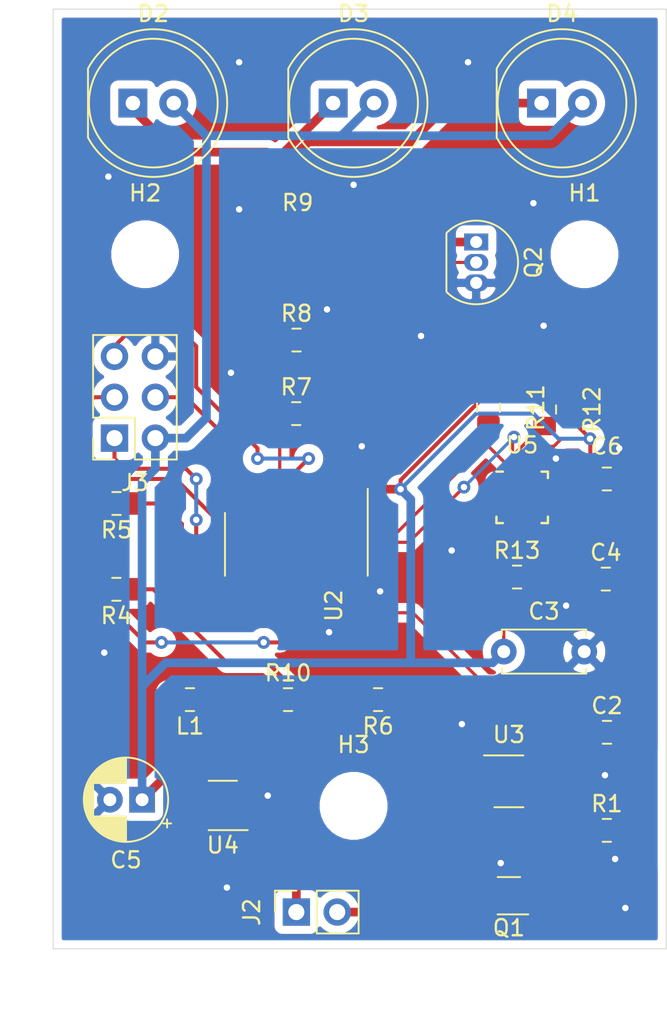
<source format=kicad_pcb>
(kicad_pcb (version 20171130) (host pcbnew 5.1.6)

  (general
    (thickness 1.6)
    (drawings 4)
    (tracks 277)
    (zones 0)
    (modules 31)
    (nets 43)
  )

  (page A4)
  (layers
    (0 F.Cu signal)
    (31 B.Cu signal)
    (32 B.Adhes user)
    (33 F.Adhes user)
    (34 B.Paste user)
    (35 F.Paste user)
    (36 B.SilkS user)
    (37 F.SilkS user)
    (38 B.Mask user)
    (39 F.Mask user)
    (40 Dwgs.User user)
    (41 Cmts.User user)
    (42 Eco1.User user)
    (43 Eco2.User user)
    (44 Edge.Cuts user)
    (45 Margin user)
    (46 B.CrtYd user)
    (47 F.CrtYd user)
    (48 B.Fab user)
    (49 F.Fab user)
  )

  (setup
    (last_trace_width 0.25)
    (user_trace_width 0.2)
    (user_trace_width 0.3)
    (user_trace_width 0.54)
    (trace_clearance 0.2)
    (zone_clearance 0.508)
    (zone_45_only no)
    (trace_min 0.2)
    (via_size 0.8)
    (via_drill 0.4)
    (via_min_size 0.4)
    (via_min_drill 0.3)
    (uvia_size 0.3)
    (uvia_drill 0.1)
    (uvias_allowed no)
    (uvia_min_size 0.2)
    (uvia_min_drill 0.1)
    (edge_width 0.05)
    (segment_width 0.2)
    (pcb_text_width 0.3)
    (pcb_text_size 1.5 1.5)
    (mod_edge_width 0.12)
    (mod_text_size 1 1)
    (mod_text_width 0.15)
    (pad_size 1.524 1.524)
    (pad_drill 0.762)
    (pad_to_mask_clearance 0.05)
    (aux_axis_origin 0 0)
    (visible_elements FFFFFF7F)
    (pcbplotparams
      (layerselection 0x010fc_ffffffff)
      (usegerberextensions false)
      (usegerberattributes true)
      (usegerberadvancedattributes true)
      (creategerberjobfile true)
      (excludeedgelayer true)
      (linewidth 0.100000)
      (plotframeref false)
      (viasonmask false)
      (mode 1)
      (useauxorigin false)
      (hpglpennumber 1)
      (hpglpenspeed 20)
      (hpglpendiameter 15.000000)
      (psnegative false)
      (psa4output false)
      (plotreference true)
      (plotvalue true)
      (plotinvisibletext false)
      (padsonsilk false)
      (subtractmaskfromsilk false)
      (outputformat 1)
      (mirror false)
      (drillshape 0)
      (scaleselection 1)
      (outputdirectory "plots/"))
  )

  (net 0 "")
  (net 1 "Net-(C2-Pad1)")
  (net 2 -BATT)
  (net 3 +2V8)
  (net 4 GND)
  (net 5 "Net-(C4-Pad1)")
  (net 6 "Net-(D2-Pad1)")
  (net 7 +BATT)
  (net 8 MISO_ISP)
  (net 9 SCK_ISP)
  (net 10 MOSI_ISP)
  (net 11 nRES_ISP)
  (net 12 "Net-(L1-Pad1)")
  (net 13 "Net-(Q1-Pad3)")
  (net 14 "Net-(Q1-Pad5)")
  (net 15 "Net-(Q1-Pad2)")
  (net 16 "Net-(Q2-Pad2)")
  (net 17 "Net-(Q2-Pad1)")
  (net 18 "Net-(R1-Pad1)")
  (net 19 "Net-(R4-Pad2)")
  (net 20 "Net-(R5-Pad1)")
  (net 21 LED_PWM)
  (net 22 "Net-(R10-Pad1)")
  (net 23 "Net-(R13-Pad1)")
  (net 24 "Net-(U2-Pad2)")
  (net 25 "Net-(U2-Pad3)")
  (net 26 "Net-(U2-Pad10)")
  (net 27 "Net-(U2-Pad6)")
  (net 28 Accel_Int)
  (net 29 "Net-(U5-Pad1)")
  (net 30 "Net-(U5-Pad2)")
  (net 31 "Net-(U5-Pad3)")
  (net 32 "Net-(U5-Pad4)")
  (net 33 "Net-(U5-Pad5)")
  (net 34 "Net-(U5-Pad6)")
  (net 35 "Net-(U5-Pad7)")
  (net 36 "Net-(U5-Pad11)")
  (net 37 "Net-(U5-Pad14)")
  (net 38 "Net-(U5-Pad15)")
  (net 39 "Net-(U5-Pad16)")
  (net 40 "Net-(U5-Pad17)")
  (net 41 "Net-(U5-Pad19)")
  (net 42 "Net-(U5-Pad21)")

  (net_class Default "This is the default net class."
    (clearance 0.2)
    (trace_width 0.25)
    (via_dia 0.8)
    (via_drill 0.4)
    (uvia_dia 0.3)
    (uvia_drill 0.1)
    (add_net +2V8)
    (add_net +BATT)
    (add_net -BATT)
    (add_net Accel_Int)
    (add_net GND)
    (add_net LED_PWM)
    (add_net MISO_ISP)
    (add_net MOSI_ISP)
    (add_net "Net-(C2-Pad1)")
    (add_net "Net-(C4-Pad1)")
    (add_net "Net-(D2-Pad1)")
    (add_net "Net-(L1-Pad1)")
    (add_net "Net-(Q1-Pad2)")
    (add_net "Net-(Q1-Pad3)")
    (add_net "Net-(Q1-Pad5)")
    (add_net "Net-(Q2-Pad1)")
    (add_net "Net-(Q2-Pad2)")
    (add_net "Net-(R1-Pad1)")
    (add_net "Net-(R10-Pad1)")
    (add_net "Net-(R13-Pad1)")
    (add_net "Net-(R4-Pad2)")
    (add_net "Net-(R5-Pad1)")
    (add_net "Net-(U2-Pad10)")
    (add_net "Net-(U2-Pad2)")
    (add_net "Net-(U2-Pad3)")
    (add_net "Net-(U2-Pad6)")
    (add_net "Net-(U5-Pad1)")
    (add_net "Net-(U5-Pad11)")
    (add_net "Net-(U5-Pad14)")
    (add_net "Net-(U5-Pad15)")
    (add_net "Net-(U5-Pad16)")
    (add_net "Net-(U5-Pad17)")
    (add_net "Net-(U5-Pad19)")
    (add_net "Net-(U5-Pad2)")
    (add_net "Net-(U5-Pad21)")
    (add_net "Net-(U5-Pad3)")
    (add_net "Net-(U5-Pad4)")
    (add_net "Net-(U5-Pad5)")
    (add_net "Net-(U5-Pad6)")
    (add_net "Net-(U5-Pad7)")
    (add_net SCK_ISP)
    (add_net nRES_ISP)
  )

  (module MountingHole:MountingHole_3.2mm_M3_DIN965 (layer F.Cu) (tedit 56D1B4CB) (tstamp 5F878DBD)
    (at 70.104 71.12)
    (descr "Mounting Hole 3.2mm, no annular, M3, DIN965")
    (tags "mounting hole 3.2mm no annular m3 din965")
    (path /5F878434)
    (attr virtual)
    (fp_text reference H3 (at 0 -3.8) (layer F.SilkS)
      (effects (font (size 1 1) (thickness 0.15)))
    )
    (fp_text value MountingHole (at 0 3.8) (layer F.Fab)
      (effects (font (size 1 1) (thickness 0.15)))
    )
    (fp_text user %R (at 0.3 0) (layer F.Fab)
      (effects (font (size 1 1) (thickness 0.15)))
    )
    (fp_circle (center 0 0) (end 2.8 0) (layer Cmts.User) (width 0.15))
    (fp_circle (center 0 0) (end 3.05 0) (layer F.CrtYd) (width 0.05))
    (pad 1 np_thru_hole circle (at 0 0) (size 3.2 3.2) (drill 3.2) (layers *.Cu *.Mask))
  )

  (module MountingHole:MountingHole_3.2mm_M3_DIN965 (layer F.Cu) (tedit 56D1B4CB) (tstamp 5F8794FC)
    (at 57.15 36.83)
    (descr "Mounting Hole 3.2mm, no annular, M3, DIN965")
    (tags "mounting hole 3.2mm no annular m3 din965")
    (path /5F8782CC)
    (attr virtual)
    (fp_text reference H2 (at 0 -3.8) (layer F.SilkS)
      (effects (font (size 1 1) (thickness 0.15)))
    )
    (fp_text value MountingHole (at 0 3.8) (layer F.Fab)
      (effects (font (size 1 1) (thickness 0.15)))
    )
    (fp_text user %R (at 0 0) (layer F.Fab)
      (effects (font (size 1 1) (thickness 0.15)))
    )
    (fp_circle (center 0 0) (end 2.8 0) (layer Cmts.User) (width 0.15))
    (fp_circle (center 0 0) (end 3.05 0) (layer F.CrtYd) (width 0.05))
    (pad 1 np_thru_hole circle (at 0 0) (size 3.2 3.2) (drill 3.2) (layers *.Cu *.Mask))
  )

  (module MountingHole:MountingHole_3.2mm_M3_DIN965 (layer F.Cu) (tedit 56D1B4CB) (tstamp 5F879520)
    (at 84.455 36.83)
    (descr "Mounting Hole 3.2mm, no annular, M3, DIN965")
    (tags "mounting hole 3.2mm no annular m3 din965")
    (path /5F877658)
    (attr virtual)
    (fp_text reference H1 (at 0 -3.8) (layer F.SilkS)
      (effects (font (size 1 1) (thickness 0.15)))
    )
    (fp_text value MountingHole (at 0 3.8) (layer F.Fab)
      (effects (font (size 1 1) (thickness 0.15)))
    )
    (fp_text user %R (at 0.3 0) (layer F.Fab)
      (effects (font (size 1 1) (thickness 0.15)))
    )
    (fp_circle (center 0 0) (end 2.8 0) (layer Cmts.User) (width 0.15))
    (fp_circle (center 0 0) (end 3.05 0) (layer F.CrtYd) (width 0.05))
    (pad 1 np_thru_hole circle (at 0 0) (size 3.2 3.2) (drill 3.2) (layers *.Cu *.Mask))
  )

  (module Resistor_SMD:R_0805_2012Metric_Pad1.15x1.40mm_HandSolder (layer F.Cu) (tedit 5B36C52B) (tstamp 5F81F645)
    (at 81.9785 46.482 270)
    (descr "Resistor SMD 0805 (2012 Metric), square (rectangular) end terminal, IPC_7351 nominal with elongated pad for handsoldering. (Body size source: https://docs.google.com/spreadsheets/d/1BsfQQcO9C6DZCsRaXUlFlo91Tg2WpOkGARC1WS5S8t0/edit?usp=sharing), generated with kicad-footprint-generator")
    (tags "resistor handsolder")
    (path /5F91C07D)
    (attr smd)
    (fp_text reference R12 (at 0 -2.95 90) (layer F.SilkS)
      (effects (font (size 1 1) (thickness 0.15)))
    )
    (fp_text value R (at 0 2.95 90) (layer F.Fab)
      (effects (font (size 1 1) (thickness 0.15)))
    )
    (fp_line (start 1.85 0.95) (end -1.85 0.95) (layer F.CrtYd) (width 0.05))
    (fp_line (start 1.85 -0.95) (end 1.85 0.95) (layer F.CrtYd) (width 0.05))
    (fp_line (start -1.85 -0.95) (end 1.85 -0.95) (layer F.CrtYd) (width 0.05))
    (fp_line (start -1.85 0.95) (end -1.85 -0.95) (layer F.CrtYd) (width 0.05))
    (fp_line (start -0.261252 0.71) (end 0.261252 0.71) (layer F.SilkS) (width 0.12))
    (fp_line (start -0.261252 -0.71) (end 0.261252 -0.71) (layer F.SilkS) (width 0.12))
    (fp_line (start 1 0.6) (end -1 0.6) (layer F.Fab) (width 0.1))
    (fp_line (start 1 -0.6) (end 1 0.6) (layer F.Fab) (width 0.1))
    (fp_line (start -1 -0.6) (end 1 -0.6) (layer F.Fab) (width 0.1))
    (fp_line (start -1 0.6) (end -1 -0.6) (layer F.Fab) (width 0.1))
    (fp_text user %R (at 0 -0.325001 90) (layer F.Fab)
      (effects (font (size 0.54 0.54) (thickness 0.08)))
    )
    (pad 2 smd roundrect (at 1.025 0 270) (size 1.15 1.4) (layers F.Cu F.Paste F.Mask) (roundrect_rratio 0.217391)
      (net 9 SCK_ISP))
    (pad 1 smd roundrect (at -1.025 0 270) (size 1.15 1.4) (layers F.Cu F.Paste F.Mask) (roundrect_rratio 0.217391)
      (net 3 +2V8))
    (model ${KISYS3DMOD}/Resistor_SMD.3dshapes/R_0805_2012Metric.wrl
      (at (xyz 0 0 0))
      (scale (xyz 1 1 1))
      (rotate (xyz 0 0 0))
    )
  )

  (module Resistor_SMD:R_0805_2012Metric_Pad1.15x1.40mm_HandSolder (layer F.Cu) (tedit 5B36C52B) (tstamp 5F81F636)
    (at 78.486 46.37 270)
    (descr "Resistor SMD 0805 (2012 Metric), square (rectangular) end terminal, IPC_7351 nominal with elongated pad for handsoldering. (Body size source: https://docs.google.com/spreadsheets/d/1BsfQQcO9C6DZCsRaXUlFlo91Tg2WpOkGARC1WS5S8t0/edit?usp=sharing), generated with kicad-footprint-generator")
    (tags "resistor handsolder")
    (path /5F91C50E)
    (attr smd)
    (fp_text reference R11 (at 0 -2.95 90) (layer F.SilkS)
      (effects (font (size 1 1) (thickness 0.15)))
    )
    (fp_text value R (at 0 2.95 90) (layer F.Fab)
      (effects (font (size 1 1) (thickness 0.15)))
    )
    (fp_line (start 1.85 0.95) (end -1.85 0.95) (layer F.CrtYd) (width 0.05))
    (fp_line (start 1.85 -0.95) (end 1.85 0.95) (layer F.CrtYd) (width 0.05))
    (fp_line (start -1.85 -0.95) (end 1.85 -0.95) (layer F.CrtYd) (width 0.05))
    (fp_line (start -1.85 0.95) (end -1.85 -0.95) (layer F.CrtYd) (width 0.05))
    (fp_line (start -0.261252 0.71) (end 0.261252 0.71) (layer F.SilkS) (width 0.12))
    (fp_line (start -0.261252 -0.71) (end 0.261252 -0.71) (layer F.SilkS) (width 0.12))
    (fp_line (start 1 0.6) (end -1 0.6) (layer F.Fab) (width 0.1))
    (fp_line (start 1 -0.6) (end 1 0.6) (layer F.Fab) (width 0.1))
    (fp_line (start -1 -0.6) (end 1 -0.6) (layer F.Fab) (width 0.1))
    (fp_line (start -1 0.6) (end -1 -0.6) (layer F.Fab) (width 0.1))
    (fp_text user %R (at 0 0) (layer F.Fab)
      (effects (font (size 0.54 0.54) (thickness 0.08)))
    )
    (pad 2 smd roundrect (at 1.025 0 270) (size 1.15 1.4) (layers F.Cu F.Paste F.Mask) (roundrect_rratio 0.217391)
      (net 10 MOSI_ISP))
    (pad 1 smd roundrect (at -1.025 0 270) (size 1.15 1.4) (layers F.Cu F.Paste F.Mask) (roundrect_rratio 0.217391)
      (net 3 +2V8))
    (model ${KISYS3DMOD}/Resistor_SMD.3dshapes/R_0805_2012Metric.wrl
      (at (xyz 0 0 0))
      (scale (xyz 1 1 1))
      (rotate (xyz 0 0 0))
    )
  )

  (module Package_SO:SOIC-14_3.9x8.7mm_P1.27mm (layer F.Cu) (tedit 5D9F72B1) (tstamp 5F81F678)
    (at 66.548 54.864 270)
    (descr "SOIC, 14 Pin (JEDEC MS-012AB, https://www.analog.com/media/en/package-pcb-resources/package/pkg_pdf/soic_narrow-r/r_14.pdf), generated with kicad-footprint-generator ipc_gullwing_generator.py")
    (tags "SOIC SO")
    (path /5F729DB3)
    (attr smd)
    (fp_text reference U2 (at 3.81 -2.33 90) (layer F.SilkS)
      (effects (font (size 1 1) (thickness 0.15)))
    )
    (fp_text value ATtiny84-20PU (at 3.81 17.57 90) (layer F.Fab)
      (effects (font (size 1 1) (thickness 0.15)))
    )
    (fp_line (start 3.7 -4.58) (end -3.7 -4.58) (layer F.CrtYd) (width 0.05))
    (fp_line (start 3.7 4.58) (end 3.7 -4.58) (layer F.CrtYd) (width 0.05))
    (fp_line (start -3.7 4.58) (end 3.7 4.58) (layer F.CrtYd) (width 0.05))
    (fp_line (start -3.7 -4.58) (end -3.7 4.58) (layer F.CrtYd) (width 0.05))
    (fp_line (start -1.95 -3.35) (end -0.975 -4.325) (layer F.Fab) (width 0.1))
    (fp_line (start -1.95 4.325) (end -1.95 -3.35) (layer F.Fab) (width 0.1))
    (fp_line (start 1.95 4.325) (end -1.95 4.325) (layer F.Fab) (width 0.1))
    (fp_line (start 1.95 -4.325) (end 1.95 4.325) (layer F.Fab) (width 0.1))
    (fp_line (start -0.975 -4.325) (end 1.95 -4.325) (layer F.Fab) (width 0.1))
    (fp_line (start 0 -4.435) (end -3.45 -4.435) (layer F.SilkS) (width 0.12))
    (fp_line (start 0 -4.435) (end 1.95 -4.435) (layer F.SilkS) (width 0.12))
    (fp_line (start 0 4.435) (end -1.95 4.435) (layer F.SilkS) (width 0.12))
    (fp_line (start 0 4.435) (end 1.95 4.435) (layer F.SilkS) (width 0.12))
    (fp_text user %R (at 3.81 7.62 90) (layer F.Fab)
      (effects (font (size 1 1) (thickness 0.15)))
    )
    (pad 14 smd roundrect (at 2.475 -3.81 270) (size 1.95 0.6) (layers F.Cu F.Paste F.Mask) (roundrect_rratio 0.25)
      (net 4 GND))
    (pad 13 smd roundrect (at 2.475 -2.54 270) (size 1.95 0.6) (layers F.Cu F.Paste F.Mask) (roundrect_rratio 0.25)
      (net 28 Accel_Int))
    (pad 12 smd roundrect (at 2.475 -1.27 270) (size 1.95 0.6) (layers F.Cu F.Paste F.Mask) (roundrect_rratio 0.25)
      (net 19 "Net-(R4-Pad2)"))
    (pad 11 smd roundrect (at 2.475 0 270) (size 1.95 0.6) (layers F.Cu F.Paste F.Mask) (roundrect_rratio 0.25)
      (net 20 "Net-(R5-Pad1)"))
    (pad 10 smd roundrect (at 2.475 1.27 270) (size 1.95 0.6) (layers F.Cu F.Paste F.Mask) (roundrect_rratio 0.25)
      (net 26 "Net-(U2-Pad10)"))
    (pad 9 smd roundrect (at 2.475 2.54 270) (size 1.95 0.6) (layers F.Cu F.Paste F.Mask) (roundrect_rratio 0.25)
      (net 9 SCK_ISP))
    (pad 8 smd roundrect (at 2.475 3.81 270) (size 1.95 0.6) (layers F.Cu F.Paste F.Mask) (roundrect_rratio 0.25)
      (net 8 MISO_ISP))
    (pad 7 smd roundrect (at -2.475 3.81 270) (size 1.95 0.6) (layers F.Cu F.Paste F.Mask) (roundrect_rratio 0.25)
      (net 10 MOSI_ISP))
    (pad 6 smd roundrect (at -2.475 2.54 270) (size 1.95 0.6) (layers F.Cu F.Paste F.Mask) (roundrect_rratio 0.25)
      (net 27 "Net-(U2-Pad6)"))
    (pad 5 smd roundrect (at -2.475 1.27 270) (size 1.95 0.6) (layers F.Cu F.Paste F.Mask) (roundrect_rratio 0.25)
      (net 21 LED_PWM))
    (pad 4 smd roundrect (at -2.475 0 270) (size 1.95 0.6) (layers F.Cu F.Paste F.Mask) (roundrect_rratio 0.25)
      (net 11 nRES_ISP))
    (pad 3 smd roundrect (at -2.475 -1.27 270) (size 1.95 0.6) (layers F.Cu F.Paste F.Mask) (roundrect_rratio 0.25)
      (net 25 "Net-(U2-Pad3)"))
    (pad 2 smd roundrect (at -2.475 -2.54 270) (size 1.95 0.6) (layers F.Cu F.Paste F.Mask) (roundrect_rratio 0.25)
      (net 24 "Net-(U2-Pad2)"))
    (pad 1 smd roundrect (at -2.475 -3.81 270) (size 1.95 0.6) (layers F.Cu F.Paste F.Mask) (roundrect_rratio 0.25)
      (net 3 +2V8))
    (model ${KISYS3DMOD}/Package_SO.3dshapes/SOIC-14_3.9x8.7mm_P1.27mm.wrl
      (at (xyz 0 0 0))
      (scale (xyz 1 1 1))
      (rotate (xyz 0 0 0))
    )
  )

  (module Capacitor_SMD:C_0805_2012Metric_Pad1.15x1.40mm_HandSolder (layer F.Cu) (tedit 5B36C52B) (tstamp 5F81F449)
    (at 85.852 66.548)
    (descr "Capacitor SMD 0805 (2012 Metric), square (rectangular) end terminal, IPC_7351 nominal with elongated pad for handsoldering. (Body size source: https://docs.google.com/spreadsheets/d/1BsfQQcO9C6DZCsRaXUlFlo91Tg2WpOkGARC1WS5S8t0/edit?usp=sharing), generated with kicad-footprint-generator")
    (tags "capacitor handsolder")
    (path /5F79846E)
    (attr smd)
    (fp_text reference C2 (at 0 -1.65) (layer F.SilkS)
      (effects (font (size 1 1) (thickness 0.15)))
    )
    (fp_text value 100n (at 0 1.65) (layer F.Fab)
      (effects (font (size 1 1) (thickness 0.15)))
    )
    (fp_line (start -1 0.6) (end -1 -0.6) (layer F.Fab) (width 0.1))
    (fp_line (start -1 -0.6) (end 1 -0.6) (layer F.Fab) (width 0.1))
    (fp_line (start 1 -0.6) (end 1 0.6) (layer F.Fab) (width 0.1))
    (fp_line (start 1 0.6) (end -1 0.6) (layer F.Fab) (width 0.1))
    (fp_line (start -0.261252 -0.71) (end 0.261252 -0.71) (layer F.SilkS) (width 0.12))
    (fp_line (start -0.261252 0.71) (end 0.261252 0.71) (layer F.SilkS) (width 0.12))
    (fp_line (start -1.85 0.95) (end -1.85 -0.95) (layer F.CrtYd) (width 0.05))
    (fp_line (start -1.85 -0.95) (end 1.85 -0.95) (layer F.CrtYd) (width 0.05))
    (fp_line (start 1.85 -0.95) (end 1.85 0.95) (layer F.CrtYd) (width 0.05))
    (fp_line (start 1.85 0.95) (end -1.85 0.95) (layer F.CrtYd) (width 0.05))
    (fp_text user %R (at 0 0) (layer F.Fab)
      (effects (font (size 0.5 0.5) (thickness 0.08)))
    )
    (pad 1 smd roundrect (at -1.025 0) (size 1.15 1.4) (layers F.Cu F.Paste F.Mask) (roundrect_rratio 0.217391)
      (net 1 "Net-(C2-Pad1)"))
    (pad 2 smd roundrect (at 1.025 0) (size 1.15 1.4) (layers F.Cu F.Paste F.Mask) (roundrect_rratio 0.217391)
      (net 2 -BATT))
    (model ${KISYS3DMOD}/Capacitor_SMD.3dshapes/C_0805_2012Metric.wrl
      (at (xyz 0 0 0))
      (scale (xyz 1 1 1))
      (rotate (xyz 0 0 0))
    )
  )

  (module Capacitor_THT:C_Disc_D5.0mm_W2.5mm_P5.00mm (layer F.Cu) (tedit 5AE50EF0) (tstamp 5F81F45E)
    (at 79.4385 61.5315)
    (descr "C, Disc series, Radial, pin pitch=5.00mm, , diameter*width=5*2.5mm^2, Capacitor, http://cdn-reichelt.de/documents/datenblatt/B300/DS_KERKO_TC.pdf")
    (tags "C Disc series Radial pin pitch 5.00mm  diameter 5mm width 2.5mm Capacitor")
    (path /5F7D3DC0)
    (fp_text reference C3 (at 2.5 -2.5) (layer F.SilkS)
      (effects (font (size 1 1) (thickness 0.15)))
    )
    (fp_text value 10n (at 2.5 2.5) (layer F.Fab)
      (effects (font (size 1 1) (thickness 0.15)))
    )
    (fp_line (start 0 -1.25) (end 0 1.25) (layer F.Fab) (width 0.1))
    (fp_line (start 0 1.25) (end 5 1.25) (layer F.Fab) (width 0.1))
    (fp_line (start 5 1.25) (end 5 -1.25) (layer F.Fab) (width 0.1))
    (fp_line (start 5 -1.25) (end 0 -1.25) (layer F.Fab) (width 0.1))
    (fp_line (start -0.12 -1.37) (end 5.12 -1.37) (layer F.SilkS) (width 0.12))
    (fp_line (start -0.12 1.37) (end 5.12 1.37) (layer F.SilkS) (width 0.12))
    (fp_line (start -0.12 -1.37) (end -0.12 -1.055) (layer F.SilkS) (width 0.12))
    (fp_line (start -0.12 1.055) (end -0.12 1.37) (layer F.SilkS) (width 0.12))
    (fp_line (start 5.12 -1.37) (end 5.12 -1.055) (layer F.SilkS) (width 0.12))
    (fp_line (start 5.12 1.055) (end 5.12 1.37) (layer F.SilkS) (width 0.12))
    (fp_line (start -1.05 -1.5) (end -1.05 1.5) (layer F.CrtYd) (width 0.05))
    (fp_line (start -1.05 1.5) (end 6.05 1.5) (layer F.CrtYd) (width 0.05))
    (fp_line (start 6.05 1.5) (end 6.05 -1.5) (layer F.CrtYd) (width 0.05))
    (fp_line (start 6.05 -1.5) (end -1.05 -1.5) (layer F.CrtYd) (width 0.05))
    (fp_text user %R (at 2.5 0) (layer F.Fab)
      (effects (font (size 1 1) (thickness 0.15)))
    )
    (pad 1 thru_hole circle (at 0 0) (size 1.6 1.6) (drill 0.8) (layers *.Cu *.Mask)
      (net 3 +2V8))
    (pad 2 thru_hole circle (at 5 0) (size 1.6 1.6) (drill 0.8) (layers *.Cu *.Mask)
      (net 4 GND))
    (model ${KISYS3DMOD}/Capacitor_THT.3dshapes/C_Disc_D5.0mm_W2.5mm_P5.00mm.wrl
      (at (xyz 0 0 0))
      (scale (xyz 1 1 1))
      (rotate (xyz 0 0 0))
    )
  )

  (module Capacitor_SMD:C_0805_2012Metric_Pad1.15x1.40mm_HandSolder (layer F.Cu) (tedit 5B36C52B) (tstamp 5F82E824)
    (at 85.7795 57.023)
    (descr "Capacitor SMD 0805 (2012 Metric), square (rectangular) end terminal, IPC_7351 nominal with elongated pad for handsoldering. (Body size source: https://docs.google.com/spreadsheets/d/1BsfQQcO9C6DZCsRaXUlFlo91Tg2WpOkGARC1WS5S8t0/edit?usp=sharing), generated with kicad-footprint-generator")
    (tags "capacitor handsolder")
    (path /5F7D393F)
    (attr smd)
    (fp_text reference C4 (at 0 -1.65) (layer F.SilkS)
      (effects (font (size 1 1) (thickness 0.15)))
    )
    (fp_text value 0.1u (at 0 1.65) (layer F.Fab)
      (effects (font (size 1 1) (thickness 0.15)))
    )
    (fp_line (start 1.85 0.95) (end -1.85 0.95) (layer F.CrtYd) (width 0.05))
    (fp_line (start 1.85 -0.95) (end 1.85 0.95) (layer F.CrtYd) (width 0.05))
    (fp_line (start -1.85 -0.95) (end 1.85 -0.95) (layer F.CrtYd) (width 0.05))
    (fp_line (start -1.85 0.95) (end -1.85 -0.95) (layer F.CrtYd) (width 0.05))
    (fp_line (start -0.261252 0.71) (end 0.261252 0.71) (layer F.SilkS) (width 0.12))
    (fp_line (start -0.261252 -0.71) (end 0.261252 -0.71) (layer F.SilkS) (width 0.12))
    (fp_line (start 1 0.6) (end -1 0.6) (layer F.Fab) (width 0.1))
    (fp_line (start 1 -0.6) (end 1 0.6) (layer F.Fab) (width 0.1))
    (fp_line (start -1 -0.6) (end 1 -0.6) (layer F.Fab) (width 0.1))
    (fp_line (start -1 0.6) (end -1 -0.6) (layer F.Fab) (width 0.1))
    (fp_text user %R (at 0 0) (layer F.Fab)
      (effects (font (size 0.5 0.5) (thickness 0.08)))
    )
    (pad 2 smd roundrect (at 1.025 0) (size 1.15 1.4) (layers F.Cu F.Paste F.Mask) (roundrect_rratio 0.217391)
      (net 4 GND))
    (pad 1 smd roundrect (at -1.025 0) (size 1.15 1.4) (layers F.Cu F.Paste F.Mask) (roundrect_rratio 0.217391)
      (net 5 "Net-(C4-Pad1)"))
    (model ${KISYS3DMOD}/Capacitor_SMD.3dshapes/C_0805_2012Metric.wrl
      (at (xyz 0 0 0))
      (scale (xyz 1 1 1))
      (rotate (xyz 0 0 0))
    )
  )

  (module Capacitor_THT:CP_Radial_D5.0mm_P2.00mm (layer F.Cu) (tedit 5AE50EF0) (tstamp 5F81F4F2)
    (at 56.9595 70.739 180)
    (descr "CP, Radial series, Radial, pin pitch=2.00mm, , diameter=5mm, Electrolytic Capacitor")
    (tags "CP Radial series Radial pin pitch 2.00mm  diameter 5mm Electrolytic Capacitor")
    (path /5F74A3BA)
    (fp_text reference C5 (at 1 -3.75) (layer F.SilkS)
      (effects (font (size 1 1) (thickness 0.15)))
    )
    (fp_text value 10u (at 1 3.75) (layer F.Fab)
      (effects (font (size 1 1) (thickness 0.15)))
    )
    (fp_circle (center 1 0) (end 3.5 0) (layer F.Fab) (width 0.1))
    (fp_circle (center 1 0) (end 3.62 0) (layer F.SilkS) (width 0.12))
    (fp_circle (center 1 0) (end 3.75 0) (layer F.CrtYd) (width 0.05))
    (fp_line (start -1.133605 -1.0875) (end -0.633605 -1.0875) (layer F.Fab) (width 0.1))
    (fp_line (start -0.883605 -1.3375) (end -0.883605 -0.8375) (layer F.Fab) (width 0.1))
    (fp_line (start 1 1.04) (end 1 2.58) (layer F.SilkS) (width 0.12))
    (fp_line (start 1 -2.58) (end 1 -1.04) (layer F.SilkS) (width 0.12))
    (fp_line (start 1.04 1.04) (end 1.04 2.58) (layer F.SilkS) (width 0.12))
    (fp_line (start 1.04 -2.58) (end 1.04 -1.04) (layer F.SilkS) (width 0.12))
    (fp_line (start 1.08 -2.579) (end 1.08 -1.04) (layer F.SilkS) (width 0.12))
    (fp_line (start 1.08 1.04) (end 1.08 2.579) (layer F.SilkS) (width 0.12))
    (fp_line (start 1.12 -2.578) (end 1.12 -1.04) (layer F.SilkS) (width 0.12))
    (fp_line (start 1.12 1.04) (end 1.12 2.578) (layer F.SilkS) (width 0.12))
    (fp_line (start 1.16 -2.576) (end 1.16 -1.04) (layer F.SilkS) (width 0.12))
    (fp_line (start 1.16 1.04) (end 1.16 2.576) (layer F.SilkS) (width 0.12))
    (fp_line (start 1.2 -2.573) (end 1.2 -1.04) (layer F.SilkS) (width 0.12))
    (fp_line (start 1.2 1.04) (end 1.2 2.573) (layer F.SilkS) (width 0.12))
    (fp_line (start 1.24 -2.569) (end 1.24 -1.04) (layer F.SilkS) (width 0.12))
    (fp_line (start 1.24 1.04) (end 1.24 2.569) (layer F.SilkS) (width 0.12))
    (fp_line (start 1.28 -2.565) (end 1.28 -1.04) (layer F.SilkS) (width 0.12))
    (fp_line (start 1.28 1.04) (end 1.28 2.565) (layer F.SilkS) (width 0.12))
    (fp_line (start 1.32 -2.561) (end 1.32 -1.04) (layer F.SilkS) (width 0.12))
    (fp_line (start 1.32 1.04) (end 1.32 2.561) (layer F.SilkS) (width 0.12))
    (fp_line (start 1.36 -2.556) (end 1.36 -1.04) (layer F.SilkS) (width 0.12))
    (fp_line (start 1.36 1.04) (end 1.36 2.556) (layer F.SilkS) (width 0.12))
    (fp_line (start 1.4 -2.55) (end 1.4 -1.04) (layer F.SilkS) (width 0.12))
    (fp_line (start 1.4 1.04) (end 1.4 2.55) (layer F.SilkS) (width 0.12))
    (fp_line (start 1.44 -2.543) (end 1.44 -1.04) (layer F.SilkS) (width 0.12))
    (fp_line (start 1.44 1.04) (end 1.44 2.543) (layer F.SilkS) (width 0.12))
    (fp_line (start 1.48 -2.536) (end 1.48 -1.04) (layer F.SilkS) (width 0.12))
    (fp_line (start 1.48 1.04) (end 1.48 2.536) (layer F.SilkS) (width 0.12))
    (fp_line (start 1.52 -2.528) (end 1.52 -1.04) (layer F.SilkS) (width 0.12))
    (fp_line (start 1.52 1.04) (end 1.52 2.528) (layer F.SilkS) (width 0.12))
    (fp_line (start 1.56 -2.52) (end 1.56 -1.04) (layer F.SilkS) (width 0.12))
    (fp_line (start 1.56 1.04) (end 1.56 2.52) (layer F.SilkS) (width 0.12))
    (fp_line (start 1.6 -2.511) (end 1.6 -1.04) (layer F.SilkS) (width 0.12))
    (fp_line (start 1.6 1.04) (end 1.6 2.511) (layer F.SilkS) (width 0.12))
    (fp_line (start 1.64 -2.501) (end 1.64 -1.04) (layer F.SilkS) (width 0.12))
    (fp_line (start 1.64 1.04) (end 1.64 2.501) (layer F.SilkS) (width 0.12))
    (fp_line (start 1.68 -2.491) (end 1.68 -1.04) (layer F.SilkS) (width 0.12))
    (fp_line (start 1.68 1.04) (end 1.68 2.491) (layer F.SilkS) (width 0.12))
    (fp_line (start 1.721 -2.48) (end 1.721 -1.04) (layer F.SilkS) (width 0.12))
    (fp_line (start 1.721 1.04) (end 1.721 2.48) (layer F.SilkS) (width 0.12))
    (fp_line (start 1.761 -2.468) (end 1.761 -1.04) (layer F.SilkS) (width 0.12))
    (fp_line (start 1.761 1.04) (end 1.761 2.468) (layer F.SilkS) (width 0.12))
    (fp_line (start 1.801 -2.455) (end 1.801 -1.04) (layer F.SilkS) (width 0.12))
    (fp_line (start 1.801 1.04) (end 1.801 2.455) (layer F.SilkS) (width 0.12))
    (fp_line (start 1.841 -2.442) (end 1.841 -1.04) (layer F.SilkS) (width 0.12))
    (fp_line (start 1.841 1.04) (end 1.841 2.442) (layer F.SilkS) (width 0.12))
    (fp_line (start 1.881 -2.428) (end 1.881 -1.04) (layer F.SilkS) (width 0.12))
    (fp_line (start 1.881 1.04) (end 1.881 2.428) (layer F.SilkS) (width 0.12))
    (fp_line (start 1.921 -2.414) (end 1.921 -1.04) (layer F.SilkS) (width 0.12))
    (fp_line (start 1.921 1.04) (end 1.921 2.414) (layer F.SilkS) (width 0.12))
    (fp_line (start 1.961 -2.398) (end 1.961 -1.04) (layer F.SilkS) (width 0.12))
    (fp_line (start 1.961 1.04) (end 1.961 2.398) (layer F.SilkS) (width 0.12))
    (fp_line (start 2.001 -2.382) (end 2.001 -1.04) (layer F.SilkS) (width 0.12))
    (fp_line (start 2.001 1.04) (end 2.001 2.382) (layer F.SilkS) (width 0.12))
    (fp_line (start 2.041 -2.365) (end 2.041 -1.04) (layer F.SilkS) (width 0.12))
    (fp_line (start 2.041 1.04) (end 2.041 2.365) (layer F.SilkS) (width 0.12))
    (fp_line (start 2.081 -2.348) (end 2.081 -1.04) (layer F.SilkS) (width 0.12))
    (fp_line (start 2.081 1.04) (end 2.081 2.348) (layer F.SilkS) (width 0.12))
    (fp_line (start 2.121 -2.329) (end 2.121 -1.04) (layer F.SilkS) (width 0.12))
    (fp_line (start 2.121 1.04) (end 2.121 2.329) (layer F.SilkS) (width 0.12))
    (fp_line (start 2.161 -2.31) (end 2.161 -1.04) (layer F.SilkS) (width 0.12))
    (fp_line (start 2.161 1.04) (end 2.161 2.31) (layer F.SilkS) (width 0.12))
    (fp_line (start 2.201 -2.29) (end 2.201 -1.04) (layer F.SilkS) (width 0.12))
    (fp_line (start 2.201 1.04) (end 2.201 2.29) (layer F.SilkS) (width 0.12))
    (fp_line (start 2.241 -2.268) (end 2.241 -1.04) (layer F.SilkS) (width 0.12))
    (fp_line (start 2.241 1.04) (end 2.241 2.268) (layer F.SilkS) (width 0.12))
    (fp_line (start 2.281 -2.247) (end 2.281 -1.04) (layer F.SilkS) (width 0.12))
    (fp_line (start 2.281 1.04) (end 2.281 2.247) (layer F.SilkS) (width 0.12))
    (fp_line (start 2.321 -2.224) (end 2.321 -1.04) (layer F.SilkS) (width 0.12))
    (fp_line (start 2.321 1.04) (end 2.321 2.224) (layer F.SilkS) (width 0.12))
    (fp_line (start 2.361 -2.2) (end 2.361 -1.04) (layer F.SilkS) (width 0.12))
    (fp_line (start 2.361 1.04) (end 2.361 2.2) (layer F.SilkS) (width 0.12))
    (fp_line (start 2.401 -2.175) (end 2.401 -1.04) (layer F.SilkS) (width 0.12))
    (fp_line (start 2.401 1.04) (end 2.401 2.175) (layer F.SilkS) (width 0.12))
    (fp_line (start 2.441 -2.149) (end 2.441 -1.04) (layer F.SilkS) (width 0.12))
    (fp_line (start 2.441 1.04) (end 2.441 2.149) (layer F.SilkS) (width 0.12))
    (fp_line (start 2.481 -2.122) (end 2.481 -1.04) (layer F.SilkS) (width 0.12))
    (fp_line (start 2.481 1.04) (end 2.481 2.122) (layer F.SilkS) (width 0.12))
    (fp_line (start 2.521 -2.095) (end 2.521 -1.04) (layer F.SilkS) (width 0.12))
    (fp_line (start 2.521 1.04) (end 2.521 2.095) (layer F.SilkS) (width 0.12))
    (fp_line (start 2.561 -2.065) (end 2.561 -1.04) (layer F.SilkS) (width 0.12))
    (fp_line (start 2.561 1.04) (end 2.561 2.065) (layer F.SilkS) (width 0.12))
    (fp_line (start 2.601 -2.035) (end 2.601 -1.04) (layer F.SilkS) (width 0.12))
    (fp_line (start 2.601 1.04) (end 2.601 2.035) (layer F.SilkS) (width 0.12))
    (fp_line (start 2.641 -2.004) (end 2.641 -1.04) (layer F.SilkS) (width 0.12))
    (fp_line (start 2.641 1.04) (end 2.641 2.004) (layer F.SilkS) (width 0.12))
    (fp_line (start 2.681 -1.971) (end 2.681 -1.04) (layer F.SilkS) (width 0.12))
    (fp_line (start 2.681 1.04) (end 2.681 1.971) (layer F.SilkS) (width 0.12))
    (fp_line (start 2.721 -1.937) (end 2.721 -1.04) (layer F.SilkS) (width 0.12))
    (fp_line (start 2.721 1.04) (end 2.721 1.937) (layer F.SilkS) (width 0.12))
    (fp_line (start 2.761 -1.901) (end 2.761 -1.04) (layer F.SilkS) (width 0.12))
    (fp_line (start 2.761 1.04) (end 2.761 1.901) (layer F.SilkS) (width 0.12))
    (fp_line (start 2.801 -1.864) (end 2.801 -1.04) (layer F.SilkS) (width 0.12))
    (fp_line (start 2.801 1.04) (end 2.801 1.864) (layer F.SilkS) (width 0.12))
    (fp_line (start 2.841 -1.826) (end 2.841 -1.04) (layer F.SilkS) (width 0.12))
    (fp_line (start 2.841 1.04) (end 2.841 1.826) (layer F.SilkS) (width 0.12))
    (fp_line (start 2.881 -1.785) (end 2.881 -1.04) (layer F.SilkS) (width 0.12))
    (fp_line (start 2.881 1.04) (end 2.881 1.785) (layer F.SilkS) (width 0.12))
    (fp_line (start 2.921 -1.743) (end 2.921 -1.04) (layer F.SilkS) (width 0.12))
    (fp_line (start 2.921 1.04) (end 2.921 1.743) (layer F.SilkS) (width 0.12))
    (fp_line (start 2.961 -1.699) (end 2.961 -1.04) (layer F.SilkS) (width 0.12))
    (fp_line (start 2.961 1.04) (end 2.961 1.699) (layer F.SilkS) (width 0.12))
    (fp_line (start 3.001 -1.653) (end 3.001 -1.04) (layer F.SilkS) (width 0.12))
    (fp_line (start 3.001 1.04) (end 3.001 1.653) (layer F.SilkS) (width 0.12))
    (fp_line (start 3.041 -1.605) (end 3.041 1.605) (layer F.SilkS) (width 0.12))
    (fp_line (start 3.081 -1.554) (end 3.081 1.554) (layer F.SilkS) (width 0.12))
    (fp_line (start 3.121 -1.5) (end 3.121 1.5) (layer F.SilkS) (width 0.12))
    (fp_line (start 3.161 -1.443) (end 3.161 1.443) (layer F.SilkS) (width 0.12))
    (fp_line (start 3.201 -1.383) (end 3.201 1.383) (layer F.SilkS) (width 0.12))
    (fp_line (start 3.241 -1.319) (end 3.241 1.319) (layer F.SilkS) (width 0.12))
    (fp_line (start 3.281 -1.251) (end 3.281 1.251) (layer F.SilkS) (width 0.12))
    (fp_line (start 3.321 -1.178) (end 3.321 1.178) (layer F.SilkS) (width 0.12))
    (fp_line (start 3.361 -1.098) (end 3.361 1.098) (layer F.SilkS) (width 0.12))
    (fp_line (start 3.401 -1.011) (end 3.401 1.011) (layer F.SilkS) (width 0.12))
    (fp_line (start 3.441 -0.915) (end 3.441 0.915) (layer F.SilkS) (width 0.12))
    (fp_line (start 3.481 -0.805) (end 3.481 0.805) (layer F.SilkS) (width 0.12))
    (fp_line (start 3.521 -0.677) (end 3.521 0.677) (layer F.SilkS) (width 0.12))
    (fp_line (start 3.561 -0.518) (end 3.561 0.518) (layer F.SilkS) (width 0.12))
    (fp_line (start 3.601 -0.284) (end 3.601 0.284) (layer F.SilkS) (width 0.12))
    (fp_line (start -1.804775 -1.475) (end -1.304775 -1.475) (layer F.SilkS) (width 0.12))
    (fp_line (start -1.554775 -1.725) (end -1.554775 -1.225) (layer F.SilkS) (width 0.12))
    (fp_text user %R (at 1 0 270) (layer F.Fab)
      (effects (font (size 1 1) (thickness 0.15)))
    )
    (pad 1 thru_hole rect (at 0 0 180) (size 1.6 1.6) (drill 0.8) (layers *.Cu *.Mask)
      (net 3 +2V8))
    (pad 2 thru_hole circle (at 2 0 180) (size 1.6 1.6) (drill 0.8) (layers *.Cu *.Mask)
      (net 4 GND))
    (model ${KISYS3DMOD}/Capacitor_THT.3dshapes/CP_Radial_D5.0mm_P2.00mm.wrl
      (at (xyz 0 0 0))
      (scale (xyz 1 1 1))
      (rotate (xyz 0 0 0))
    )
  )

  (module Capacitor_SMD:C_0805_2012Metric_Pad1.15x1.40mm_HandSolder (layer F.Cu) (tedit 5B36C52B) (tstamp 5F81F503)
    (at 85.843 50.8)
    (descr "Capacitor SMD 0805 (2012 Metric), square (rectangular) end terminal, IPC_7351 nominal with elongated pad for handsoldering. (Body size source: https://docs.google.com/spreadsheets/d/1BsfQQcO9C6DZCsRaXUlFlo91Tg2WpOkGARC1WS5S8t0/edit?usp=sharing), generated with kicad-footprint-generator")
    (tags "capacitor handsolder")
    (path /5F7DA892)
    (attr smd)
    (fp_text reference C6 (at 0 -2.032) (layer F.SilkS)
      (effects (font (size 1 1) (thickness 0.15)))
    )
    (fp_text value 0.1u (at 0 1.65) (layer F.Fab)
      (effects (font (size 1 1) (thickness 0.15)))
    )
    (fp_line (start -1 0.6) (end -1 -0.6) (layer F.Fab) (width 0.1))
    (fp_line (start -1 -0.6) (end 1 -0.6) (layer F.Fab) (width 0.1))
    (fp_line (start 1 -0.6) (end 1 0.6) (layer F.Fab) (width 0.1))
    (fp_line (start 1 0.6) (end -1 0.6) (layer F.Fab) (width 0.1))
    (fp_line (start -0.261252 -0.71) (end 0.261252 -0.71) (layer F.SilkS) (width 0.12))
    (fp_line (start -0.261252 0.71) (end 0.261252 0.71) (layer F.SilkS) (width 0.12))
    (fp_line (start -1.85 0.95) (end -1.85 -0.95) (layer F.CrtYd) (width 0.05))
    (fp_line (start -1.85 -0.95) (end 1.85 -0.95) (layer F.CrtYd) (width 0.05))
    (fp_line (start 1.85 -0.95) (end 1.85 0.95) (layer F.CrtYd) (width 0.05))
    (fp_line (start 1.85 0.95) (end -1.85 0.95) (layer F.CrtYd) (width 0.05))
    (fp_text user %R (at 0 0) (layer F.Fab)
      (effects (font (size 0.5 0.5) (thickness 0.08)))
    )
    (pad 1 smd roundrect (at -1.025 0) (size 1.15 1.4) (layers F.Cu F.Paste F.Mask) (roundrect_rratio 0.217391)
      (net 3 +2V8))
    (pad 2 smd roundrect (at 1.025 0) (size 1.15 1.4) (layers F.Cu F.Paste F.Mask) (roundrect_rratio 0.217391)
      (net 4 GND))
    (model ${KISYS3DMOD}/Capacitor_SMD.3dshapes/C_0805_2012Metric.wrl
      (at (xyz 0 0 0))
      (scale (xyz 1 1 1))
      (rotate (xyz 0 0 0))
    )
  )

  (module LED_THT:LED_D8.0mm (layer F.Cu) (tedit 587A3A7B) (tstamp 5F81F514)
    (at 56.388 27.432)
    (descr "LED, diameter 8.0mm, 2 pins, http://cdn-reichelt.de/documents/datenblatt/A500/LED8MMGE_LED8MMGN_LED8MMRT%23KIN.pdf")
    (tags "LED diameter 8.0mm 2 pins")
    (path /5F76C2B4)
    (fp_text reference D2 (at 1.27 -5.56) (layer F.SilkS)
      (effects (font (size 1 1) (thickness 0.15)))
    )
    (fp_text value "LED 8-4500" (at 1.27 5.56) (layer F.Fab)
      (effects (font (size 1 1) (thickness 0.15)))
    )
    (fp_circle (center 1.27 0) (end 5.27 0) (layer F.Fab) (width 0.1))
    (fp_circle (center 1.27 0) (end 5.27 0) (layer F.SilkS) (width 0.12))
    (fp_line (start -2.73 -2.061553) (end -2.73 2.061553) (layer F.Fab) (width 0.1))
    (fp_line (start -2.79 -2.142) (end -2.79 2.142) (layer F.SilkS) (width 0.12))
    (fp_line (start -3.55 -4.85) (end -3.55 4.85) (layer F.CrtYd) (width 0.05))
    (fp_line (start -3.55 4.85) (end 6.1 4.85) (layer F.CrtYd) (width 0.05))
    (fp_line (start 6.1 4.85) (end 6.1 -4.85) (layer F.CrtYd) (width 0.05))
    (fp_line (start 6.1 -4.85) (end -3.55 -4.85) (layer F.CrtYd) (width 0.05))
    (fp_arc (start 1.27 0) (end -2.73 -2.061553) (angle 305.5) (layer F.Fab) (width 0.1))
    (fp_arc (start 1.27 0) (end -2.79 -2.141145) (angle 152.2) (layer F.SilkS) (width 0.12))
    (fp_arc (start 1.27 0) (end -2.79 2.141145) (angle -152.2) (layer F.SilkS) (width 0.12))
    (pad 1 thru_hole rect (at 0 0) (size 1.8 1.8) (drill 0.9) (layers *.Cu *.Mask)
      (net 6 "Net-(D2-Pad1)"))
    (pad 2 thru_hole circle (at 2.54 0) (size 1.8 1.8) (drill 0.9) (layers *.Cu *.Mask)
      (net 3 +2V8))
    (model ${KISYS3DMOD}/LED_THT.3dshapes/LED_D8.0mm.wrl
      (at (xyz 0 0 0))
      (scale (xyz 1 1 1))
      (rotate (xyz 0 0 0))
    )
  )

  (module LED_THT:LED_D8.0mm (layer F.Cu) (tedit 587A3A7B) (tstamp 5F81F525)
    (at 68.834 27.432)
    (descr "LED, diameter 8.0mm, 2 pins, http://cdn-reichelt.de/documents/datenblatt/A500/LED8MMGE_LED8MMGN_LED8MMRT%23KIN.pdf")
    (tags "LED diameter 8.0mm 2 pins")
    (path /5F76B89E)
    (fp_text reference D3 (at 1.27 -5.56) (layer F.SilkS)
      (effects (font (size 1 1) (thickness 0.15)))
    )
    (fp_text value "LED 8-4500" (at 1.27 5.56) (layer F.Fab)
      (effects (font (size 1 1) (thickness 0.15)))
    )
    (fp_line (start 6.1 -4.85) (end -3.55 -4.85) (layer F.CrtYd) (width 0.05))
    (fp_line (start 6.1 4.85) (end 6.1 -4.85) (layer F.CrtYd) (width 0.05))
    (fp_line (start -3.55 4.85) (end 6.1 4.85) (layer F.CrtYd) (width 0.05))
    (fp_line (start -3.55 -4.85) (end -3.55 4.85) (layer F.CrtYd) (width 0.05))
    (fp_line (start -2.79 -2.142) (end -2.79 2.142) (layer F.SilkS) (width 0.12))
    (fp_line (start -2.73 -2.061553) (end -2.73 2.061553) (layer F.Fab) (width 0.1))
    (fp_circle (center 1.27 0) (end 5.27 0) (layer F.SilkS) (width 0.12))
    (fp_circle (center 1.27 0) (end 5.27 0) (layer F.Fab) (width 0.1))
    (fp_arc (start 1.27 0) (end -2.79 2.141145) (angle -152.2) (layer F.SilkS) (width 0.12))
    (fp_arc (start 1.27 0) (end -2.79 -2.141145) (angle 152.2) (layer F.SilkS) (width 0.12))
    (fp_arc (start 1.27 0) (end -2.73 -2.061553) (angle 305.5) (layer F.Fab) (width 0.1))
    (pad 2 thru_hole circle (at 2.54 0) (size 1.8 1.8) (drill 0.9) (layers *.Cu *.Mask)
      (net 3 +2V8))
    (pad 1 thru_hole rect (at 0 0) (size 1.8 1.8) (drill 0.9) (layers *.Cu *.Mask)
      (net 6 "Net-(D2-Pad1)"))
    (model ${KISYS3DMOD}/LED_THT.3dshapes/LED_D8.0mm.wrl
      (at (xyz 0 0 0))
      (scale (xyz 1 1 1))
      (rotate (xyz 0 0 0))
    )
  )

  (module LED_THT:LED_D8.0mm (layer F.Cu) (tedit 587A3A7B) (tstamp 5F81F536)
    (at 81.788 27.432)
    (descr "LED, diameter 8.0mm, 2 pins, http://cdn-reichelt.de/documents/datenblatt/A500/LED8MMGE_LED8MMGN_LED8MMRT%23KIN.pdf")
    (tags "LED diameter 8.0mm 2 pins")
    (path /5F7509F3)
    (fp_text reference D4 (at 1.27 -5.56) (layer F.SilkS)
      (effects (font (size 1 1) (thickness 0.15)))
    )
    (fp_text value "LED 8-4500" (at 1.27 5.56) (layer F.Fab)
      (effects (font (size 1 1) (thickness 0.15)))
    )
    (fp_circle (center 1.27 0) (end 5.27 0) (layer F.Fab) (width 0.1))
    (fp_circle (center 1.27 0) (end 5.27 0) (layer F.SilkS) (width 0.12))
    (fp_line (start -2.73 -2.061553) (end -2.73 2.061553) (layer F.Fab) (width 0.1))
    (fp_line (start -2.79 -2.142) (end -2.79 2.142) (layer F.SilkS) (width 0.12))
    (fp_line (start -3.55 -4.85) (end -3.55 4.85) (layer F.CrtYd) (width 0.05))
    (fp_line (start -3.55 4.85) (end 6.1 4.85) (layer F.CrtYd) (width 0.05))
    (fp_line (start 6.1 4.85) (end 6.1 -4.85) (layer F.CrtYd) (width 0.05))
    (fp_line (start 6.1 -4.85) (end -3.55 -4.85) (layer F.CrtYd) (width 0.05))
    (fp_arc (start 1.27 0) (end -2.73 -2.061553) (angle 305.5) (layer F.Fab) (width 0.1))
    (fp_arc (start 1.27 0) (end -2.79 -2.141145) (angle 152.2) (layer F.SilkS) (width 0.12))
    (fp_arc (start 1.27 0) (end -2.79 2.141145) (angle -152.2) (layer F.SilkS) (width 0.12))
    (pad 1 thru_hole rect (at 0 0) (size 1.8 1.8) (drill 0.9) (layers *.Cu *.Mask)
      (net 6 "Net-(D2-Pad1)"))
    (pad 2 thru_hole circle (at 2.54 0) (size 1.8 1.8) (drill 0.9) (layers *.Cu *.Mask)
      (net 3 +2V8))
    (model ${KISYS3DMOD}/LED_THT.3dshapes/LED_D8.0mm.wrl
      (at (xyz 0 0 0))
      (scale (xyz 1 1 1))
      (rotate (xyz 0 0 0))
    )
  )

  (module Connector_PinSocket_2.54mm:PinSocket_1x02_P2.54mm_Vertical (layer F.Cu) (tedit 5A19A420) (tstamp 5F81F54C)
    (at 66.548 77.724 90)
    (descr "Through hole straight socket strip, 1x02, 2.54mm pitch, single row (from Kicad 4.0.7), script generated")
    (tags "Through hole socket strip THT 1x02 2.54mm single row")
    (path /5F7539AB)
    (fp_text reference J2 (at 0 -2.77 90) (layer F.SilkS)
      (effects (font (size 1 1) (thickness 0.15)))
    )
    (fp_text value "Battery Connector" (at 0 5.31 90) (layer F.Fab)
      (effects (font (size 1 1) (thickness 0.15)))
    )
    (fp_line (start -1.27 -1.27) (end 0.635 -1.27) (layer F.Fab) (width 0.1))
    (fp_line (start 0.635 -1.27) (end 1.27 -0.635) (layer F.Fab) (width 0.1))
    (fp_line (start 1.27 -0.635) (end 1.27 3.81) (layer F.Fab) (width 0.1))
    (fp_line (start 1.27 3.81) (end -1.27 3.81) (layer F.Fab) (width 0.1))
    (fp_line (start -1.27 3.81) (end -1.27 -1.27) (layer F.Fab) (width 0.1))
    (fp_line (start -1.33 1.27) (end 1.33 1.27) (layer F.SilkS) (width 0.12))
    (fp_line (start -1.33 1.27) (end -1.33 3.87) (layer F.SilkS) (width 0.12))
    (fp_line (start -1.33 3.87) (end 1.33 3.87) (layer F.SilkS) (width 0.12))
    (fp_line (start 1.33 1.27) (end 1.33 3.87) (layer F.SilkS) (width 0.12))
    (fp_line (start 1.33 -1.33) (end 1.33 0) (layer F.SilkS) (width 0.12))
    (fp_line (start 0 -1.33) (end 1.33 -1.33) (layer F.SilkS) (width 0.12))
    (fp_line (start -1.8 -1.8) (end 1.75 -1.8) (layer F.CrtYd) (width 0.05))
    (fp_line (start 1.75 -1.8) (end 1.75 4.3) (layer F.CrtYd) (width 0.05))
    (fp_line (start 1.75 4.3) (end -1.8 4.3) (layer F.CrtYd) (width 0.05))
    (fp_line (start -1.8 4.3) (end -1.8 -1.8) (layer F.CrtYd) (width 0.05))
    (fp_text user %R (at 0 1.27) (layer F.Fab)
      (effects (font (size 1 1) (thickness 0.15)))
    )
    (pad 1 thru_hole rect (at 0 0 90) (size 1.7 1.7) (drill 1) (layers *.Cu *.Mask)
      (net 7 +BATT))
    (pad 2 thru_hole oval (at 0 2.54 90) (size 1.7 1.7) (drill 1) (layers *.Cu *.Mask)
      (net 2 -BATT))
    (model ${KISYS3DMOD}/Connector_PinSocket_2.54mm.3dshapes/PinSocket_1x02_P2.54mm_Vertical.wrl
      (at (xyz 0 0 0))
      (scale (xyz 1 1 1))
      (rotate (xyz 0 0 0))
    )
  )

  (module Connector_PinSocket_2.54mm:PinSocket_2x03_P2.54mm_Vertical (layer F.Cu) (tedit 5A19A425) (tstamp 5F81F568)
    (at 55.245 48.26 180)
    (descr "Through hole straight socket strip, 2x03, 2.54mm pitch, double cols (from Kicad 4.0.7), script generated")
    (tags "Through hole socket strip THT 2x03 2.54mm double row")
    (path /5F7F1F43)
    (fp_text reference J3 (at -1.27 -2.77) (layer F.SilkS)
      (effects (font (size 1 1) (thickness 0.15)))
    )
    (fp_text value AVR-ISP-6 (at -1.27 7.85) (layer F.Fab)
      (effects (font (size 1 1) (thickness 0.15)))
    )
    (fp_line (start -3.81 -1.27) (end 0.27 -1.27) (layer F.Fab) (width 0.1))
    (fp_line (start 0.27 -1.27) (end 1.27 -0.27) (layer F.Fab) (width 0.1))
    (fp_line (start 1.27 -0.27) (end 1.27 6.35) (layer F.Fab) (width 0.1))
    (fp_line (start 1.27 6.35) (end -3.81 6.35) (layer F.Fab) (width 0.1))
    (fp_line (start -3.81 6.35) (end -3.81 -1.27) (layer F.Fab) (width 0.1))
    (fp_line (start -3.87 -1.33) (end -1.27 -1.33) (layer F.SilkS) (width 0.12))
    (fp_line (start -3.87 -1.33) (end -3.87 6.41) (layer F.SilkS) (width 0.12))
    (fp_line (start -3.87 6.41) (end 1.33 6.41) (layer F.SilkS) (width 0.12))
    (fp_line (start 1.33 1.27) (end 1.33 6.41) (layer F.SilkS) (width 0.12))
    (fp_line (start -1.27 1.27) (end 1.33 1.27) (layer F.SilkS) (width 0.12))
    (fp_line (start -1.27 -1.33) (end -1.27 1.27) (layer F.SilkS) (width 0.12))
    (fp_line (start 1.33 -1.33) (end 1.33 0) (layer F.SilkS) (width 0.12))
    (fp_line (start 0 -1.33) (end 1.33 -1.33) (layer F.SilkS) (width 0.12))
    (fp_line (start -4.34 -1.8) (end 1.76 -1.8) (layer F.CrtYd) (width 0.05))
    (fp_line (start 1.76 -1.8) (end 1.76 6.85) (layer F.CrtYd) (width 0.05))
    (fp_line (start 1.76 6.85) (end -4.34 6.85) (layer F.CrtYd) (width 0.05))
    (fp_line (start -4.34 6.85) (end -4.34 -1.8) (layer F.CrtYd) (width 0.05))
    (fp_text user %R (at -1.27 2.54 90) (layer F.Fab)
      (effects (font (size 1 1) (thickness 0.15)))
    )
    (pad 1 thru_hole rect (at 0 0 180) (size 1.7 1.7) (drill 1) (layers *.Cu *.Mask)
      (net 8 MISO_ISP))
    (pad 2 thru_hole oval (at -2.54 0 180) (size 1.7 1.7) (drill 1) (layers *.Cu *.Mask)
      (net 3 +2V8))
    (pad 3 thru_hole oval (at 0 2.54 180) (size 1.7 1.7) (drill 1) (layers *.Cu *.Mask)
      (net 9 SCK_ISP))
    (pad 4 thru_hole oval (at -2.54 2.54 180) (size 1.7 1.7) (drill 1) (layers *.Cu *.Mask)
      (net 10 MOSI_ISP))
    (pad 5 thru_hole oval (at 0 5.08 180) (size 1.7 1.7) (drill 1) (layers *.Cu *.Mask)
      (net 11 nRES_ISP))
    (pad 6 thru_hole oval (at -2.54 5.08 180) (size 1.7 1.7) (drill 1) (layers *.Cu *.Mask)
      (net 4 GND))
    (model ${KISYS3DMOD}/Connector_PinSocket_2.54mm.3dshapes/PinSocket_2x03_P2.54mm_Vertical.wrl
      (at (xyz 0 0 0))
      (scale (xyz 1 1 1))
      (rotate (xyz 0 0 0))
    )
  )

  (module Inductor_SMD:L_0805_2012Metric_Pad1.15x1.40mm_HandSolder (layer F.Cu) (tedit 5B36C52B) (tstamp 5F81F579)
    (at 59.935 64.516 180)
    (descr "Capacitor SMD 0805 (2012 Metric), square (rectangular) end terminal, IPC_7351 nominal with elongated pad for handsoldering. (Body size source: https://docs.google.com/spreadsheets/d/1BsfQQcO9C6DZCsRaXUlFlo91Tg2WpOkGARC1WS5S8t0/edit?usp=sharing), generated with kicad-footprint-generator")
    (tags "inductor handsolder")
    (path /5F748E03)
    (attr smd)
    (fp_text reference L1 (at 0 -1.65) (layer F.SilkS)
      (effects (font (size 1 1) (thickness 0.15)))
    )
    (fp_text value 2.2u (at 0 1.65) (layer F.Fab)
      (effects (font (size 1 1) (thickness 0.15)))
    )
    (fp_line (start -1 0.6) (end -1 -0.6) (layer F.Fab) (width 0.1))
    (fp_line (start -1 -0.6) (end 1 -0.6) (layer F.Fab) (width 0.1))
    (fp_line (start 1 -0.6) (end 1 0.6) (layer F.Fab) (width 0.1))
    (fp_line (start 1 0.6) (end -1 0.6) (layer F.Fab) (width 0.1))
    (fp_line (start -0.261252 -0.71) (end 0.261252 -0.71) (layer F.SilkS) (width 0.12))
    (fp_line (start -0.261252 0.71) (end 0.261252 0.71) (layer F.SilkS) (width 0.12))
    (fp_line (start -1.85 0.95) (end -1.85 -0.95) (layer F.CrtYd) (width 0.05))
    (fp_line (start -1.85 -0.95) (end 1.85 -0.95) (layer F.CrtYd) (width 0.05))
    (fp_line (start 1.85 -0.95) (end 1.85 0.95) (layer F.CrtYd) (width 0.05))
    (fp_line (start 1.85 0.95) (end -1.85 0.95) (layer F.CrtYd) (width 0.05))
    (fp_text user %R (at 0 0) (layer F.Fab)
      (effects (font (size 0.5 0.5) (thickness 0.08)))
    )
    (pad 1 smd roundrect (at -1.025 0 180) (size 1.15 1.4) (layers F.Cu F.Paste F.Mask) (roundrect_rratio 0.217391)
      (net 12 "Net-(L1-Pad1)"))
    (pad 2 smd roundrect (at 1.025 0 180) (size 1.15 1.4) (layers F.Cu F.Paste F.Mask) (roundrect_rratio 0.217391)
      (net 3 +2V8))
    (model ${KISYS3DMOD}/Inductor_SMD.3dshapes/L_0805_2012Metric.wrl
      (at (xyz 0 0 0))
      (scale (xyz 1 1 1))
      (rotate (xyz 0 0 0))
    )
  )

  (module Package_TO_SOT_SMD:SOT-363_SC-70-6 (layer F.Cu) (tedit 5A02FF57) (tstamp 5F81F58F)
    (at 79.756 76.708 180)
    (descr "SOT-363, SC-70-6")
    (tags "SOT-363 SC-70-6")
    (path /5F7AAB9B)
    (attr smd)
    (fp_text reference Q1 (at 0 -2) (layer F.SilkS)
      (effects (font (size 1 1) (thickness 0.15)))
    )
    (fp_text value FDG6335N (at 0 2 180) (layer F.Fab)
      (effects (font (size 1 1) (thickness 0.15)))
    )
    (fp_line (start 0.7 -1.16) (end -1.2 -1.16) (layer F.SilkS) (width 0.12))
    (fp_line (start -0.7 1.16) (end 0.7 1.16) (layer F.SilkS) (width 0.12))
    (fp_line (start 1.6 1.4) (end 1.6 -1.4) (layer F.CrtYd) (width 0.05))
    (fp_line (start -1.6 -1.4) (end -1.6 1.4) (layer F.CrtYd) (width 0.05))
    (fp_line (start -1.6 -1.4) (end 1.6 -1.4) (layer F.CrtYd) (width 0.05))
    (fp_line (start 0.675 -1.1) (end -0.175 -1.1) (layer F.Fab) (width 0.1))
    (fp_line (start -0.675 -0.6) (end -0.675 1.1) (layer F.Fab) (width 0.1))
    (fp_line (start -1.6 1.4) (end 1.6 1.4) (layer F.CrtYd) (width 0.05))
    (fp_line (start 0.675 -1.1) (end 0.675 1.1) (layer F.Fab) (width 0.1))
    (fp_line (start 0.675 1.1) (end -0.675 1.1) (layer F.Fab) (width 0.1))
    (fp_line (start -0.175 -1.1) (end -0.675 -0.6) (layer F.Fab) (width 0.1))
    (fp_text user %R (at 0 0 270) (layer F.Fab)
      (effects (font (size 0.5 0.5) (thickness 0.075)))
    )
    (pad 1 smd rect (at -0.95 -0.65 180) (size 0.65 0.4) (layers F.Cu F.Paste F.Mask)
      (net 2 -BATT))
    (pad 3 smd rect (at -0.95 0.65 180) (size 0.65 0.4) (layers F.Cu F.Paste F.Mask)
      (net 13 "Net-(Q1-Pad3)"))
    (pad 5 smd rect (at 0.95 0 180) (size 0.65 0.4) (layers F.Cu F.Paste F.Mask)
      (net 14 "Net-(Q1-Pad5)"))
    (pad 2 smd rect (at -0.95 0 180) (size 0.65 0.4) (layers F.Cu F.Paste F.Mask)
      (net 15 "Net-(Q1-Pad2)"))
    (pad 4 smd rect (at 0.95 0.65 180) (size 0.65 0.4) (layers F.Cu F.Paste F.Mask)
      (net 4 GND))
    (pad 6 smd rect (at 0.95 -0.65 180) (size 0.65 0.4) (layers F.Cu F.Paste F.Mask)
      (net 13 "Net-(Q1-Pad3)"))
    (model ${KISYS3DMOD}/Package_TO_SOT_SMD.3dshapes/SOT-363_SC-70-6.wrl
      (at (xyz 0 0 0))
      (scale (xyz 1 1 1))
      (rotate (xyz 0 0 0))
    )
  )

  (module Package_TO_SOT_THT:TO-92_Inline (layer F.Cu) (tedit 5A1DD157) (tstamp 5F81F5A1)
    (at 77.724 36.068 270)
    (descr "TO-92 leads in-line, narrow, oval pads, drill 0.75mm (see NXP sot054_po.pdf)")
    (tags "to-92 sc-43 sc-43a sot54 PA33 transistor")
    (path /5F76D7A2)
    (fp_text reference Q2 (at 1.27 -3.56 90) (layer F.SilkS)
      (effects (font (size 1 1) (thickness 0.15)))
    )
    (fp_text value BC547 (at 1.27 2.79 90) (layer F.Fab)
      (effects (font (size 1 1) (thickness 0.15)))
    )
    (fp_line (start -0.53 1.85) (end 3.07 1.85) (layer F.SilkS) (width 0.12))
    (fp_line (start -0.5 1.75) (end 3 1.75) (layer F.Fab) (width 0.1))
    (fp_line (start -1.46 -2.73) (end 4 -2.73) (layer F.CrtYd) (width 0.05))
    (fp_line (start -1.46 -2.73) (end -1.46 2.01) (layer F.CrtYd) (width 0.05))
    (fp_line (start 4 2.01) (end 4 -2.73) (layer F.CrtYd) (width 0.05))
    (fp_line (start 4 2.01) (end -1.46 2.01) (layer F.CrtYd) (width 0.05))
    (fp_text user %R (at 1.27 -3.56 90) (layer F.Fab)
      (effects (font (size 1 1) (thickness 0.15)))
    )
    (fp_arc (start 1.27 0) (end 1.27 -2.48) (angle 135) (layer F.Fab) (width 0.1))
    (fp_arc (start 1.27 0) (end 1.27 -2.6) (angle -135) (layer F.SilkS) (width 0.12))
    (fp_arc (start 1.27 0) (end 1.27 -2.48) (angle -135) (layer F.Fab) (width 0.1))
    (fp_arc (start 1.27 0) (end 1.27 -2.6) (angle 135) (layer F.SilkS) (width 0.12))
    (pad 2 thru_hole oval (at 1.27 0 270) (size 1.05 1.5) (drill 0.75) (layers *.Cu *.Mask)
      (net 16 "Net-(Q2-Pad2)"))
    (pad 3 thru_hole oval (at 2.54 0 270) (size 1.05 1.5) (drill 0.75) (layers *.Cu *.Mask)
      (net 4 GND))
    (pad 1 thru_hole rect (at 0 0 270) (size 1.05 1.5) (drill 0.75) (layers *.Cu *.Mask)
      (net 17 "Net-(Q2-Pad1)"))
    (model ${KISYS3DMOD}/Package_TO_SOT_THT.3dshapes/TO-92_Inline.wrl
      (at (xyz 0 0 0))
      (scale (xyz 1 1 1))
      (rotate (xyz 0 0 0))
    )
  )

  (module Resistor_SMD:R_0805_2012Metric_Pad1.15x1.40mm_HandSolder (layer F.Cu) (tedit 5B36C52B) (tstamp 5F81F5B2)
    (at 85.843 72.644)
    (descr "Resistor SMD 0805 (2012 Metric), square (rectangular) end terminal, IPC_7351 nominal with elongated pad for handsoldering. (Body size source: https://docs.google.com/spreadsheets/d/1BsfQQcO9C6DZCsRaXUlFlo91Tg2WpOkGARC1WS5S8t0/edit?usp=sharing), generated with kicad-footprint-generator")
    (tags "resistor handsolder")
    (path /5F81C568)
    (attr smd)
    (fp_text reference R1 (at 0 -1.65) (layer F.SilkS)
      (effects (font (size 1 1) (thickness 0.15)))
    )
    (fp_text value 2k7 (at 0 1.65) (layer F.Fab)
      (effects (font (size 1 1) (thickness 0.15)))
    )
    (fp_line (start 1.85 0.95) (end -1.85 0.95) (layer F.CrtYd) (width 0.05))
    (fp_line (start 1.85 -0.95) (end 1.85 0.95) (layer F.CrtYd) (width 0.05))
    (fp_line (start -1.85 -0.95) (end 1.85 -0.95) (layer F.CrtYd) (width 0.05))
    (fp_line (start -1.85 0.95) (end -1.85 -0.95) (layer F.CrtYd) (width 0.05))
    (fp_line (start -0.261252 0.71) (end 0.261252 0.71) (layer F.SilkS) (width 0.12))
    (fp_line (start -0.261252 -0.71) (end 0.261252 -0.71) (layer F.SilkS) (width 0.12))
    (fp_line (start 1 0.6) (end -1 0.6) (layer F.Fab) (width 0.1))
    (fp_line (start 1 -0.6) (end 1 0.6) (layer F.Fab) (width 0.1))
    (fp_line (start -1 -0.6) (end 1 -0.6) (layer F.Fab) (width 0.1))
    (fp_line (start -1 0.6) (end -1 -0.6) (layer F.Fab) (width 0.1))
    (fp_text user %R (at 0 0) (layer F.Fab)
      (effects (font (size 0.5 0.5) (thickness 0.08)))
    )
    (pad 2 smd roundrect (at 1.025 0) (size 1.15 1.4) (layers F.Cu F.Paste F.Mask) (roundrect_rratio 0.217391)
      (net 4 GND))
    (pad 1 smd roundrect (at -1.025 0) (size 1.15 1.4) (layers F.Cu F.Paste F.Mask) (roundrect_rratio 0.217391)
      (net 18 "Net-(R1-Pad1)"))
    (model ${KISYS3DMOD}/Resistor_SMD.3dshapes/R_0805_2012Metric.wrl
      (at (xyz 0 0 0))
      (scale (xyz 1 1 1))
      (rotate (xyz 0 0 0))
    )
  )

  (module Resistor_SMD:R_0805_2012Metric_Pad1.15x1.40mm_HandSolder (layer F.Cu) (tedit 5B36C52B) (tstamp 5F81F5C3)
    (at 55.363 57.658 180)
    (descr "Resistor SMD 0805 (2012 Metric), square (rectangular) end terminal, IPC_7351 nominal with elongated pad for handsoldering. (Body size source: https://docs.google.com/spreadsheets/d/1BsfQQcO9C6DZCsRaXUlFlo91Tg2WpOkGARC1WS5S8t0/edit?usp=sharing), generated with kicad-footprint-generator")
    (tags "resistor handsolder")
    (path /5F963E08)
    (attr smd)
    (fp_text reference R4 (at 0 -1.65) (layer F.SilkS)
      (effects (font (size 1 1) (thickness 0.15)))
    )
    (fp_text value 100k (at 0 1.65) (layer F.Fab)
      (effects (font (size 1 1) (thickness 0.15)))
    )
    (fp_line (start 1.85 0.95) (end -1.85 0.95) (layer F.CrtYd) (width 0.05))
    (fp_line (start 1.85 -0.95) (end 1.85 0.95) (layer F.CrtYd) (width 0.05))
    (fp_line (start -1.85 -0.95) (end 1.85 -0.95) (layer F.CrtYd) (width 0.05))
    (fp_line (start -1.85 0.95) (end -1.85 -0.95) (layer F.CrtYd) (width 0.05))
    (fp_line (start -0.261252 0.71) (end 0.261252 0.71) (layer F.SilkS) (width 0.12))
    (fp_line (start -0.261252 -0.71) (end 0.261252 -0.71) (layer F.SilkS) (width 0.12))
    (fp_line (start 1 0.6) (end -1 0.6) (layer F.Fab) (width 0.1))
    (fp_line (start 1 -0.6) (end 1 0.6) (layer F.Fab) (width 0.1))
    (fp_line (start -1 -0.6) (end 1 -0.6) (layer F.Fab) (width 0.1))
    (fp_line (start -1 0.6) (end -1 -0.6) (layer F.Fab) (width 0.1))
    (fp_text user %R (at 0 0) (layer F.Fab)
      (effects (font (size 0.5 0.5) (thickness 0.08)))
    )
    (pad 2 smd roundrect (at 1.025 0 180) (size 1.15 1.4) (layers F.Cu F.Paste F.Mask) (roundrect_rratio 0.217391)
      (net 19 "Net-(R4-Pad2)"))
    (pad 1 smd roundrect (at -1.025 0 180) (size 1.15 1.4) (layers F.Cu F.Paste F.Mask) (roundrect_rratio 0.217391)
      (net 7 +BATT))
    (model ${KISYS3DMOD}/Resistor_SMD.3dshapes/R_0805_2012Metric.wrl
      (at (xyz 0 0 0))
      (scale (xyz 1 1 1))
      (rotate (xyz 0 0 0))
    )
  )

  (module Resistor_SMD:R_0805_2012Metric_Pad1.15x1.40mm_HandSolder (layer F.Cu) (tedit 5B36C52B) (tstamp 5F81F5D4)
    (at 55.372 52.324 180)
    (descr "Resistor SMD 0805 (2012 Metric), square (rectangular) end terminal, IPC_7351 nominal with elongated pad for handsoldering. (Body size source: https://docs.google.com/spreadsheets/d/1BsfQQcO9C6DZCsRaXUlFlo91Tg2WpOkGARC1WS5S8t0/edit?usp=sharing), generated with kicad-footprint-generator")
    (tags "resistor handsolder")
    (path /5F97847D)
    (attr smd)
    (fp_text reference R5 (at 0 -1.65) (layer F.SilkS)
      (effects (font (size 1 1) (thickness 0.15)))
    )
    (fp_text value 100k (at 0 1.65) (layer F.Fab)
      (effects (font (size 1 1) (thickness 0.15)))
    )
    (fp_line (start -1 0.6) (end -1 -0.6) (layer F.Fab) (width 0.1))
    (fp_line (start -1 -0.6) (end 1 -0.6) (layer F.Fab) (width 0.1))
    (fp_line (start 1 -0.6) (end 1 0.6) (layer F.Fab) (width 0.1))
    (fp_line (start 1 0.6) (end -1 0.6) (layer F.Fab) (width 0.1))
    (fp_line (start -0.261252 -0.71) (end 0.261252 -0.71) (layer F.SilkS) (width 0.12))
    (fp_line (start -0.261252 0.71) (end 0.261252 0.71) (layer F.SilkS) (width 0.12))
    (fp_line (start -1.85 0.95) (end -1.85 -0.95) (layer F.CrtYd) (width 0.05))
    (fp_line (start -1.85 -0.95) (end 1.85 -0.95) (layer F.CrtYd) (width 0.05))
    (fp_line (start 1.85 -0.95) (end 1.85 0.95) (layer F.CrtYd) (width 0.05))
    (fp_line (start 1.85 0.95) (end -1.85 0.95) (layer F.CrtYd) (width 0.05))
    (fp_text user %R (at 0 0 180) (layer F.Fab)
      (effects (font (size 0.5 0.5) (thickness 0.08)))
    )
    (pad 1 smd roundrect (at -1.025 0 180) (size 1.15 1.4) (layers F.Cu F.Paste F.Mask) (roundrect_rratio 0.217391)
      (net 20 "Net-(R5-Pad1)"))
    (pad 2 smd roundrect (at 1.025 0 180) (size 1.15 1.4) (layers F.Cu F.Paste F.Mask) (roundrect_rratio 0.217391)
      (net 19 "Net-(R4-Pad2)"))
    (model ${KISYS3DMOD}/Resistor_SMD.3dshapes/R_0805_2012Metric.wrl
      (at (xyz 0 0 0))
      (scale (xyz 1 1 1))
      (rotate (xyz 0 0 0))
    )
  )

  (module Resistor_SMD:R_0805_2012Metric_Pad1.15x1.40mm_HandSolder (layer F.Cu) (tedit 5B36C52B) (tstamp 5F81F5E5)
    (at 71.628 64.516 180)
    (descr "Resistor SMD 0805 (2012 Metric), square (rectangular) end terminal, IPC_7351 nominal with elongated pad for handsoldering. (Body size source: https://docs.google.com/spreadsheets/d/1BsfQQcO9C6DZCsRaXUlFlo91Tg2WpOkGARC1WS5S8t0/edit?usp=sharing), generated with kicad-footprint-generator")
    (tags "resistor handsolder")
    (path /5F797B82)
    (attr smd)
    (fp_text reference R6 (at 0 -1.65) (layer F.SilkS)
      (effects (font (size 1 1) (thickness 0.15)))
    )
    (fp_text value 300 (at 0 1.65) (layer F.Fab)
      (effects (font (size 1 1) (thickness 0.15)))
    )
    (fp_line (start -1 0.6) (end -1 -0.6) (layer F.Fab) (width 0.1))
    (fp_line (start -1 -0.6) (end 1 -0.6) (layer F.Fab) (width 0.1))
    (fp_line (start 1 -0.6) (end 1 0.6) (layer F.Fab) (width 0.1))
    (fp_line (start 1 0.6) (end -1 0.6) (layer F.Fab) (width 0.1))
    (fp_line (start -0.261252 -0.71) (end 0.261252 -0.71) (layer F.SilkS) (width 0.12))
    (fp_line (start -0.261252 0.71) (end 0.261252 0.71) (layer F.SilkS) (width 0.12))
    (fp_line (start -1.85 0.95) (end -1.85 -0.95) (layer F.CrtYd) (width 0.05))
    (fp_line (start -1.85 -0.95) (end 1.85 -0.95) (layer F.CrtYd) (width 0.05))
    (fp_line (start 1.85 -0.95) (end 1.85 0.95) (layer F.CrtYd) (width 0.05))
    (fp_line (start 1.85 0.95) (end -1.85 0.95) (layer F.CrtYd) (width 0.05))
    (fp_text user %R (at 0 0) (layer F.Fab)
      (effects (font (size 0.5 0.5) (thickness 0.08)))
    )
    (pad 1 smd roundrect (at -1.025 0 180) (size 1.15 1.4) (layers F.Cu F.Paste F.Mask) (roundrect_rratio 0.217391)
      (net 1 "Net-(C2-Pad1)"))
    (pad 2 smd roundrect (at 1.025 0 180) (size 1.15 1.4) (layers F.Cu F.Paste F.Mask) (roundrect_rratio 0.217391)
      (net 7 +BATT))
    (model ${KISYS3DMOD}/Resistor_SMD.3dshapes/R_0805_2012Metric.wrl
      (at (xyz 0 0 0))
      (scale (xyz 1 1 1))
      (rotate (xyz 0 0 0))
    )
  )

  (module Resistor_SMD:R_0805_2012Metric_Pad1.15x1.40mm_HandSolder (layer F.Cu) (tedit 5B36C52B) (tstamp 5F81F5F6)
    (at 66.539 46.736)
    (descr "Resistor SMD 0805 (2012 Metric), square (rectangular) end terminal, IPC_7351 nominal with elongated pad for handsoldering. (Body size source: https://docs.google.com/spreadsheets/d/1BsfQQcO9C6DZCsRaXUlFlo91Tg2WpOkGARC1WS5S8t0/edit?usp=sharing), generated with kicad-footprint-generator")
    (tags "resistor handsolder")
    (path /5F78B496)
    (attr smd)
    (fp_text reference R7 (at 0 -1.65) (layer F.SilkS)
      (effects (font (size 1 1) (thickness 0.15)))
    )
    (fp_text value 3k3 (at 0 1.65) (layer F.Fab)
      (effects (font (size 1 1) (thickness 0.15)))
    )
    (fp_line (start -1 0.6) (end -1 -0.6) (layer F.Fab) (width 0.1))
    (fp_line (start -1 -0.6) (end 1 -0.6) (layer F.Fab) (width 0.1))
    (fp_line (start 1 -0.6) (end 1 0.6) (layer F.Fab) (width 0.1))
    (fp_line (start 1 0.6) (end -1 0.6) (layer F.Fab) (width 0.1))
    (fp_line (start -0.261252 -0.71) (end 0.261252 -0.71) (layer F.SilkS) (width 0.12))
    (fp_line (start -0.261252 0.71) (end 0.261252 0.71) (layer F.SilkS) (width 0.12))
    (fp_line (start -1.85 0.95) (end -1.85 -0.95) (layer F.CrtYd) (width 0.05))
    (fp_line (start -1.85 -0.95) (end 1.85 -0.95) (layer F.CrtYd) (width 0.05))
    (fp_line (start 1.85 -0.95) (end 1.85 0.95) (layer F.CrtYd) (width 0.05))
    (fp_line (start 1.85 0.95) (end -1.85 0.95) (layer F.CrtYd) (width 0.05))
    (fp_text user %R (at 0 0) (layer F.Fab)
      (effects (font (size 0.5 0.5) (thickness 0.08)))
    )
    (pad 1 smd roundrect (at -1.025 0) (size 1.15 1.4) (layers F.Cu F.Paste F.Mask) (roundrect_rratio 0.217391)
      (net 21 LED_PWM))
    (pad 2 smd roundrect (at 1.025 0) (size 1.15 1.4) (layers F.Cu F.Paste F.Mask) (roundrect_rratio 0.217391)
      (net 16 "Net-(Q2-Pad2)"))
    (model ${KISYS3DMOD}/Resistor_SMD.3dshapes/R_0805_2012Metric.wrl
      (at (xyz 0 0 0))
      (scale (xyz 1 1 1))
      (rotate (xyz 0 0 0))
    )
  )

  (module Resistor_SMD:R_0805_2012Metric_Pad1.15x1.40mm_HandSolder (layer F.Cu) (tedit 5B36C52B) (tstamp 5F81F607)
    (at 66.557 42.164)
    (descr "Resistor SMD 0805 (2012 Metric), square (rectangular) end terminal, IPC_7351 nominal with elongated pad for handsoldering. (Body size source: https://docs.google.com/spreadsheets/d/1BsfQQcO9C6DZCsRaXUlFlo91Tg2WpOkGARC1WS5S8t0/edit?usp=sharing), generated with kicad-footprint-generator")
    (tags "resistor handsolder")
    (path /5F78433B)
    (attr smd)
    (fp_text reference R8 (at 0 -1.65) (layer F.SilkS)
      (effects (font (size 1 1) (thickness 0.15)))
    )
    (fp_text value 10k (at 0 1.65) (layer F.Fab)
      (effects (font (size 1 1) (thickness 0.15)))
    )
    (fp_line (start 1.85 0.95) (end -1.85 0.95) (layer F.CrtYd) (width 0.05))
    (fp_line (start 1.85 -0.95) (end 1.85 0.95) (layer F.CrtYd) (width 0.05))
    (fp_line (start -1.85 -0.95) (end 1.85 -0.95) (layer F.CrtYd) (width 0.05))
    (fp_line (start -1.85 0.95) (end -1.85 -0.95) (layer F.CrtYd) (width 0.05))
    (fp_line (start -0.261252 0.71) (end 0.261252 0.71) (layer F.SilkS) (width 0.12))
    (fp_line (start -0.261252 -0.71) (end 0.261252 -0.71) (layer F.SilkS) (width 0.12))
    (fp_line (start 1 0.6) (end -1 0.6) (layer F.Fab) (width 0.1))
    (fp_line (start 1 -0.6) (end 1 0.6) (layer F.Fab) (width 0.1))
    (fp_line (start -1 -0.6) (end 1 -0.6) (layer F.Fab) (width 0.1))
    (fp_line (start -1 0.6) (end -1 -0.6) (layer F.Fab) (width 0.1))
    (fp_text user %R (at 0 0) (layer F.Fab)
      (effects (font (size 0.5 0.5) (thickness 0.08)))
    )
    (pad 2 smd roundrect (at 1.025 0) (size 1.15 1.4) (layers F.Cu F.Paste F.Mask) (roundrect_rratio 0.217391)
      (net 4 GND))
    (pad 1 smd roundrect (at -1.025 0) (size 1.15 1.4) (layers F.Cu F.Paste F.Mask) (roundrect_rratio 0.217391)
      (net 16 "Net-(Q2-Pad2)"))
    (model ${KISYS3DMOD}/Resistor_SMD.3dshapes/R_0805_2012Metric.wrl
      (at (xyz 0 0 0))
      (scale (xyz 1 1 1))
      (rotate (xyz 0 0 0))
    )
  )

  (module Resistor_SMD:R_0815_2038Metric_Pad1.53x4.00mm_HandSolder (layer F.Cu) (tedit 5B301BBD) (tstamp 5F81F616)
    (at 66.6265 36.576)
    (descr "Resistor SMD 0815 (2038 Metric), square (rectangular) end terminal, IPC_7351 nominal with elongated pad for handsoldering. (Body size source: http://www.yageo.com/documents/recent/PYu-PRPFPH_521_RoHS_L_0.pdf), generated with kicad-footprint-generator")
    (tags "resistor handsolder")
    (path /5F7C6565)
    (attr smd)
    (fp_text reference R9 (at 0 -2.95) (layer F.SilkS)
      (effects (font (size 1 1) (thickness 0.15)))
    )
    (fp_text value 5 (at 0 2.95) (layer F.Fab)
      (effects (font (size 1 1) (thickness 0.15)))
    )
    (fp_line (start -1.075 1.875) (end -1.075 -1.875) (layer F.Fab) (width 0.1))
    (fp_line (start -1.075 -1.875) (end 1.075 -1.875) (layer F.Fab) (width 0.1))
    (fp_line (start 1.075 -1.875) (end 1.075 1.875) (layer F.Fab) (width 0.1))
    (fp_line (start 1.075 1.875) (end -1.075 1.875) (layer F.Fab) (width 0.1))
    (fp_line (start -1.95 2.25) (end -1.95 -2.25) (layer F.CrtYd) (width 0.05))
    (fp_line (start -1.95 -2.25) (end 1.95 -2.25) (layer F.CrtYd) (width 0.05))
    (fp_line (start 1.95 -2.25) (end 1.95 2.25) (layer F.CrtYd) (width 0.05))
    (fp_line (start 1.95 2.25) (end -1.95 2.25) (layer F.CrtYd) (width 0.05))
    (fp_text user %R (at 0 0) (layer F.Fab)
      (effects (font (size 0.54 0.54) (thickness 0.08)))
    )
    (pad 1 smd roundrect (at -0.9375 0) (size 1.525 4) (layers F.Cu F.Paste F.Mask) (roundrect_rratio 0.163934)
      (net 6 "Net-(D2-Pad1)"))
    (pad 2 smd roundrect (at 0.9375 0) (size 1.525 4) (layers F.Cu F.Paste F.Mask) (roundrect_rratio 0.163934)
      (net 17 "Net-(Q2-Pad1)"))
    (model ${KISYS3DMOD}/Resistor_SMD.3dshapes/R_0815_2038Metric.wrl
      (at (xyz 0 0 0))
      (scale (xyz 1 1 1))
      (rotate (xyz 0 0 0))
    )
  )

  (module Resistor_SMD:R_0805_2012Metric_Pad1.15x1.40mm_HandSolder (layer F.Cu) (tedit 5B36C52B) (tstamp 5F81F627)
    (at 66.031 64.516)
    (descr "Resistor SMD 0805 (2012 Metric), square (rectangular) end terminal, IPC_7351 nominal with elongated pad for handsoldering. (Body size source: https://docs.google.com/spreadsheets/d/1BsfQQcO9C6DZCsRaXUlFlo91Tg2WpOkGARC1WS5S8t0/edit?usp=sharing), generated with kicad-footprint-generator")
    (tags "resistor handsolder")
    (path /5F74AE3D)
    (attr smd)
    (fp_text reference R10 (at 0 -1.65) (layer F.SilkS)
      (effects (font (size 1 1) (thickness 0.15)))
    )
    (fp_text value 100k (at 0 1.65) (layer F.Fab)
      (effects (font (size 1 1) (thickness 0.15)))
    )
    (fp_line (start 1.85 0.95) (end -1.85 0.95) (layer F.CrtYd) (width 0.05))
    (fp_line (start 1.85 -0.95) (end 1.85 0.95) (layer F.CrtYd) (width 0.05))
    (fp_line (start -1.85 -0.95) (end 1.85 -0.95) (layer F.CrtYd) (width 0.05))
    (fp_line (start -1.85 0.95) (end -1.85 -0.95) (layer F.CrtYd) (width 0.05))
    (fp_line (start -0.261252 0.71) (end 0.261252 0.71) (layer F.SilkS) (width 0.12))
    (fp_line (start -0.261252 -0.71) (end 0.261252 -0.71) (layer F.SilkS) (width 0.12))
    (fp_line (start 1 0.6) (end -1 0.6) (layer F.Fab) (width 0.1))
    (fp_line (start 1 -0.6) (end 1 0.6) (layer F.Fab) (width 0.1))
    (fp_line (start -1 -0.6) (end 1 -0.6) (layer F.Fab) (width 0.1))
    (fp_line (start -1 0.6) (end -1 -0.6) (layer F.Fab) (width 0.1))
    (fp_text user %R (at 0 0) (layer F.Fab)
      (effects (font (size 0.5 0.5) (thickness 0.08)))
    )
    (pad 2 smd roundrect (at 1.025 0) (size 1.15 1.4) (layers F.Cu F.Paste F.Mask) (roundrect_rratio 0.217391)
      (net 7 +BATT))
    (pad 1 smd roundrect (at -1.025 0) (size 1.15 1.4) (layers F.Cu F.Paste F.Mask) (roundrect_rratio 0.217391)
      (net 22 "Net-(R10-Pad1)"))
    (model ${KISYS3DMOD}/Resistor_SMD.3dshapes/R_0805_2012Metric.wrl
      (at (xyz 0 0 0))
      (scale (xyz 1 1 1))
      (rotate (xyz 0 0 0))
    )
  )

  (module Resistor_SMD:R_0805_2012Metric_Pad1.15x1.40mm_HandSolder (layer F.Cu) (tedit 5B36C52B) (tstamp 5F81F656)
    (at 80.264 56.896)
    (descr "Resistor SMD 0805 (2012 Metric), square (rectangular) end terminal, IPC_7351 nominal with elongated pad for handsoldering. (Body size source: https://docs.google.com/spreadsheets/d/1BsfQQcO9C6DZCsRaXUlFlo91Tg2WpOkGARC1WS5S8t0/edit?usp=sharing), generated with kicad-footprint-generator")
    (tags "resistor handsolder")
    (path /5FA26563)
    (attr smd)
    (fp_text reference R13 (at 0 -1.65) (layer F.SilkS)
      (effects (font (size 1 1) (thickness 0.15)))
    )
    (fp_text value 1k (at 0 1.65) (layer F.Fab)
      (effects (font (size 1 1) (thickness 0.15)))
    )
    (fp_line (start -1 0.6) (end -1 -0.6) (layer F.Fab) (width 0.1))
    (fp_line (start -1 -0.6) (end 1 -0.6) (layer F.Fab) (width 0.1))
    (fp_line (start 1 -0.6) (end 1 0.6) (layer F.Fab) (width 0.1))
    (fp_line (start 1 0.6) (end -1 0.6) (layer F.Fab) (width 0.1))
    (fp_line (start -0.261252 -0.71) (end 0.261252 -0.71) (layer F.SilkS) (width 0.12))
    (fp_line (start -0.261252 0.71) (end 0.261252 0.71) (layer F.SilkS) (width 0.12))
    (fp_line (start -1.85 0.95) (end -1.85 -0.95) (layer F.CrtYd) (width 0.05))
    (fp_line (start -1.85 -0.95) (end 1.85 -0.95) (layer F.CrtYd) (width 0.05))
    (fp_line (start 1.85 -0.95) (end 1.85 0.95) (layer F.CrtYd) (width 0.05))
    (fp_line (start 1.85 0.95) (end -1.85 0.95) (layer F.CrtYd) (width 0.05))
    (fp_text user %R (at 0 0) (layer F.Fab)
      (effects (font (size 0.5 0.5) (thickness 0.08)))
    )
    (pad 1 smd roundrect (at -1.025 0) (size 1.15 1.4) (layers F.Cu F.Paste F.Mask) (roundrect_rratio 0.217391)
      (net 23 "Net-(R13-Pad1)"))
    (pad 2 smd roundrect (at 1.025 0) (size 1.15 1.4) (layers F.Cu F.Paste F.Mask) (roundrect_rratio 0.217391)
      (net 4 GND))
    (model ${KISYS3DMOD}/Resistor_SMD.3dshapes/R_0805_2012Metric.wrl
      (at (xyz 0 0 0))
      (scale (xyz 1 1 1))
      (rotate (xyz 0 0 0))
    )
  )

  (module Package_TO_SOT_SMD:SOT-23-5 (layer F.Cu) (tedit 5A02FF57) (tstamp 5F81F68D)
    (at 79.756 69.596)
    (descr "5-pin SOT23 package")
    (tags SOT-23-5)
    (path /5F79329D)
    (attr smd)
    (fp_text reference U3 (at 0 -2.9) (layer F.SilkS)
      (effects (font (size 1 1) (thickness 0.15)))
    )
    (fp_text value AP9101CK (at 0 2.9) (layer F.Fab)
      (effects (font (size 1 1) (thickness 0.15)))
    )
    (fp_line (start -0.9 1.61) (end 0.9 1.61) (layer F.SilkS) (width 0.12))
    (fp_line (start 0.9 -1.61) (end -1.55 -1.61) (layer F.SilkS) (width 0.12))
    (fp_line (start -1.9 -1.8) (end 1.9 -1.8) (layer F.CrtYd) (width 0.05))
    (fp_line (start 1.9 -1.8) (end 1.9 1.8) (layer F.CrtYd) (width 0.05))
    (fp_line (start 1.9 1.8) (end -1.9 1.8) (layer F.CrtYd) (width 0.05))
    (fp_line (start -1.9 1.8) (end -1.9 -1.8) (layer F.CrtYd) (width 0.05))
    (fp_line (start -0.9 -0.9) (end -0.25 -1.55) (layer F.Fab) (width 0.1))
    (fp_line (start 0.9 -1.55) (end -0.25 -1.55) (layer F.Fab) (width 0.1))
    (fp_line (start -0.9 -0.9) (end -0.9 1.55) (layer F.Fab) (width 0.1))
    (fp_line (start 0.9 1.55) (end -0.9 1.55) (layer F.Fab) (width 0.1))
    (fp_line (start 0.9 -1.55) (end 0.9 1.55) (layer F.Fab) (width 0.1))
    (fp_text user %R (at 0 0 90) (layer F.Fab)
      (effects (font (size 0.5 0.5) (thickness 0.075)))
    )
    (pad 1 smd rect (at -1.1 -0.95) (size 1.06 0.65) (layers F.Cu F.Paste F.Mask)
      (net 18 "Net-(R1-Pad1)"))
    (pad 2 smd rect (at -1.1 0) (size 1.06 0.65) (layers F.Cu F.Paste F.Mask)
      (net 1 "Net-(C2-Pad1)"))
    (pad 3 smd rect (at -1.1 0.95) (size 1.06 0.65) (layers F.Cu F.Paste F.Mask)
      (net 2 -BATT))
    (pad 4 smd rect (at 1.1 0.95) (size 1.06 0.65) (layers F.Cu F.Paste F.Mask)
      (net 15 "Net-(Q1-Pad2)"))
    (pad 5 smd rect (at 1.1 -0.95) (size 1.06 0.65) (layers F.Cu F.Paste F.Mask)
      (net 14 "Net-(Q1-Pad5)"))
    (model ${KISYS3DMOD}/Package_TO_SOT_SMD.3dshapes/SOT-23-5.wrl
      (at (xyz 0 0 0))
      (scale (xyz 1 1 1))
      (rotate (xyz 0 0 0))
    )
  )

  (module Package_TO_SOT_SMD:TSOT-23-5 (layer F.Cu) (tedit 5A02FF57) (tstamp 5F81F6A2)
    (at 61.976 71.12 180)
    (descr "5-pin TSOT23 package, http://cds.linear.com/docs/en/packaging/SOT_5_05-08-1635.pdf")
    (tags TSOT-23-5)
    (path /5F7485F1)
    (attr smd)
    (fp_text reference U4 (at 0 -2.45) (layer F.SilkS)
      (effects (font (size 1 1) (thickness 0.15)))
    )
    (fp_text value LM3671MF-2.8 (at 0 2.5) (layer F.Fab)
      (effects (font (size 1 1) (thickness 0.15)))
    )
    (fp_line (start -0.88 1.56) (end 0.88 1.56) (layer F.SilkS) (width 0.12))
    (fp_line (start 0.88 -1.51) (end -1.55 -1.51) (layer F.SilkS) (width 0.12))
    (fp_line (start -0.88 -1) (end -0.43 -1.45) (layer F.Fab) (width 0.1))
    (fp_line (start 0.88 -1.45) (end -0.43 -1.45) (layer F.Fab) (width 0.1))
    (fp_line (start -0.88 -1) (end -0.88 1.45) (layer F.Fab) (width 0.1))
    (fp_line (start 0.88 1.45) (end -0.88 1.45) (layer F.Fab) (width 0.1))
    (fp_line (start 0.88 -1.45) (end 0.88 1.45) (layer F.Fab) (width 0.1))
    (fp_line (start -2.17 -1.7) (end 2.17 -1.7) (layer F.CrtYd) (width 0.05))
    (fp_line (start -2.17 -1.7) (end -2.17 1.7) (layer F.CrtYd) (width 0.05))
    (fp_line (start 2.17 1.7) (end 2.17 -1.7) (layer F.CrtYd) (width 0.05))
    (fp_line (start 2.17 1.7) (end -2.17 1.7) (layer F.CrtYd) (width 0.05))
    (fp_text user %R (at 0 0 90) (layer F.Fab)
      (effects (font (size 0.5 0.5) (thickness 0.075)))
    )
    (pad 1 smd rect (at -1.31 -0.95 180) (size 1.22 0.65) (layers F.Cu F.Paste F.Mask)
      (net 7 +BATT))
    (pad 2 smd rect (at -1.31 0 180) (size 1.22 0.65) (layers F.Cu F.Paste F.Mask)
      (net 4 GND))
    (pad 3 smd rect (at -1.31 0.95 180) (size 1.22 0.65) (layers F.Cu F.Paste F.Mask)
      (net 22 "Net-(R10-Pad1)"))
    (pad 4 smd rect (at 1.31 0.95 180) (size 1.22 0.65) (layers F.Cu F.Paste F.Mask)
      (net 3 +2V8))
    (pad 5 smd rect (at 1.31 -0.95 180) (size 1.22 0.65) (layers F.Cu F.Paste F.Mask)
      (net 12 "Net-(L1-Pad1)"))
    (model ${KISYS3DMOD}/Package_TO_SOT_SMD.3dshapes/TSOT-23-5.wrl
      (at (xyz 0 0 0))
      (scale (xyz 1 1 1))
      (rotate (xyz 0 0 0))
    )
  )

  (module Sensor_Motion:InvenSense_QFN-24_3x3mm_P0.4mm (layer F.Cu) (tedit 5B5A6A65) (tstamp 5F85D61F)
    (at 80.5815 51.943)
    (descr "24-Lead Plastic QFN (3mm x 3mm); Pitch 0.4mm; EP 1.7x1.54mm; for InvenSense motion sensors; keepout area marked (Package see: https://store.invensense.com/datasheets/invensense/MPU9250REV1.0.pdf; See also https://www.invensense.com/wp-content/uploads/2015/02/InvenSense-MEMS-Handling.pdf)")
    (tags "QFN 0.4")
    (path /5F7280D1)
    (attr smd)
    (fp_text reference U5 (at 0 -3.25) (layer F.SilkS)
      (effects (font (size 1 1) (thickness 0.15)))
    )
    (fp_text value MPU-6500 (at 0 3.25) (layer F.Fab)
      (effects (font (size 1 1) (thickness 0.15)))
    )
    (fp_line (start -0.5 -1.5) (end 1.5 -1.5) (layer F.Fab) (width 0.15))
    (fp_line (start 1.5 -1.5) (end 1.5 1.5) (layer F.Fab) (width 0.15))
    (fp_line (start 1.5 1.5) (end -1.5 1.5) (layer F.Fab) (width 0.15))
    (fp_line (start -1.5 1.5) (end -1.5 -0.5) (layer F.Fab) (width 0.15))
    (fp_line (start -1.5 -0.5) (end -0.5 -1.5) (layer F.Fab) (width 0.15))
    (fp_line (start 2.05 -2.05) (end 2.05 2.05) (layer F.CrtYd) (width 0.05))
    (fp_line (start 2.05 2.05) (end -2.05 2.05) (layer F.CrtYd) (width 0.05))
    (fp_line (start -2.05 2.05) (end -2.05 -2.05) (layer F.CrtYd) (width 0.05))
    (fp_line (start -2.05 -2.05) (end 2.05 -2.05) (layer F.CrtYd) (width 0.05))
    (fp_line (start -1.6 1.6) (end -1.6 1.2) (layer F.SilkS) (width 0.15))
    (fp_line (start -1.6 1.6) (end -1.2 1.6) (layer F.SilkS) (width 0.15))
    (fp_line (start 1.6 1.6) (end 1.6 1.2) (layer F.SilkS) (width 0.15))
    (fp_line (start 1.6 1.6) (end 1.2 1.6) (layer F.SilkS) (width 0.15))
    (fp_line (start 1.6 -1.6) (end 1.6 -1.2) (layer F.SilkS) (width 0.15))
    (fp_line (start 1.6 -1.6) (end 1.2 -1.6) (layer F.SilkS) (width 0.15))
    (fp_line (start -1.6 -1.6) (end -1.2 -1.6) (layer F.SilkS) (width 0.15))
    (fp_line (start -0.875 -0.795) (end 0.875 -0.795) (layer Dwgs.User) (width 0.05))
    (fp_line (start -0.875 -0.795) (end -0.875 0.795) (layer Dwgs.User) (width 0.05))
    (fp_line (start -0.875 0.795) (end 0.875 0.795) (layer Dwgs.User) (width 0.05))
    (fp_line (start 0.875 -0.795) (end 0.875 0.795) (layer Dwgs.User) (width 0.05))
    (fp_line (start 0.875 0.295) (end 0.375 0.795) (layer Dwgs.User) (width 0.05))
    (fp_line (start 0.875 -0.205) (end -0.125 0.795) (layer Dwgs.User) (width 0.05))
    (fp_line (start 0.875 -0.705) (end -0.625 0.795) (layer Dwgs.User) (width 0.05))
    (fp_line (start 0.465 -0.795) (end -0.875 0.545) (layer Dwgs.User) (width 0.05))
    (fp_line (start -0.035 -0.795) (end -0.875 0.045) (layer Dwgs.User) (width 0.05))
    (fp_line (start -0.535 -0.795) (end -0.875 -0.455) (layer Dwgs.User) (width 0.05))
    (fp_text user %R (at 0 0) (layer F.Fab)
      (effects (font (size 0.7 0.7) (thickness 0.105)))
    )
    (fp_text user KEEPOUT (at 0 -0.5) (layer Cmts.User)
      (effects (font (size 0.2 0.2) (thickness 0.04)))
    )
    (fp_text user "No Copper" (at 0 -0.1) (layer Cmts.User)
      (effects (font (size 0.2 0.2) (thickness 0.04)))
    )
    (fp_text user "Directly Below" (at 0 0.25) (layer Cmts.User)
      (effects (font (size 0.2 0.2) (thickness 0.04)))
    )
    (fp_text user Component (at 0 0.508) (layer Cmts.User)
      (effects (font (size 0.2 0.2) (thickness 0.04)))
    )
    (pad 1 smd roundrect (at -1.5 -1) (size 0.55 0.2) (layers F.Cu F.Paste F.Mask) (roundrect_rratio 0.25)
      (net 29 "Net-(U5-Pad1)"))
    (pad 2 smd roundrect (at -1.5 -0.6) (size 0.55 0.2) (layers F.Cu F.Paste F.Mask) (roundrect_rratio 0.25)
      (net 30 "Net-(U5-Pad2)"))
    (pad 3 smd roundrect (at -1.5 -0.2) (size 0.55 0.2) (layers F.Cu F.Paste F.Mask) (roundrect_rratio 0.25)
      (net 31 "Net-(U5-Pad3)"))
    (pad 4 smd roundrect (at -1.5 0.2) (size 0.55 0.2) (layers F.Cu F.Paste F.Mask) (roundrect_rratio 0.25)
      (net 32 "Net-(U5-Pad4)"))
    (pad 5 smd roundrect (at -1.5 0.6) (size 0.55 0.2) (layers F.Cu F.Paste F.Mask) (roundrect_rratio 0.25)
      (net 33 "Net-(U5-Pad5)"))
    (pad 6 smd roundrect (at -1.5 1) (size 0.55 0.2) (layers F.Cu F.Paste F.Mask) (roundrect_rratio 0.25)
      (net 34 "Net-(U5-Pad6)"))
    (pad 7 smd roundrect (at -1 1.5 90) (size 0.55 0.2) (layers F.Cu F.Paste F.Mask) (roundrect_rratio 0.25)
      (net 35 "Net-(U5-Pad7)"))
    (pad 8 smd roundrect (at -0.6 1.5 90) (size 0.55 0.2) (layers F.Cu F.Paste F.Mask) (roundrect_rratio 0.25)
      (net 3 +2V8))
    (pad 9 smd roundrect (at -0.2 1.5 90) (size 0.55 0.2) (layers F.Cu F.Paste F.Mask) (roundrect_rratio 0.25)
      (net 23 "Net-(R13-Pad1)"))
    (pad 10 smd roundrect (at 0.2 1.5 90) (size 0.55 0.2) (layers F.Cu F.Paste F.Mask) (roundrect_rratio 0.25)
      (net 5 "Net-(C4-Pad1)"))
    (pad 11 smd roundrect (at 0.6 1.5 90) (size 0.55 0.2) (layers F.Cu F.Paste F.Mask) (roundrect_rratio 0.25)
      (net 36 "Net-(U5-Pad11)"))
    (pad 12 smd roundrect (at 1 1.5 90) (size 0.55 0.2) (layers F.Cu F.Paste F.Mask) (roundrect_rratio 0.25)
      (net 28 Accel_Int))
    (pad 13 smd roundrect (at 1.5 1) (size 0.55 0.2) (layers F.Cu F.Paste F.Mask) (roundrect_rratio 0.25)
      (net 3 +2V8))
    (pad 14 smd roundrect (at 1.5 0.6) (size 0.55 0.2) (layers F.Cu F.Paste F.Mask) (roundrect_rratio 0.25)
      (net 37 "Net-(U5-Pad14)"))
    (pad 15 smd roundrect (at 1.5 0.2) (size 0.55 0.2) (layers F.Cu F.Paste F.Mask) (roundrect_rratio 0.25)
      (net 38 "Net-(U5-Pad15)"))
    (pad 16 smd roundrect (at 1.5 -0.2) (size 0.55 0.2) (layers F.Cu F.Paste F.Mask) (roundrect_rratio 0.25)
      (net 39 "Net-(U5-Pad16)"))
    (pad 17 smd roundrect (at 1.5 -0.6) (size 0.55 0.2) (layers F.Cu F.Paste F.Mask) (roundrect_rratio 0.25)
      (net 40 "Net-(U5-Pad17)"))
    (pad 18 smd roundrect (at 1.5 -1) (size 0.55 0.2) (layers F.Cu F.Paste F.Mask) (roundrect_rratio 0.25)
      (net 4 GND))
    (pad 19 smd roundrect (at 1 -1.5 90) (size 0.55 0.2) (layers F.Cu F.Paste F.Mask) (roundrect_rratio 0.25)
      (net 41 "Net-(U5-Pad19)"))
    (pad 20 smd roundrect (at 0.6 -1.5 90) (size 0.55 0.2) (layers F.Cu F.Paste F.Mask) (roundrect_rratio 0.25)
      (net 4 GND))
    (pad 21 smd roundrect (at 0.2 -1.5 90) (size 0.55 0.2) (layers F.Cu F.Paste F.Mask) (roundrect_rratio 0.25)
      (net 42 "Net-(U5-Pad21)"))
    (pad 22 smd roundrect (at -0.2 -1.5 90) (size 0.55 0.2) (layers F.Cu F.Paste F.Mask) (roundrect_rratio 0.25)
      (net 3 +2V8))
    (pad 23 smd roundrect (at -0.6 -1.5 90) (size 0.55 0.2) (layers F.Cu F.Paste F.Mask) (roundrect_rratio 0.25)
      (net 9 SCK_ISP))
    (pad 24 smd roundrect (at -1 -1.5 90) (size 0.55 0.2) (layers F.Cu F.Paste F.Mask) (roundrect_rratio 0.25)
      (net 10 MOSI_ISP))
    (model ${KISYS3DMOD}/Package_DFN_QFN.3dshapes/QFN-24_3x3mm_P0.4mm_EP1.7x1.54mm.wrl
      (at (xyz 0 0 0))
      (scale (xyz 1 1 1))
      (rotate (xyz 0 0 0))
    )
  )

  (gr_line (start 51.435 80.01) (end 51.435 21.59) (layer Edge.Cuts) (width 0.05) (tstamp 5F8729DB))
  (gr_line (start 89.535 21.59) (end 51.435 21.59) (layer Edge.Cuts) (width 0.05))
  (gr_line (start 89.535 80.01) (end 89.535 21.59) (layer Edge.Cuts) (width 0.05))
  (gr_line (start 51.435 80.01) (end 89.535 80.01) (layer Edge.Cuts) (width 0.05))

  (segment (start 84.827 66.548) (end 78.74 66.548) (width 0.3) (layer F.Cu) (net 1))
  (segment (start 78.74 66.548) (end 77.216 68.072) (width 0.3) (layer F.Cu) (net 1))
  (segment (start 77.216 69.088) (end 77.724 69.596) (width 0.3) (layer F.Cu) (net 1))
  (segment (start 77.724 69.596) (end 78.656 69.596) (width 0.3) (layer F.Cu) (net 1))
  (segment (start 77.216 68.072) (end 77.216 69.088) (width 0.3) (layer F.Cu) (net 1))
  (segment (start 76.525 69.088) (end 77.216 69.088) (width 0.3) (layer F.Cu) (net 1))
  (segment (start 72.653 65.216) (end 76.525 69.088) (width 0.3) (layer F.Cu) (net 1))
  (segment (start 72.653 64.516) (end 72.653 65.216) (width 0.3) (layer F.Cu) (net 1))
  (segment (start 77.216 78.232) (end 75.692 77.724) (width 0.54) (layer F.Cu) (net 2))
  (segment (start 79.324 78.232) (end 77.216 78.232) (width 0.54) (layer F.Cu) (net 2))
  (segment (start 75.692 77.724) (end 69.088 77.724) (width 0.54) (layer F.Cu) (net 2))
  (segment (start 75.692 77.724) (end 76.2 77.724) (width 0.54) (layer F.Cu) (net 2))
  (segment (start 76.2 77.724) (end 76.708 77.216) (width 0.54) (layer F.Cu) (net 2))
  (segment (start 76.708 77.216) (end 76.708 72.494) (width 0.54) (layer F.Cu) (net 2))
  (segment (start 77.903 71.299) (end 78.656 70.546) (width 0.54) (layer F.Cu) (net 2))
  (segment (start 76.708 72.494) (end 77.903 71.299) (width 0.54) (layer F.Cu) (net 2))
  (segment (start 80.213972 77.673972) (end 79.324 78.232) (width 0.54) (layer F.Cu) (net 2))
  (segment (start 80.685999 77.378001) (end 80.213972 77.673972) (width 0.54) (layer F.Cu) (net 2))
  (segment (start 88.392 74.168) (end 84.886028 77.673972) (width 0.54) (layer F.Cu) (net 2))
  (segment (start 88.392 69.342) (end 88.392 74.168) (width 0.54) (layer F.Cu) (net 2))
  (segment (start 84.886028 77.673972) (end 80.213972 77.673972) (width 0.54) (layer F.Cu) (net 2))
  (segment (start 87.956571 67.745429) (end 88.392 69.342) (width 0.54) (layer F.Cu) (net 2))
  (segment (start 86.877 66.548) (end 87.956571 67.745429) (width 0.54) (layer F.Cu) (net 2))
  (segment (start 84.818 50.8) (end 84.818 51.961) (width 0.2) (layer F.Cu) (net 3))
  (segment (start 83.836 52.943) (end 82.0815 52.943) (width 0.2) (layer F.Cu) (net 3))
  (segment (start 84.818 51.961) (end 83.836 52.943) (width 0.2) (layer F.Cu) (net 3))
  (segment (start 79.9815 53.443) (end 79.9815 53.94) (width 0.2) (layer F.Cu) (net 3))
  (segment (start 79.9815 53.94) (end 78.105 55.8165) (width 0.2) (layer F.Cu) (net 3))
  (segment (start 78.105 55.8165) (end 78.105 58.42) (width 0.2) (layer F.Cu) (net 3))
  (segment (start 79.4385 59.7535) (end 79.4385 61.5315) (width 0.2) (layer F.Cu) (net 3))
  (segment (start 78.105 58.42) (end 79.4385 59.7535) (width 0.2) (layer F.Cu) (net 3))
  (segment (start 58.91 68.7885) (end 56.9595 70.739) (width 0.54) (layer F.Cu) (net 3))
  (segment (start 58.91 64.516) (end 58.91 68.7885) (width 0.54) (layer F.Cu) (net 3))
  (segment (start 59.2845 68.7885) (end 60.666 70.17) (width 0.54) (layer F.Cu) (net 3))
  (segment (start 58.91 68.7885) (end 59.2845 68.7885) (width 0.54) (layer F.Cu) (net 3))
  (segment (start 60.96 29.464) (end 58.928 27.432) (width 0.54) (layer B.Cu) (net 3))
  (segment (start 69.342 29.464) (end 71.374 27.432) (width 0.54) (layer B.Cu) (net 3))
  (segment (start 60.96 29.464) (end 69.342 29.464) (width 0.54) (layer B.Cu) (net 3))
  (segment (start 82.296 29.464) (end 84.328 27.432) (width 0.54) (layer B.Cu) (net 3))
  (segment (start 69.342 29.464) (end 82.296 29.464) (width 0.54) (layer B.Cu) (net 3))
  (segment (start 56.9595 63.9445) (end 56.9595 63.6905) (width 0.54) (layer B.Cu) (net 3))
  (segment (start 56.9595 70.739) (end 56.9595 63.9445) (width 0.54) (layer B.Cu) (net 3))
  (segment (start 56.9595 63.6905) (end 58.42 62.23) (width 0.54) (layer B.Cu) (net 3))
  (segment (start 78.74 62.23) (end 79.4385 61.5315) (width 0.54) (layer B.Cu) (net 3))
  (via (at 73.025 51.435) (size 0.8) (drill 0.4) (layers F.Cu B.Cu) (net 3))
  (segment (start 73.66 52.07) (end 73.025 51.435) (width 0.54) (layer B.Cu) (net 3))
  (segment (start 58.42 62.23) (end 73.66 62.23) (width 0.54) (layer B.Cu) (net 3))
  (segment (start 73.66 62.23) (end 73.66 52.07) (width 0.54) (layer B.Cu) (net 3))
  (segment (start 73.66 62.23) (end 78.74 62.23) (width 0.54) (layer B.Cu) (net 3))
  (segment (start 71.312 51.435) (end 70.358 52.389) (width 0.54) (layer F.Cu) (net 3))
  (segment (start 73.025 51.435) (end 71.312 51.435) (width 0.54) (layer F.Cu) (net 3))
  (segment (start 78.486 45.408315) (end 78.486 45.345) (width 0.25) (layer F.Cu) (net 3))
  (segment (start 73.025 50.869315) (end 78.486 45.408315) (width 0.25) (layer F.Cu) (net 3))
  (segment (start 73.025 51.435) (end 73.025 50.869315) (width 0.25) (layer F.Cu) (net 3))
  (segment (start 81.8665 45.345) (end 81.9785 45.457) (width 0.25) (layer F.Cu) (net 3))
  (segment (start 78.486 45.345) (end 81.8665 45.345) (width 0.25) (layer F.Cu) (net 3))
  (segment (start 84.818 48.2965) (end 84.818 50.8) (width 0.25) (layer F.Cu) (net 3))
  (segment (start 81.9785 45.457) (end 84.818 48.2965) (width 0.25) (layer F.Cu) (net 3))
  (segment (start 80.3815 49.9205) (end 80.3815 50.443) (width 0.2) (layer F.Cu) (net 3))
  (segment (start 80.391 49.784) (end 80.3815 49.9205) (width 0.2) (layer F.Cu) (net 3))
  (segment (start 80.518 49.53) (end 80.391 49.784) (width 0.2) (layer F.Cu) (net 3))
  (segment (start 81.28 48.768) (end 80.518 49.53) (width 0.2) (layer F.Cu) (net 3))
  (segment (start 82.55 48.768) (end 81.28 48.768) (width 0.2) (layer F.Cu) (net 3))
  (segment (start 83.0215 48.2965) (end 82.55 48.768) (width 0.2) (layer F.Cu) (net 3))
  (segment (start 56.9595 63.6905) (end 56.9595 50.9905) (width 0.54) (layer B.Cu) (net 3))
  (segment (start 57.785 50.165) (end 57.785 48.26) (width 0.54) (layer B.Cu) (net 3))
  (segment (start 56.9595 50.9905) (end 57.785 50.165) (width 0.54) (layer B.Cu) (net 3))
  (segment (start 57.785 48.26) (end 59.69 48.26) (width 0.54) (layer B.Cu) (net 3))
  (segment (start 59.69 48.26) (end 60.96 46.99) (width 0.54) (layer B.Cu) (net 3))
  (segment (start 60.96 46.99) (end 60.96 29.464) (width 0.54) (layer B.Cu) (net 3))
  (via (at 84.7995 48.2965) (size 0.8) (drill 0.4) (layers F.Cu B.Cu) (net 3))
  (segment (start 84.818 48.2965) (end 84.7995 48.2965) (width 0.25) (layer F.Cu) (net 3))
  (segment (start 84.7995 48.2965) (end 83.0215 48.2965) (width 0.2) (layer F.Cu) (net 3))
  (segment (start 84.7995 48.2965) (end 82.8405 48.2965) (width 0.25) (layer B.Cu) (net 3))
  (segment (start 82.8405 48.2965) (end 81.28 46.736) (width 0.25) (layer B.Cu) (net 3))
  (segment (start 81.28 46.736) (end 77.724 46.736) (width 0.25) (layer B.Cu) (net 3))
  (segment (start 77.724 46.736) (end 73.025 51.435) (width 0.25) (layer B.Cu) (net 3))
  (via (at 64.77 70.485) (size 0.8) (drill 0.4) (layers F.Cu B.Cu) (net 4))
  (segment (start 64.135 71.12) (end 64.77 70.485) (width 0.54) (layer F.Cu) (net 4))
  (segment (start 63.286 71.12) (end 64.135 71.12) (width 0.54) (layer F.Cu) (net 4))
  (via (at 79.248 74.676) (size 0.8) (drill 0.4) (layers F.Cu B.Cu) (net 4))
  (segment (start 78.806 75.118) (end 79.248 74.676) (width 0.3) (layer F.Cu) (net 4))
  (segment (start 78.806 76.058) (end 78.806 75.118) (width 0.3) (layer F.Cu) (net 4))
  (via (at 86.36 74.422) (size 0.8) (drill 0.4) (layers F.Cu B.Cu) (net 4))
  (segment (start 86.868 73.914) (end 86.36 74.422) (width 0.3) (layer F.Cu) (net 4))
  (segment (start 86.868 72.644) (end 86.868 73.914) (width 0.3) (layer F.Cu) (net 4))
  (via (at 83.312 58.674) (size 0.8) (drill 0.4) (layers F.Cu B.Cu) (net 4))
  (segment (start 81.534 56.896) (end 83.312 58.674) (width 0.3) (layer F.Cu) (net 4))
  (segment (start 81.289 56.896) (end 81.534 56.896) (width 0.3) (layer F.Cu) (net 4))
  (segment (start 86.8045 57.023) (end 86.8045 57.9755) (width 0.3) (layer F.Cu) (net 4))
  (segment (start 86.106 58.674) (end 83.312 58.674) (width 0.3) (layer F.Cu) (net 4))
  (segment (start 86.8045 57.9755) (end 86.106 58.674) (width 0.3) (layer F.Cu) (net 4))
  (segment (start 81.1815 50.443) (end 81.1815 49.7555) (width 0.2) (layer F.Cu) (net 4))
  (segment (start 81.1815 49.7555) (end 81.407 49.53) (width 0.2) (layer F.Cu) (net 4))
  (via (at 82.677 49.53) (size 0.8) (drill 0.4) (layers F.Cu B.Cu) (net 4))
  (segment (start 81.407 49.53) (end 82.677 49.53) (width 0.2) (layer F.Cu) (net 4))
  (segment (start 82.0815 50.943) (end 82.407 50.943) (width 0.2) (layer F.Cu) (net 4))
  (segment (start 82.677 50.673) (end 82.677 49.53) (width 0.2) (layer F.Cu) (net 4))
  (segment (start 82.407 50.943) (end 82.677 50.673) (width 0.2) (layer F.Cu) (net 4))
  (via (at 86.614 48.895) (size 0.8) (drill 0.4) (layers F.Cu B.Cu) (net 4))
  (segment (start 86.868 49.149) (end 86.614 48.895) (width 0.2) (layer F.Cu) (net 4))
  (segment (start 86.868 50.8) (end 86.868 49.149) (width 0.2) (layer F.Cu) (net 4))
  (via (at 68.453 40.259) (size 0.8) (drill 0.4) (layers F.Cu B.Cu) (net 4))
  (segment (start 67.582 41.13) (end 68.453 40.259) (width 0.2) (layer F.Cu) (net 4))
  (segment (start 67.582 42.164) (end 67.582 41.13) (width 0.2) (layer F.Cu) (net 4))
  (via (at 71.755 57.785) (size 0.8) (drill 0.4) (layers F.Cu B.Cu) (net 4))
  (segment (start 71.309 57.339) (end 71.755 57.785) (width 0.25) (layer F.Cu) (net 4))
  (segment (start 70.358 57.339) (end 71.309 57.339) (width 0.25) (layer F.Cu) (net 4))
  (via (at 76.2 55.245) (size 0.8) (drill 0.4) (layers F.Cu B.Cu) (net 4))
  (via (at 76.835 66.04) (size 0.8) (drill 0.4) (layers F.Cu B.Cu) (net 4))
  (via (at 85.725 69.215) (size 0.8) (drill 0.4) (layers F.Cu B.Cu) (net 4))
  (via (at 86.995 77.47) (size 0.8) (drill 0.4) (layers F.Cu B.Cu) (net 4))
  (via (at 62.23 76.2) (size 0.8) (drill 0.4) (layers F.Cu B.Cu) (net 4))
  (via (at 54.61 61.595) (size 0.8) (drill 0.4) (layers F.Cu B.Cu) (net 4))
  (via (at 68.58 60.325) (size 0.8) (drill 0.4) (layers F.Cu B.Cu) (net 4))
  (via (at 74.295 41.91) (size 0.8) (drill 0.4) (layers F.Cu B.Cu) (net 4))
  (via (at 81.915 41.275) (size 0.8) (drill 0.4) (layers F.Cu B.Cu) (net 4))
  (via (at 81.28 33.655) (size 0.8) (drill 0.4) (layers F.Cu B.Cu) (net 4))
  (via (at 62.484 44.196) (size 0.8) (drill 0.4) (layers F.Cu B.Cu) (net 4))
  (via (at 62.992 34.036) (size 0.8) (drill 0.4) (layers F.Cu B.Cu) (net 4))
  (via (at 54.864 32.004) (size 0.8) (drill 0.4) (layers F.Cu B.Cu) (net 4))
  (via (at 62.992 24.892) (size 0.8) (drill 0.4) (layers F.Cu B.Cu) (net 4))
  (via (at 77.216 24.892) (size 0.8) (drill 0.4) (layers F.Cu B.Cu) (net 4))
  (via (at 70.104 32.512) (size 0.8) (drill 0.4) (layers F.Cu B.Cu) (net 4))
  (via (at 70.612 48.768) (size 0.8) (drill 0.4) (layers F.Cu B.Cu) (net 4))
  (segment (start 80.7815 53.443) (end 80.7815 53.921) (width 0.2) (layer F.Cu) (net 5))
  (segment (start 80.7815 53.921) (end 81.407 54.5465) (width 0.2) (layer F.Cu) (net 5))
  (segment (start 82.278 54.5465) (end 84.7545 57.023) (width 0.2) (layer F.Cu) (net 5))
  (segment (start 81.407 54.5465) (end 82.278 54.5465) (width 0.2) (layer F.Cu) (net 5))
  (segment (start 65.689 30.577) (end 68.834 27.432) (width 0.54) (layer F.Cu) (net 6))
  (segment (start 56.388 27.432) (end 56.388 27.813) (width 0.54) (layer F.Cu) (net 6))
  (segment (start 56.388 27.813) (end 59.055 30.48) (width 0.54) (layer F.Cu) (net 6))
  (segment (start 59.055 30.48) (end 64.703 30.48) (width 0.54) (layer F.Cu) (net 6))
  (segment (start 65.689 31.466) (end 65.689 30.577) (width 0.54) (layer F.Cu) (net 6))
  (segment (start 64.703 30.48) (end 65.689 31.466) (width 0.54) (layer F.Cu) (net 6))
  (segment (start 65.689 36.576) (end 65.689 31.466) (width 0.54) (layer F.Cu) (net 6))
  (segment (start 81.788 27.432) (end 76.073 27.432) (width 0.54) (layer F.Cu) (net 6))
  (segment (start 76.073 27.432) (end 73.66 29.845) (width 0.54) (layer F.Cu) (net 6))
  (segment (start 67.31 29.845) (end 65.689 31.466) (width 0.54) (layer F.Cu) (net 6))
  (segment (start 73.66 29.845) (end 67.31 29.845) (width 0.54) (layer F.Cu) (net 6))
  (segment (start 66.548 77.724) (end 66.548 75.332) (width 0.54) (layer F.Cu) (net 7))
  (segment (start 70.603 64.516) (end 67.056 64.516) (width 0.54) (layer F.Cu) (net 7))
  (segment (start 67.056 64.516) (end 67.056 70.104) (width 0.54) (layer F.Cu) (net 7))
  (segment (start 65.09 72.07) (end 63.286 72.07) (width 0.54) (layer F.Cu) (net 7))
  (segment (start 67.056 70.104) (end 65.09 72.07) (width 0.54) (layer F.Cu) (net 7))
  (segment (start 66.1565 74.9405) (end 63.286 72.07) (width 0.54) (layer F.Cu) (net 7))
  (segment (start 66.548 75.332) (end 66.1565 74.9405) (width 0.54) (layer F.Cu) (net 7))
  (segment (start 56.388 57.658) (end 57.658 57.658) (width 0.25) (layer F.Cu) (net 7))
  (segment (start 57.658 57.658) (end 62.23 62.23) (width 0.25) (layer F.Cu) (net 7))
  (segment (start 64.77 62.23) (end 67.056 64.516) (width 0.25) (layer F.Cu) (net 7))
  (segment (start 62.23 62.23) (end 64.77 62.23) (width 0.25) (layer F.Cu) (net 7))
  (segment (start 55.245 48.26) (end 55.245 49.53) (width 0.25) (layer F.Cu) (net 8))
  (segment (start 55.245 49.53) (end 55.88 50.165) (width 0.25) (layer F.Cu) (net 8))
  (via (at 60.325 50.8) (size 0.8) (drill 0.4) (layers F.Cu B.Cu) (net 8))
  (segment (start 59.69 50.165) (end 60.325 50.8) (width 0.25) (layer F.Cu) (net 8))
  (segment (start 55.88 50.165) (end 59.69 50.165) (width 0.25) (layer F.Cu) (net 8))
  (segment (start 60.325 50.8) (end 60.325 53.34) (width 0.25) (layer B.Cu) (net 8))
  (via (at 60.325 53.34) (size 0.8) (drill 0.4) (layers F.Cu B.Cu) (net 8))
  (segment (start 60.325 53.34) (end 60.325 54.61) (width 0.25) (layer F.Cu) (net 8))
  (segment (start 62.738 57.023) (end 62.738 57.339) (width 0.25) (layer F.Cu) (net 8))
  (segment (start 60.325 54.61) (end 62.738 57.023) (width 0.25) (layer F.Cu) (net 8))
  (segment (start 81.9785 47.507) (end 81.8425 47.507) (width 0.2) (layer F.Cu) (net 9))
  (segment (start 79.9815 49.368) (end 79.9815 50.443) (width 0.2) (layer F.Cu) (net 9))
  (segment (start 81.8425 47.507) (end 79.9815 49.368) (width 0.2) (layer F.Cu) (net 9))
  (via (at 80.0735 48.1965) (size 0.8) (drill 0.4) (layers F.Cu B.Cu) (net 9))
  (segment (start 79.9815 48.2885) (end 80.0735 48.1965) (width 0.2) (layer F.Cu) (net 9))
  (segment (start 79.9815 49.368) (end 79.9815 48.2885) (width 0.2) (layer F.Cu) (net 9))
  (via (at 76.962 51.308) (size 0.8) (drill 0.4) (layers F.Cu B.Cu) (net 9))
  (segment (start 80.0735 48.1965) (end 76.962 51.308) (width 0.2) (layer B.Cu) (net 9))
  (segment (start 64.008 56.364) (end 64.008 57.339) (width 0.2) (layer F.Cu) (net 9))
  (segment (start 65.635 54.737) (end 64.008 56.364) (width 0.2) (layer F.Cu) (net 9))
  (segment (start 73.533 54.737) (end 65.635 54.737) (width 0.2) (layer F.Cu) (net 9))
  (segment (start 76.962 51.308) (end 73.533 54.737) (width 0.2) (layer F.Cu) (net 9))
  (segment (start 55.245 45.72) (end 53.975 45.72) (width 0.25) (layer F.Cu) (net 9))
  (segment (start 53.975 45.72) (end 53.34 46.355) (width 0.25) (layer F.Cu) (net 9))
  (segment (start 53.34 46.355) (end 53.34 49.53) (width 0.25) (layer F.Cu) (net 9))
  (segment (start 53.34 49.53) (end 54.61 50.8) (width 0.25) (layer F.Cu) (net 9))
  (segment (start 54.61 50.8) (end 59.055 50.8) (width 0.25) (layer F.Cu) (net 9))
  (segment (start 59.055 50.8) (end 61.595 53.34) (width 0.25) (layer F.Cu) (net 9))
  (segment (start 61.595 53.34) (end 61.595 53.975) (width 0.25) (layer F.Cu) (net 9))
  (segment (start 64.008 56.388) (end 64.008 57.339) (width 0.25) (layer F.Cu) (net 9))
  (segment (start 61.595 53.975) (end 64.008 56.388) (width 0.25) (layer F.Cu) (net 9))
  (segment (start 79.5815 50.443) (end 79.5815 49.8635) (width 0.2) (layer F.Cu) (net 10))
  (segment (start 78.486 48.768) (end 78.486 47.3075) (width 0.2) (layer F.Cu) (net 10))
  (segment (start 79.5815 49.8635) (end 78.486 48.768) (width 0.2) (layer F.Cu) (net 10))
  (segment (start 62.738 52.389) (end 62.738 53.1495) (width 0.2) (layer F.Cu) (net 10))
  (segment (start 62.738 53.1495) (end 63.754 54.1655) (width 0.2) (layer F.Cu) (net 10))
  (segment (start 63.754 54.1655) (end 72.771 54.1655) (width 0.2) (layer F.Cu) (net 10))
  (segment (start 78.1685 48.768) (end 78.486 48.768) (width 0.2) (layer F.Cu) (net 10))
  (segment (start 72.771 54.1655) (end 78.1685 48.768) (width 0.2) (layer F.Cu) (net 10))
  (segment (start 57.785 45.72) (end 59.69 45.72) (width 0.25) (layer F.Cu) (net 10))
  (segment (start 62.738 48.768) (end 62.738 52.389) (width 0.25) (layer F.Cu) (net 10))
  (segment (start 59.69 45.72) (end 62.738 48.768) (width 0.25) (layer F.Cu) (net 10))
  (segment (start 55.245 43.18) (end 55.245 42.545) (width 0.25) (layer F.Cu) (net 11))
  (segment (start 55.245 42.545) (end 56.515 41.275) (width 0.25) (layer F.Cu) (net 11))
  (segment (start 56.515 41.275) (end 59.055 41.275) (width 0.25) (layer F.Cu) (net 11))
  (segment (start 59.055 41.275) (end 60.325 42.545) (width 0.25) (layer F.Cu) (net 11))
  (segment (start 60.325 42.545) (end 60.325 45.085) (width 0.25) (layer F.Cu) (net 11))
  (via (at 64.135 49.53) (size 0.8) (drill 0.4) (layers F.Cu B.Cu) (net 11))
  (segment (start 64.135 48.895) (end 64.135 49.53) (width 0.25) (layer F.Cu) (net 11))
  (segment (start 60.325 45.085) (end 64.135 48.895) (width 0.25) (layer F.Cu) (net 11))
  (segment (start 64.135 49.53) (end 67.31 49.53) (width 0.25) (layer B.Cu) (net 11))
  (via (at 67.31 49.53) (size 0.8) (drill 0.4) (layers F.Cu B.Cu) (net 11))
  (segment (start 66.548 50.292) (end 66.548 52.389) (width 0.25) (layer F.Cu) (net 11))
  (segment (start 67.31 49.53) (end 66.548 50.292) (width 0.25) (layer F.Cu) (net 11))
  (segment (start 60.96 65.532) (end 60.96 64.516) (width 0.54) (layer F.Cu) (net 12))
  (segment (start 61.976 66.802) (end 60.96 65.532) (width 0.54) (layer F.Cu) (net 12))
  (segment (start 61.976 70.890001) (end 61.976 66.802) (width 0.54) (layer F.Cu) (net 12))
  (segment (start 61.026 72.07) (end 61.976 70.890001) (width 0.54) (layer F.Cu) (net 12))
  (segment (start 60.666 72.07) (end 61.026 72.07) (width 0.54) (layer F.Cu) (net 12))
  (segment (start 79.311002 77.358) (end 79.756 76.913002) (width 0.3) (layer F.Cu) (net 13))
  (segment (start 78.806 77.358) (end 79.311002 77.358) (width 0.3) (layer F.Cu) (net 13))
  (segment (start 80.200998 76.058) (end 80.706 76.058) (width 0.3) (layer F.Cu) (net 13))
  (segment (start 79.756 76.502998) (end 80.200998 76.058) (width 0.3) (layer F.Cu) (net 13))
  (segment (start 79.756 76.913002) (end 79.756 76.502998) (width 0.3) (layer F.Cu) (net 13))
  (segment (start 79.756 69.746) (end 80.856 68.646) (width 0.3) (layer F.Cu) (net 14))
  (segment (start 79.756 72.136) (end 79.756 69.746) (width 0.3) (layer F.Cu) (net 14))
  (segment (start 77.724 74.168) (end 79.756 72.136) (width 0.3) (layer F.Cu) (net 14))
  (segment (start 77.724 76.2) (end 77.724 74.168) (width 0.3) (layer F.Cu) (net 14))
  (segment (start 78.232 76.708) (end 77.724 76.2) (width 0.3) (layer F.Cu) (net 14))
  (segment (start 78.806 76.708) (end 78.232 76.708) (width 0.3) (layer F.Cu) (net 14))
  (segment (start 82.296 71.986) (end 80.856 70.546) (width 0.3) (layer F.Cu) (net 15))
  (segment (start 82.296 74.168) (end 82.296 71.986) (width 0.3) (layer F.Cu) (net 15))
  (segment (start 82.042 76.708) (end 82.296 74.168) (width 0.3) (layer F.Cu) (net 15))
  (segment (start 80.706 76.708) (end 82.042 76.708) (width 0.3) (layer F.Cu) (net 15))
  (segment (start 67.564 44.196) (end 65.532 42.164) (width 0.2) (layer F.Cu) (net 16))
  (segment (start 67.564 46.736) (end 67.564 44.196) (width 0.2) (layer F.Cu) (net 16))
  (segment (start 67.564 44.196) (end 67.564 44.0055) (width 0.2) (layer F.Cu) (net 16))
  (segment (start 67.564 44.0055) (end 68.199 43.3705) (width 0.2) (layer F.Cu) (net 16))
  (segment (start 68.199 43.3705) (end 69.469 43.3705) (width 0.2) (layer F.Cu) (net 16))
  (segment (start 75.5015 37.338) (end 77.724 37.338) (width 0.2) (layer F.Cu) (net 16))
  (segment (start 69.469 43.3705) (end 75.5015 37.338) (width 0.2) (layer F.Cu) (net 16))
  (segment (start 68.072 36.068) (end 67.564 36.576) (width 0.54) (layer F.Cu) (net 17))
  (segment (start 77.724 36.068) (end 68.072 36.068) (width 0.54) (layer F.Cu) (net 17))
  (segment (start 84.818 72.644) (end 84.818 71.61) (width 0.3) (layer F.Cu) (net 18))
  (segment (start 84.818 71.61) (end 82.296 69.088) (width 0.3) (layer F.Cu) (net 18))
  (segment (start 82.296 69.088) (end 82.296 68.072) (width 0.3) (layer F.Cu) (net 18))
  (segment (start 82.296 68.072) (end 81.788 67.564) (width 0.3) (layer F.Cu) (net 18))
  (segment (start 79.738 67.564) (end 78.656 68.646) (width 0.3) (layer F.Cu) (net 18))
  (segment (start 81.788 67.564) (end 79.738 67.564) (width 0.3) (layer F.Cu) (net 18))
  (segment (start 54.347 57.649) (end 54.338 57.658) (width 0.25) (layer F.Cu) (net 19))
  (segment (start 54.347 52.324) (end 54.347 57.649) (width 0.25) (layer F.Cu) (net 19))
  (segment (start 54.338 57.658) (end 54.338 58.148) (width 0.25) (layer F.Cu) (net 19))
  (via (at 58.166 60.96) (size 0.8) (drill 0.4) (layers F.Cu B.Cu) (net 19))
  (segment (start 57.15 60.96) (end 58.166 60.96) (width 0.25) (layer F.Cu) (net 19))
  (segment (start 54.338 58.148) (end 57.15 60.96) (width 0.25) (layer F.Cu) (net 19))
  (via (at 64.516 60.96) (size 0.8) (drill 0.4) (layers F.Cu B.Cu) (net 19))
  (segment (start 58.166 60.96) (end 64.516 60.96) (width 0.25) (layer B.Cu) (net 19))
  (segment (start 64.516 60.96) (end 65.532 60.96) (width 0.25) (layer F.Cu) (net 19))
  (segment (start 67.818 58.674) (end 67.818 57.339) (width 0.25) (layer F.Cu) (net 19))
  (segment (start 65.532 60.96) (end 67.818 58.674) (width 0.25) (layer F.Cu) (net 19))
  (segment (start 56.397 52.324) (end 58.166 52.324) (width 0.25) (layer F.Cu) (net 20))
  (segment (start 58.166 52.324) (end 59.436 53.594) (width 0.25) (layer F.Cu) (net 20))
  (segment (start 59.436 53.594) (end 59.436 58.166) (width 0.25) (layer F.Cu) (net 20))
  (segment (start 59.436 58.166) (end 61.214 59.944) (width 0.25) (layer F.Cu) (net 20))
  (segment (start 66.548 58.314) (end 66.548 57.339) (width 0.25) (layer F.Cu) (net 20))
  (segment (start 64.918 59.944) (end 66.548 58.314) (width 0.25) (layer F.Cu) (net 20))
  (segment (start 61.214 59.944) (end 64.918 59.944) (width 0.25) (layer F.Cu) (net 20))
  (segment (start 65.514 52.153) (end 65.278 52.389) (width 0.2) (layer F.Cu) (net 21))
  (segment (start 65.514 46.736) (end 65.514 52.153) (width 0.2) (layer F.Cu) (net 21))
  (segment (start 65.006 64.516) (end 65.006 67.074) (width 0.54) (layer F.Cu) (net 22))
  (segment (start 63.286 68.794) (end 63.286 70.17) (width 0.54) (layer F.Cu) (net 22))
  (segment (start 65.006 67.074) (end 63.286 68.794) (width 0.54) (layer F.Cu) (net 22))
  (segment (start 79.239 56.896) (end 79.239 56.397) (width 0.2) (layer F.Cu) (net 23))
  (segment (start 80.3815 55.2545) (end 80.3815 53.443) (width 0.2) (layer F.Cu) (net 23))
  (segment (start 79.239 56.397) (end 80.3815 55.2545) (width 0.2) (layer F.Cu) (net 23))
  (segment (start 69.8925 59.1185) (end 69.088 58.314) (width 0.2) (layer F.Cu) (net 28))
  (segment (start 73.787 59.1185) (end 69.8925 59.1185) (width 0.2) (layer F.Cu) (net 28))
  (segment (start 69.088 58.314) (end 69.088 57.339) (width 0.2) (layer F.Cu) (net 28))
  (segment (start 86.1695 63.5635) (end 78.232 63.5635) (width 0.2) (layer F.Cu) (net 28))
  (segment (start 87.884 55.499) (end 87.884 61.849) (width 0.2) (layer F.Cu) (net 28))
  (segment (start 86.487 54.102) (end 87.884 55.499) (width 0.2) (layer F.Cu) (net 28))
  (segment (start 81.8515 54.102) (end 86.487 54.102) (width 0.2) (layer F.Cu) (net 28))
  (segment (start 87.884 61.849) (end 86.1695 63.5635) (width 0.2) (layer F.Cu) (net 28))
  (segment (start 81.5815 53.832) (end 81.8515 54.102) (width 0.2) (layer F.Cu) (net 28))
  (segment (start 78.232 63.5635) (end 73.787 59.1185) (width 0.2) (layer F.Cu) (net 28))
  (segment (start 81.5815 53.443) (end 81.5815 53.832) (width 0.2) (layer F.Cu) (net 28))

  (zone (net 4) (net_name GND) (layer B.Cu) (tstamp 5F879BD0) (hatch edge 0.508)
    (connect_pads (clearance 0.508))
    (min_thickness 0.254)
    (fill yes (arc_segments 32) (thermal_gap 0.508) (thermal_bridge_width 0.508))
    (polygon
      (pts
        (xy 89.535 80.01) (xy 51.435 80.01) (xy 51.435 21.59) (xy 89.535 21.59)
      )
    )
    (filled_polygon
      (pts
        (xy 88.875 79.35) (xy 52.095 79.35) (xy 52.095 76.874) (xy 65.059928 76.874) (xy 65.059928 78.574)
        (xy 65.072188 78.698482) (xy 65.108498 78.81818) (xy 65.167463 78.928494) (xy 65.246815 79.025185) (xy 65.343506 79.104537)
        (xy 65.45382 79.163502) (xy 65.573518 79.199812) (xy 65.698 79.212072) (xy 67.398 79.212072) (xy 67.522482 79.199812)
        (xy 67.64218 79.163502) (xy 67.752494 79.104537) (xy 67.849185 79.025185) (xy 67.928537 78.928494) (xy 67.987502 78.81818)
        (xy 68.009513 78.74562) (xy 68.141368 78.877475) (xy 68.384589 79.03999) (xy 68.654842 79.151932) (xy 68.94174 79.209)
        (xy 69.23426 79.209) (xy 69.521158 79.151932) (xy 69.791411 79.03999) (xy 70.034632 78.877475) (xy 70.241475 78.670632)
        (xy 70.40399 78.427411) (xy 70.515932 78.157158) (xy 70.573 77.87026) (xy 70.573 77.57774) (xy 70.515932 77.290842)
        (xy 70.40399 77.020589) (xy 70.241475 76.777368) (xy 70.034632 76.570525) (xy 69.791411 76.40801) (xy 69.521158 76.296068)
        (xy 69.23426 76.239) (xy 68.94174 76.239) (xy 68.654842 76.296068) (xy 68.384589 76.40801) (xy 68.141368 76.570525)
        (xy 68.009513 76.70238) (xy 67.987502 76.62982) (xy 67.928537 76.519506) (xy 67.849185 76.422815) (xy 67.752494 76.343463)
        (xy 67.64218 76.284498) (xy 67.522482 76.248188) (xy 67.398 76.235928) (xy 65.698 76.235928) (xy 65.573518 76.248188)
        (xy 65.45382 76.284498) (xy 65.343506 76.343463) (xy 65.246815 76.422815) (xy 65.167463 76.519506) (xy 65.108498 76.62982)
        (xy 65.072188 76.749518) (xy 65.059928 76.874) (xy 52.095 76.874) (xy 52.095 70.809512) (xy 53.519283 70.809512)
        (xy 53.560713 71.08913) (xy 53.655897 71.355292) (xy 53.722829 71.480514) (xy 53.966798 71.552097) (xy 54.779895 70.739)
        (xy 53.966798 69.925903) (xy 53.722829 69.997486) (xy 53.601929 70.252996) (xy 53.5332 70.527184) (xy 53.519283 70.809512)
        (xy 52.095 70.809512) (xy 52.095 47.41) (xy 53.756928 47.41) (xy 53.756928 49.11) (xy 53.769188 49.234482)
        (xy 53.805498 49.35418) (xy 53.864463 49.464494) (xy 53.943815 49.561185) (xy 54.040506 49.640537) (xy 54.15082 49.699502)
        (xy 54.270518 49.735812) (xy 54.395 49.748072) (xy 56.095 49.748072) (xy 56.219482 49.735812) (xy 56.33918 49.699502)
        (xy 56.449494 49.640537) (xy 56.546185 49.561185) (xy 56.625537 49.464494) (xy 56.684502 49.35418) (xy 56.706513 49.28162)
        (xy 56.838368 49.413475) (xy 56.88 49.441293) (xy 56.88 49.790137) (xy 56.350998 50.319139) (xy 56.316474 50.347473)
        (xy 56.28814 50.381998) (xy 56.288137 50.382001) (xy 56.20338 50.485277) (xy 56.144815 50.594845) (xy 56.119345 50.642496)
        (xy 56.074002 50.791973) (xy 56.067596 50.81309) (xy 56.050123 50.9905) (xy 56.054501 51.034951) (xy 56.0545 63.646048)
        (xy 56.0545 63.646059) (xy 56.050123 63.6905) (xy 56.0545 63.734941) (xy 56.0545 63.988951) (xy 56.054501 63.988961)
        (xy 56.0545 69.311269) (xy 56.035018 69.313188) (xy 55.91532 69.349498) (xy 55.805006 69.408463) (xy 55.708315 69.487815)
        (xy 55.697693 69.500758) (xy 55.445504 69.381429) (xy 55.171316 69.3127) (xy 54.888988 69.298783) (xy 54.60937 69.340213)
        (xy 54.343208 69.435397) (xy 54.217986 69.502329) (xy 54.146403 69.746298) (xy 54.9595 70.559395) (xy 54.973643 70.545253)
        (xy 55.153248 70.724858) (xy 55.139105 70.739) (xy 55.153248 70.753143) (xy 54.973643 70.932748) (xy 54.9595 70.918605)
        (xy 54.146403 71.731702) (xy 54.217986 71.975671) (xy 54.473496 72.096571) (xy 54.747684 72.1653) (xy 55.030012 72.179217)
        (xy 55.30963 72.137787) (xy 55.575792 72.042603) (xy 55.697809 71.977384) (xy 55.708315 71.990185) (xy 55.805006 72.069537)
        (xy 55.91532 72.128502) (xy 56.035018 72.164812) (xy 56.1595 72.177072) (xy 57.7595 72.177072) (xy 57.883982 72.164812)
        (xy 58.00368 72.128502) (xy 58.113994 72.069537) (xy 58.210685 71.990185) (xy 58.290037 71.893494) (xy 58.349002 71.78318)
        (xy 58.385312 71.663482) (xy 58.397572 71.539) (xy 58.397572 70.899872) (xy 67.869 70.899872) (xy 67.869 71.340128)
        (xy 67.95489 71.771925) (xy 68.123369 72.178669) (xy 68.367962 72.544729) (xy 68.679271 72.856038) (xy 69.045331 73.100631)
        (xy 69.452075 73.26911) (xy 69.883872 73.355) (xy 70.324128 73.355) (xy 70.755925 73.26911) (xy 71.162669 73.100631)
        (xy 71.528729 72.856038) (xy 71.840038 72.544729) (xy 72.084631 72.178669) (xy 72.25311 71.771925) (xy 72.339 71.340128)
        (xy 72.339 70.899872) (xy 72.25311 70.468075) (xy 72.084631 70.061331) (xy 71.840038 69.695271) (xy 71.528729 69.383962)
        (xy 71.162669 69.139369) (xy 70.755925 68.97089) (xy 70.324128 68.885) (xy 69.883872 68.885) (xy 69.452075 68.97089)
        (xy 69.045331 69.139369) (xy 68.679271 69.383962) (xy 68.367962 69.695271) (xy 68.123369 70.061331) (xy 67.95489 70.468075)
        (xy 67.869 70.899872) (xy 58.397572 70.899872) (xy 58.397572 69.939) (xy 58.385312 69.814518) (xy 58.349002 69.69482)
        (xy 58.290037 69.584506) (xy 58.210685 69.487815) (xy 58.113994 69.408463) (xy 58.00368 69.349498) (xy 57.883982 69.313188)
        (xy 57.8645 69.311269) (xy 57.8645 64.065362) (xy 58.794864 63.135) (xy 73.615548 63.135) (xy 73.66 63.139378)
        (xy 73.704451 63.135) (xy 78.695559 63.135) (xy 78.74 63.139377) (xy 78.784441 63.135) (xy 78.784452 63.135)
        (xy 78.917411 63.121905) (xy 79.088004 63.070156) (xy 79.245223 62.98612) (xy 79.274599 62.962011) (xy 79.297165 62.9665)
        (xy 79.579835 62.9665) (xy 79.857074 62.911353) (xy 80.118227 62.80318) (xy 80.353259 62.646137) (xy 80.475194 62.524202)
        (xy 83.625403 62.524202) (xy 83.696986 62.768171) (xy 83.952496 62.889071) (xy 84.226684 62.9578) (xy 84.509012 62.971717)
        (xy 84.78863 62.930287) (xy 85.054792 62.835103) (xy 85.180014 62.768171) (xy 85.251597 62.524202) (xy 84.4385 61.711105)
        (xy 83.625403 62.524202) (xy 80.475194 62.524202) (xy 80.553137 62.446259) (xy 80.71018 62.211227) (xy 80.818353 61.950074)
        (xy 80.8735 61.672835) (xy 80.8735 61.602012) (xy 82.998283 61.602012) (xy 83.039713 61.88163) (xy 83.134897 62.147792)
        (xy 83.201829 62.273014) (xy 83.445798 62.344597) (xy 84.258895 61.5315) (xy 84.618105 61.5315) (xy 85.431202 62.344597)
        (xy 85.675171 62.273014) (xy 85.796071 62.017504) (xy 85.8648 61.743316) (xy 85.878717 61.460988) (xy 85.837287 61.18137)
        (xy 85.742103 60.915208) (xy 85.675171 60.789986) (xy 85.431202 60.718403) (xy 84.618105 61.5315) (xy 84.258895 61.5315)
        (xy 83.445798 60.718403) (xy 83.201829 60.789986) (xy 83.080929 61.045496) (xy 83.0122 61.319684) (xy 82.998283 61.602012)
        (xy 80.8735 61.602012) (xy 80.8735 61.390165) (xy 80.818353 61.112926) (xy 80.71018 60.851773) (xy 80.553137 60.616741)
        (xy 80.475194 60.538798) (xy 83.625403 60.538798) (xy 84.4385 61.351895) (xy 85.251597 60.538798) (xy 85.180014 60.294829)
        (xy 84.924504 60.173929) (xy 84.650316 60.1052) (xy 84.367988 60.091283) (xy 84.08837 60.132713) (xy 83.822208 60.227897)
        (xy 83.696986 60.294829) (xy 83.625403 60.538798) (xy 80.475194 60.538798) (xy 80.353259 60.416863) (xy 80.118227 60.25982)
        (xy 79.857074 60.151647) (xy 79.579835 60.0965) (xy 79.297165 60.0965) (xy 79.019926 60.151647) (xy 78.758773 60.25982)
        (xy 78.523741 60.416863) (xy 78.323863 60.616741) (xy 78.16682 60.851773) (xy 78.058647 61.112926) (xy 78.016462 61.325)
        (xy 74.565 61.325) (xy 74.565 52.114442) (xy 74.569377 52.07) (xy 74.565 52.025558) (xy 74.565 52.025548)
        (xy 74.551905 51.892589) (xy 74.500156 51.721996) (xy 74.437052 51.603937) (xy 74.41612 51.564776) (xy 74.331364 51.4615)
        (xy 74.331356 51.461492) (xy 74.303027 51.426973) (xy 74.268507 51.398643) (xy 74.202332 51.332469) (xy 78.038802 47.496)
        (xy 79.310289 47.496) (xy 79.269563 47.536726) (xy 79.156295 47.706244) (xy 79.078274 47.894602) (xy 79.0385 48.094561)
        (xy 79.0385 48.192053) (xy 76.957554 50.273) (xy 76.860061 50.273) (xy 76.660102 50.312774) (xy 76.471744 50.390795)
        (xy 76.302226 50.504063) (xy 76.158063 50.648226) (xy 76.044795 50.817744) (xy 75.966774 51.006102) (xy 75.927 51.206061)
        (xy 75.927 51.409939) (xy 75.966774 51.609898) (xy 76.044795 51.798256) (xy 76.158063 51.967774) (xy 76.302226 52.111937)
        (xy 76.471744 52.225205) (xy 76.660102 52.303226) (xy 76.860061 52.343) (xy 77.063939 52.343) (xy 77.263898 52.303226)
        (xy 77.452256 52.225205) (xy 77.621774 52.111937) (xy 77.765937 51.967774) (xy 77.879205 51.798256) (xy 77.957226 51.609898)
        (xy 77.997 51.409939) (xy 77.997 51.312446) (xy 80.077947 49.2315) (xy 80.175439 49.2315) (xy 80.375398 49.191726)
        (xy 80.563756 49.113705) (xy 80.733274 49.000437) (xy 80.877437 48.856274) (xy 80.990705 48.686756) (xy 81.068726 48.498398)
        (xy 81.1085 48.298439) (xy 81.1085 48.094561) (xy 81.068726 47.894602) (xy 80.990705 47.706244) (xy 80.877437 47.536726)
        (xy 80.836711 47.496) (xy 80.965199 47.496) (xy 82.276701 48.807503) (xy 82.300499 48.836501) (xy 82.416224 48.931474)
        (xy 82.548253 49.002046) (xy 82.691514 49.045503) (xy 82.803167 49.0565) (xy 82.803176 49.0565) (xy 82.840499 49.060176)
        (xy 82.877822 49.0565) (xy 84.095789 49.0565) (xy 84.139726 49.100437) (xy 84.309244 49.213705) (xy 84.497602 49.291726)
        (xy 84.697561 49.3315) (xy 84.901439 49.3315) (xy 85.101398 49.291726) (xy 85.289756 49.213705) (xy 85.459274 49.100437)
        (xy 85.603437 48.956274) (xy 85.716705 48.786756) (xy 85.794726 48.598398) (xy 85.8345 48.398439) (xy 85.8345 48.194561)
        (xy 85.794726 47.994602) (xy 85.716705 47.806244) (xy 85.603437 47.636726) (xy 85.459274 47.492563) (xy 85.289756 47.379295)
        (xy 85.101398 47.301274) (xy 84.901439 47.2615) (xy 84.697561 47.2615) (xy 84.497602 47.301274) (xy 84.309244 47.379295)
        (xy 84.139726 47.492563) (xy 84.095789 47.5365) (xy 83.155302 47.5365) (xy 81.843804 46.225003) (xy 81.820001 46.195999)
        (xy 81.704276 46.101026) (xy 81.572247 46.030454) (xy 81.428986 45.986997) (xy 81.317333 45.976) (xy 81.317322 45.976)
        (xy 81.28 45.972324) (xy 81.242678 45.976) (xy 77.761333 45.976) (xy 77.724 45.972323) (xy 77.686667 45.976)
        (xy 77.575014 45.986997) (xy 77.431753 46.030454) (xy 77.299724 46.101026) (xy 77.183999 46.195999) (xy 77.160201 46.224997)
        (xy 72.985199 50.4) (xy 72.923061 50.4) (xy 72.723102 50.439774) (xy 72.534744 50.517795) (xy 72.365226 50.631063)
        (xy 72.221063 50.775226) (xy 72.107795 50.944744) (xy 72.029774 51.133102) (xy 71.99 51.333061) (xy 71.99 51.536939)
        (xy 72.029774 51.736898) (xy 72.107795 51.925256) (xy 72.221063 52.094774) (xy 72.365226 52.238937) (xy 72.534744 52.352205)
        (xy 72.723102 52.430226) (xy 72.744649 52.434512) (xy 72.755001 52.444864) (xy 72.755 61.325) (xy 65.485088 61.325)
        (xy 65.511226 61.261898) (xy 65.551 61.061939) (xy 65.551 60.858061) (xy 65.511226 60.658102) (xy 65.433205 60.469744)
        (xy 65.319937 60.300226) (xy 65.175774 60.156063) (xy 65.006256 60.042795) (xy 64.817898 59.964774) (xy 64.617939 59.925)
        (xy 64.414061 59.925) (xy 64.214102 59.964774) (xy 64.025744 60.042795) (xy 63.856226 60.156063) (xy 63.812289 60.2)
        (xy 58.869711 60.2) (xy 58.825774 60.156063) (xy 58.656256 60.042795) (xy 58.467898 59.964774) (xy 58.267939 59.925)
        (xy 58.064061 59.925) (xy 57.8645 59.964695) (xy 57.8645 51.365362) (xy 58.393503 50.83636) (xy 58.428027 50.808027)
        (xy 58.464457 50.763637) (xy 58.518274 50.698061) (xy 59.29 50.698061) (xy 59.29 50.901939) (xy 59.329774 51.101898)
        (xy 59.407795 51.290256) (xy 59.521063 51.459774) (xy 59.565 51.503711) (xy 59.565001 52.636288) (xy 59.521063 52.680226)
        (xy 59.407795 52.849744) (xy 59.329774 53.038102) (xy 59.29 53.238061) (xy 59.29 53.441939) (xy 59.329774 53.641898)
        (xy 59.407795 53.830256) (xy 59.521063 53.999774) (xy 59.665226 54.143937) (xy 59.834744 54.257205) (xy 60.023102 54.335226)
        (xy 60.223061 54.375) (xy 60.426939 54.375) (xy 60.626898 54.335226) (xy 60.815256 54.257205) (xy 60.984774 54.143937)
        (xy 61.128937 53.999774) (xy 61.242205 53.830256) (xy 61.320226 53.641898) (xy 61.36 53.441939) (xy 61.36 53.238061)
        (xy 61.320226 53.038102) (xy 61.242205 52.849744) (xy 61.128937 52.680226) (xy 61.085 52.636289) (xy 61.085 51.503711)
        (xy 61.128937 51.459774) (xy 61.242205 51.290256) (xy 61.320226 51.101898) (xy 61.36 50.901939) (xy 61.36 50.698061)
        (xy 61.320226 50.498102) (xy 61.242205 50.309744) (xy 61.128937 50.140226) (xy 60.984774 49.996063) (xy 60.815256 49.882795)
        (xy 60.626898 49.804774) (xy 60.426939 49.765) (xy 60.223061 49.765) (xy 60.023102 49.804774) (xy 59.834744 49.882795)
        (xy 59.665226 49.996063) (xy 59.521063 50.140226) (xy 59.407795 50.309744) (xy 59.329774 50.498102) (xy 59.29 50.698061)
        (xy 58.518274 50.698061) (xy 58.54112 50.670224) (xy 58.625155 50.513005) (xy 58.625156 50.513004) (xy 58.676905 50.342411)
        (xy 58.69 50.209452) (xy 58.69 50.20944) (xy 58.694377 50.165001) (xy 58.69 50.120562) (xy 58.69 49.441293)
        (xy 58.709802 49.428061) (xy 63.1 49.428061) (xy 63.1 49.631939) (xy 63.139774 49.831898) (xy 63.217795 50.020256)
        (xy 63.331063 50.189774) (xy 63.475226 50.333937) (xy 63.644744 50.447205) (xy 63.833102 50.525226) (xy 64.033061 50.565)
        (xy 64.236939 50.565) (xy 64.436898 50.525226) (xy 64.625256 50.447205) (xy 64.794774 50.333937) (xy 64.838711 50.29)
        (xy 66.606289 50.29) (xy 66.650226 50.333937) (xy 66.819744 50.447205) (xy 67.008102 50.525226) (xy 67.208061 50.565)
        (xy 67.411939 50.565) (xy 67.611898 50.525226) (xy 67.800256 50.447205) (xy 67.969774 50.333937) (xy 68.113937 50.189774)
        (xy 68.227205 50.020256) (xy 68.305226 49.831898) (xy 68.345 49.631939) (xy 68.345 49.428061) (xy 68.305226 49.228102)
        (xy 68.227205 49.039744) (xy 68.113937 48.870226) (xy 67.969774 48.726063) (xy 67.800256 48.612795) (xy 67.611898 48.534774)
        (xy 67.411939 48.495) (xy 67.208061 48.495) (xy 67.008102 48.534774) (xy 66.819744 48.612795) (xy 66.650226 48.726063)
        (xy 66.606289 48.77) (xy 64.838711 48.77) (xy 64.794774 48.726063) (xy 64.625256 48.612795) (xy 64.436898 48.534774)
        (xy 64.236939 48.495) (xy 64.033061 48.495) (xy 63.833102 48.534774) (xy 63.644744 48.612795) (xy 63.475226 48.726063)
        (xy 63.331063 48.870226) (xy 63.217795 49.039744) (xy 63.139774 49.228102) (xy 63.1 49.428061) (xy 58.709802 49.428061)
        (xy 58.731632 49.413475) (xy 58.938475 49.206632) (xy 58.966293 49.165) (xy 59.645559 49.165) (xy 59.69 49.169377)
        (xy 59.734441 49.165) (xy 59.734452 49.165) (xy 59.867411 49.151905) (xy 60.038004 49.100156) (xy 60.195223 49.01612)
        (xy 60.333027 48.903027) (xy 60.361365 48.868497) (xy 61.568503 47.66136) (xy 61.603027 47.633027) (xy 61.631363 47.5985)
        (xy 61.71612 47.495224) (xy 61.800155 47.338005) (xy 61.800156 47.338004) (xy 61.851905 47.167411) (xy 61.865 47.034452)
        (xy 61.865 47.034443) (xy 61.869377 46.990001) (xy 61.865 46.945559) (xy 61.865 38.91381) (xy 76.380036 38.91381)
        (xy 76.388728 38.975337) (xy 76.481725 39.184882) (xy 76.613816 39.372258) (xy 76.779924 39.530264) (xy 76.973666 39.652828)
        (xy 77.187596 39.735239) (xy 77.413493 39.774331) (xy 77.597 39.614598) (xy 77.597 38.735) (xy 77.851 38.735)
        (xy 77.851 39.614598) (xy 78.034507 39.774331) (xy 78.260404 39.735239) (xy 78.474334 39.652828) (xy 78.668076 39.530264)
        (xy 78.834184 39.372258) (xy 78.966275 39.184882) (xy 79.059272 38.975337) (xy 79.067964 38.91381) (xy 78.942163 38.735)
        (xy 77.851 38.735) (xy 77.597 38.735) (xy 76.505837 38.735) (xy 76.380036 38.91381) (xy 61.865 38.91381)
        (xy 61.865 37.338) (xy 76.333388 37.338) (xy 76.355785 37.5654) (xy 76.422115 37.78406) (xy 76.522929 37.972669)
        (xy 76.481725 38.031118) (xy 76.388728 38.240663) (xy 76.380036 38.30219) (xy 76.505837 38.481) (xy 77.270891 38.481)
        (xy 77.2716 38.481215) (xy 77.442021 38.498) (xy 78.005979 38.498) (xy 78.1764 38.481215) (xy 78.177109 38.481)
        (xy 78.942163 38.481) (xy 79.067964 38.30219) (xy 79.059272 38.240663) (xy 78.966275 38.031118) (xy 78.925071 37.972669)
        (xy 79.025885 37.78406) (xy 79.092215 37.5654) (xy 79.114612 37.338) (xy 79.092215 37.1106) (xy 79.028907 36.901902)
        (xy 79.063502 36.83718) (xy 79.099812 36.717482) (xy 79.11041 36.609872) (xy 82.22 36.609872) (xy 82.22 37.050128)
        (xy 82.30589 37.481925) (xy 82.474369 37.888669) (xy 82.718962 38.254729) (xy 83.030271 38.566038) (xy 83.396331 38.810631)
        (xy 83.803075 38.97911) (xy 84.234872 39.065) (xy 84.675128 39.065) (xy 85.106925 38.97911) (xy 85.513669 38.810631)
        (xy 85.879729 38.566038) (xy 86.191038 38.254729) (xy 86.435631 37.888669) (xy 86.60411 37.481925) (xy 86.69 37.050128)
        (xy 86.69 36.609872) (xy 86.60411 36.178075) (xy 86.435631 35.771331) (xy 86.191038 35.405271) (xy 85.879729 35.093962)
        (xy 85.513669 34.849369) (xy 85.106925 34.68089) (xy 84.675128 34.595) (xy 84.234872 34.595) (xy 83.803075 34.68089)
        (xy 83.396331 34.849369) (xy 83.030271 35.093962) (xy 82.718962 35.405271) (xy 82.474369 35.771331) (xy 82.30589 36.178075)
        (xy 82.22 36.609872) (xy 79.11041 36.609872) (xy 79.112072 36.593) (xy 79.112072 35.543) (xy 79.099812 35.418518)
        (xy 79.063502 35.29882) (xy 79.004537 35.188506) (xy 78.925185 35.091815) (xy 78.828494 35.012463) (xy 78.71818 34.953498)
        (xy 78.598482 34.917188) (xy 78.474 34.904928) (xy 76.974 34.904928) (xy 76.849518 34.917188) (xy 76.72982 34.953498)
        (xy 76.619506 35.012463) (xy 76.522815 35.091815) (xy 76.443463 35.188506) (xy 76.384498 35.29882) (xy 76.348188 35.418518)
        (xy 76.335928 35.543) (xy 76.335928 36.593) (xy 76.348188 36.717482) (xy 76.384498 36.83718) (xy 76.419093 36.901902)
        (xy 76.355785 37.1106) (xy 76.333388 37.338) (xy 61.865 37.338) (xy 61.865 30.369) (xy 69.297559 30.369)
        (xy 69.342 30.373377) (xy 69.386441 30.369) (xy 82.251559 30.369) (xy 82.296 30.373377) (xy 82.340441 30.369)
        (xy 82.340452 30.369) (xy 82.473411 30.355905) (xy 82.644004 30.304156) (xy 82.801223 30.22012) (xy 82.939027 30.107027)
        (xy 82.967365 30.072497) (xy 84.090109 28.949753) (xy 84.176816 28.967) (xy 84.479184 28.967) (xy 84.775743 28.908011)
        (xy 85.055095 28.792299) (xy 85.306505 28.624312) (xy 85.520312 28.410505) (xy 85.688299 28.159095) (xy 85.804011 27.879743)
        (xy 85.863 27.583184) (xy 85.863 27.280816) (xy 85.804011 26.984257) (xy 85.688299 26.704905) (xy 85.520312 26.453495)
        (xy 85.306505 26.239688) (xy 85.055095 26.071701) (xy 84.775743 25.955989) (xy 84.479184 25.897) (xy 84.176816 25.897)
        (xy 83.880257 25.955989) (xy 83.600905 26.071701) (xy 83.349495 26.239688) (xy 83.283056 26.306127) (xy 83.277502 26.28782)
        (xy 83.218537 26.177506) (xy 83.139185 26.080815) (xy 83.042494 26.001463) (xy 82.93218 25.942498) (xy 82.812482 25.906188)
        (xy 82.688 25.893928) (xy 80.888 25.893928) (xy 80.763518 25.906188) (xy 80.64382 25.942498) (xy 80.533506 26.001463)
        (xy 80.436815 26.080815) (xy 80.357463 26.177506) (xy 80.298498 26.28782) (xy 80.262188 26.407518) (xy 80.249928 26.532)
        (xy 80.249928 28.332) (xy 80.262188 28.456482) (xy 80.293287 28.559) (xy 72.417817 28.559) (xy 72.566312 28.410505)
        (xy 72.734299 28.159095) (xy 72.850011 27.879743) (xy 72.909 27.583184) (xy 72.909 27.280816) (xy 72.850011 26.984257)
        (xy 72.734299 26.704905) (xy 72.566312 26.453495) (xy 72.352505 26.239688) (xy 72.101095 26.071701) (xy 71.821743 25.955989)
        (xy 71.525184 25.897) (xy 71.222816 25.897) (xy 70.926257 25.955989) (xy 70.646905 26.071701) (xy 70.395495 26.239688)
        (xy 70.329056 26.306127) (xy 70.323502 26.28782) (xy 70.264537 26.177506) (xy 70.185185 26.080815) (xy 70.088494 26.001463)
        (xy 69.97818 25.942498) (xy 69.858482 25.906188) (xy 69.734 25.893928) (xy 67.934 25.893928) (xy 67.809518 25.906188)
        (xy 67.68982 25.942498) (xy 67.579506 26.001463) (xy 67.482815 26.080815) (xy 67.403463 26.177506) (xy 67.344498 26.28782)
        (xy 67.308188 26.407518) (xy 67.295928 26.532) (xy 67.295928 28.332) (xy 67.308188 28.456482) (xy 67.339287 28.559)
        (xy 61.334863 28.559) (xy 60.445753 27.669891) (xy 60.463 27.583184) (xy 60.463 27.280816) (xy 60.404011 26.984257)
        (xy 60.288299 26.704905) (xy 60.120312 26.453495) (xy 59.906505 26.239688) (xy 59.655095 26.071701) (xy 59.375743 25.955989)
        (xy 59.079184 25.897) (xy 58.776816 25.897) (xy 58.480257 25.955989) (xy 58.200905 26.071701) (xy 57.949495 26.239688)
        (xy 57.883056 26.306127) (xy 57.877502 26.28782) (xy 57.818537 26.177506) (xy 57.739185 26.080815) (xy 57.642494 26.001463)
        (xy 57.53218 25.942498) (xy 57.412482 25.906188) (xy 57.288 25.893928) (xy 55.488 25.893928) (xy 55.363518 25.906188)
        (xy 55.24382 25.942498) (xy 55.133506 26.001463) (xy 55.036815 26.080815) (xy 54.957463 26.177506) (xy 54.898498 26.28782)
        (xy 54.862188 26.407518) (xy 54.849928 26.532) (xy 54.849928 28.332) (xy 54.862188 28.456482) (xy 54.898498 28.57618)
        (xy 54.957463 28.686494) (xy 55.036815 28.783185) (xy 55.133506 28.862537) (xy 55.24382 28.921502) (xy 55.363518 28.957812)
        (xy 55.488 28.970072) (xy 57.288 28.970072) (xy 57.412482 28.957812) (xy 57.53218 28.921502) (xy 57.642494 28.862537)
        (xy 57.739185 28.783185) (xy 57.818537 28.686494) (xy 57.877502 28.57618) (xy 57.883056 28.557873) (xy 57.949495 28.624312)
        (xy 58.200905 28.792299) (xy 58.480257 28.908011) (xy 58.776816 28.967) (xy 59.079184 28.967) (xy 59.165891 28.949753)
        (xy 60.055001 29.838864) (xy 60.055 46.615137) (xy 59.315138 47.355) (xy 58.966293 47.355) (xy 58.938475 47.313368)
        (xy 58.731632 47.106525) (xy 58.55724 46.99) (xy 58.731632 46.873475) (xy 58.938475 46.666632) (xy 59.10099 46.423411)
        (xy 59.212932 46.153158) (xy 59.27 45.86626) (xy 59.27 45.57374) (xy 59.212932 45.286842) (xy 59.10099 45.016589)
        (xy 58.938475 44.773368) (xy 58.731632 44.566525) (xy 58.549466 44.444805) (xy 58.666355 44.375178) (xy 58.882588 44.180269)
        (xy 59.056641 43.94692) (xy 59.181825 43.684099) (xy 59.226476 43.53689) (xy 59.105155 43.307) (xy 57.912 43.307)
        (xy 57.912 43.327) (xy 57.658 43.327) (xy 57.658 43.307) (xy 57.638 43.307) (xy 57.638 43.053)
        (xy 57.658 43.053) (xy 57.658 41.859186) (xy 57.912 41.859186) (xy 57.912 43.053) (xy 59.105155 43.053)
        (xy 59.226476 42.82311) (xy 59.181825 42.675901) (xy 59.056641 42.41308) (xy 58.882588 42.179731) (xy 58.666355 41.984822)
        (xy 58.416252 41.835843) (xy 58.141891 41.738519) (xy 57.912 41.859186) (xy 57.658 41.859186) (xy 57.428109 41.738519)
        (xy 57.153748 41.835843) (xy 56.903645 41.984822) (xy 56.687412 42.179731) (xy 56.5161 42.409406) (xy 56.398475 42.233368)
        (xy 56.191632 42.026525) (xy 55.948411 41.86401) (xy 55.678158 41.752068) (xy 55.39126 41.695) (xy 55.09874 41.695)
        (xy 54.811842 41.752068) (xy 54.541589 41.86401) (xy 54.298368 42.026525) (xy 54.091525 42.233368) (xy 53.92901 42.476589)
        (xy 53.817068 42.746842) (xy 53.76 43.03374) (xy 53.76 43.32626) (xy 53.817068 43.613158) (xy 53.92901 43.883411)
        (xy 54.091525 44.126632) (xy 54.298368 44.333475) (xy 54.47276 44.45) (xy 54.298368 44.566525) (xy 54.091525 44.773368)
        (xy 53.92901 45.016589) (xy 53.817068 45.286842) (xy 53.76 45.57374) (xy 53.76 45.86626) (xy 53.817068 46.153158)
        (xy 53.92901 46.423411) (xy 54.091525 46.666632) (xy 54.22338 46.798487) (xy 54.15082 46.820498) (xy 54.040506 46.879463)
        (xy 53.943815 46.958815) (xy 53.864463 47.055506) (xy 53.805498 47.16582) (xy 53.769188 47.285518) (xy 53.756928 47.41)
        (xy 52.095 47.41) (xy 52.095 36.609872) (xy 54.915 36.609872) (xy 54.915 37.050128) (xy 55.00089 37.481925)
        (xy 55.169369 37.888669) (xy 55.413962 38.254729) (xy 55.725271 38.566038) (xy 56.091331 38.810631) (xy 56.498075 38.97911)
        (xy 56.929872 39.065) (xy 57.370128 39.065) (xy 57.801925 38.97911) (xy 58.208669 38.810631) (xy 58.574729 38.566038)
        (xy 58.886038 38.254729) (xy 59.130631 37.888669) (xy 59.29911 37.481925) (xy 59.385 37.050128) (xy 59.385 36.609872)
        (xy 59.29911 36.178075) (xy 59.130631 35.771331) (xy 58.886038 35.405271) (xy 58.574729 35.093962) (xy 58.208669 34.849369)
        (xy 57.801925 34.68089) (xy 57.370128 34.595) (xy 56.929872 34.595) (xy 56.498075 34.68089) (xy 56.091331 34.849369)
        (xy 55.725271 35.093962) (xy 55.413962 35.405271) (xy 55.169369 35.771331) (xy 55.00089 36.178075) (xy 54.915 36.609872)
        (xy 52.095 36.609872) (xy 52.095 22.25) (xy 88.875001 22.25)
      )
    )
  )
  (zone (net 4) (net_name GND) (layer F.Cu) (tstamp 5F879BCD) (hatch edge 0.508)
    (connect_pads (clearance 0.508))
    (min_thickness 0.254)
    (fill yes (arc_segments 32) (thermal_gap 0.508) (thermal_bridge_width 0.508))
    (polygon
      (pts
        (xy 89.535 80.01) (xy 51.435 80.01) (xy 51.435 21.59) (xy 89.535 21.59)
      )
    )
    (filled_polygon
      (pts
        (xy 88.875 67.673474) (xy 88.832462 67.5175) (xy 88.813592 67.441318) (xy 88.790078 67.391262) (xy 88.770368 67.339594)
        (xy 88.752267 67.310771) (xy 88.737795 67.279965) (xy 88.704968 67.235459) (xy 88.675557 67.188628) (xy 88.621662 67.131596)
        (xy 88.090072 66.541973) (xy 88.090072 66.097999) (xy 88.073008 65.924745) (xy 88.022472 65.758149) (xy 87.940405 65.604613)
        (xy 87.829962 65.470038) (xy 87.695387 65.359595) (xy 87.541851 65.277528) (xy 87.375255 65.226992) (xy 87.202001 65.209928)
        (xy 86.551999 65.209928) (xy 86.378745 65.226992) (xy 86.212149 65.277528) (xy 86.058613 65.359595) (xy 85.924038 65.470038)
        (xy 85.852 65.557816) (xy 85.779962 65.470038) (xy 85.645387 65.359595) (xy 85.491851 65.277528) (xy 85.325255 65.226992)
        (xy 85.152001 65.209928) (xy 84.501999 65.209928) (xy 84.328745 65.226992) (xy 84.162149 65.277528) (xy 84.008613 65.359595)
        (xy 83.874038 65.470038) (xy 83.763595 65.604613) (xy 83.681528 65.758149) (xy 83.680056 65.763) (xy 78.778552 65.763)
        (xy 78.739999 65.759203) (xy 78.701446 65.763) (xy 78.701439 65.763) (xy 78.60049 65.772943) (xy 78.586112 65.774359)
        (xy 78.551672 65.784806) (xy 78.43814 65.819246) (xy 78.301767 65.892138) (xy 78.281236 65.908988) (xy 78.212187 65.965655)
        (xy 78.212184 65.965658) (xy 78.182236 65.990236) (xy 78.157658 66.020184) (xy 76.68819 67.489653) (xy 76.658236 67.514236)
        (xy 76.560138 67.633768) (xy 76.487246 67.770141) (xy 76.447692 67.900534) (xy 73.811165 65.264008) (xy 73.849008 65.139255)
        (xy 73.866072 64.966001) (xy 73.866072 64.065999) (xy 73.849008 63.892745) (xy 73.798472 63.726149) (xy 73.716405 63.572613)
        (xy 73.605962 63.438038) (xy 73.471387 63.327595) (xy 73.317851 63.245528) (xy 73.151255 63.194992) (xy 72.978001 63.177928)
        (xy 72.327999 63.177928) (xy 72.154745 63.194992) (xy 71.988149 63.245528) (xy 71.834613 63.327595) (xy 71.700038 63.438038)
        (xy 71.628 63.525816) (xy 71.555962 63.438038) (xy 71.421387 63.327595) (xy 71.267851 63.245528) (xy 71.101255 63.194992)
        (xy 70.928001 63.177928) (xy 70.277999 63.177928) (xy 70.104745 63.194992) (xy 69.938149 63.245528) (xy 69.784613 63.327595)
        (xy 69.650038 63.438038) (xy 69.539595 63.572613) (xy 69.519077 63.611) (xy 68.139923 63.611) (xy 68.119405 63.572613)
        (xy 68.008962 63.438038) (xy 67.874387 63.327595) (xy 67.720851 63.245528) (xy 67.554255 63.194992) (xy 67.381001 63.177928)
        (xy 66.79273 63.177928) (xy 65.334801 61.72) (xy 65.494678 61.72) (xy 65.532 61.723676) (xy 65.569322 61.72)
        (xy 65.569333 61.72) (xy 65.680986 61.709003) (xy 65.824247 61.665546) (xy 65.956276 61.594974) (xy 66.072001 61.500001)
        (xy 66.095804 61.470997) (xy 68.329004 59.237798) (xy 68.358001 59.214001) (xy 68.452974 59.098276) (xy 68.523546 58.966247)
        (xy 68.558652 58.850517) (xy 68.615407 58.880854) (xy 69.347246 59.612693) (xy 69.370262 59.640738) (xy 69.48218 59.732587)
        (xy 69.609867 59.800837) (xy 69.748415 59.842865) (xy 69.8925 59.857056) (xy 69.928605 59.8535) (xy 73.482554 59.8535)
        (xy 77.686746 64.057693) (xy 77.709762 64.085738) (xy 77.82168 64.177587) (xy 77.949367 64.245837) (xy 78.087915 64.287865)
        (xy 78.195895 64.2985) (xy 78.195904 64.2985) (xy 78.231999 64.302055) (xy 78.268094 64.2985) (xy 86.133395 64.2985)
        (xy 86.1695 64.302056) (xy 86.205605 64.2985) (xy 86.313585 64.287865) (xy 86.452133 64.245837) (xy 86.57982 64.177587)
        (xy 86.691738 64.085738) (xy 86.714758 64.057688) (xy 88.378193 62.394254) (xy 88.406238 62.371238) (xy 88.498087 62.25932)
        (xy 88.566337 62.131633) (xy 88.608365 61.993085) (xy 88.619 61.885105) (xy 88.619 61.885098) (xy 88.622555 61.849001)
        (xy 88.619 61.812904) (xy 88.619 55.535094) (xy 88.622555 55.498999) (xy 88.619 55.462904) (xy 88.619 55.462895)
        (xy 88.608365 55.354915) (xy 88.566337 55.216367) (xy 88.498087 55.08868) (xy 88.441421 55.019633) (xy 88.429253 55.004806)
        (xy 88.42925 55.004803) (xy 88.406237 54.976762) (xy 88.378197 54.95375) (xy 87.032258 53.607812) (xy 87.009238 53.579762)
        (xy 86.89732 53.487913) (xy 86.769633 53.419663) (xy 86.631085 53.377635) (xy 86.523105 53.367) (xy 86.487 53.363444)
        (xy 86.450895 53.367) (xy 84.451446 53.367) (xy 85.312193 52.506254) (xy 85.340238 52.483238) (xy 85.432087 52.37132)
        (xy 85.454754 52.328913) (xy 85.500337 52.243634) (xy 85.542365 52.105085) (xy 85.549271 52.03497) (xy 85.636387 51.988405)
        (xy 85.770962 51.877962) (xy 85.776342 51.871406) (xy 85.841815 51.951185) (xy 85.938506 52.030537) (xy 86.04882 52.089502)
        (xy 86.168518 52.125812) (xy 86.293 52.138072) (xy 86.58225 52.135) (xy 86.741 51.97625) (xy 86.741 50.927)
        (xy 86.995 50.927) (xy 86.995 51.97625) (xy 87.15375 52.135) (xy 87.443 52.138072) (xy 87.567482 52.125812)
        (xy 87.68718 52.089502) (xy 87.797494 52.030537) (xy 87.894185 51.951185) (xy 87.973537 51.854494) (xy 88.032502 51.74418)
        (xy 88.068812 51.624482) (xy 88.081072 51.5) (xy 88.078 51.08575) (xy 87.91925 50.927) (xy 86.995 50.927)
        (xy 86.741 50.927) (xy 86.721 50.927) (xy 86.721 50.673) (xy 86.741 50.673) (xy 86.741 49.62375)
        (xy 86.995 49.62375) (xy 86.995 50.673) (xy 87.91925 50.673) (xy 88.078 50.51425) (xy 88.081072 50.1)
        (xy 88.068812 49.975518) (xy 88.032502 49.85582) (xy 87.973537 49.745506) (xy 87.894185 49.648815) (xy 87.797494 49.569463)
        (xy 87.68718 49.510498) (xy 87.567482 49.474188) (xy 87.443 49.461928) (xy 87.15375 49.465) (xy 86.995 49.62375)
        (xy 86.741 49.62375) (xy 86.58225 49.465) (xy 86.293 49.461928) (xy 86.168518 49.474188) (xy 86.04882 49.510498)
        (xy 85.938506 49.569463) (xy 85.841815 49.648815) (xy 85.776342 49.728594) (xy 85.770962 49.722038) (xy 85.636387 49.611595)
        (xy 85.578 49.580386) (xy 85.578 48.981711) (xy 85.603437 48.956274) (xy 85.716705 48.786756) (xy 85.794726 48.598398)
        (xy 85.8345 48.398439) (xy 85.8345 48.194561) (xy 85.794726 47.994602) (xy 85.716705 47.806244) (xy 85.603437 47.636726)
        (xy 85.459274 47.492563) (xy 85.289756 47.379295) (xy 85.101398 47.301274) (xy 84.901439 47.2615) (xy 84.857803 47.2615)
        (xy 83.316572 45.72027) (xy 83.316572 45.131999) (xy 83.299508 44.958745) (xy 83.248972 44.792149) (xy 83.166905 44.638613)
        (xy 83.056462 44.504038) (xy 82.921887 44.393595) (xy 82.768351 44.311528) (xy 82.601755 44.260992) (xy 82.428501 44.243928)
        (xy 81.528499 44.243928) (xy 81.355245 44.260992) (xy 81.188649 44.311528) (xy 81.035113 44.393595) (xy 80.900538 44.504038)
        (xy 80.834094 44.585) (xy 79.705614 44.585) (xy 79.674405 44.526613) (xy 79.563962 44.392038) (xy 79.429387 44.281595)
        (xy 79.275851 44.199528) (xy 79.109255 44.148992) (xy 78.936001 44.131928) (xy 78.035999 44.131928) (xy 77.862745 44.148992)
        (xy 77.696149 44.199528) (xy 77.542613 44.281595) (xy 77.408038 44.392038) (xy 77.297595 44.526613) (xy 77.215528 44.680149)
        (xy 77.164992 44.846745) (xy 77.147928 45.019999) (xy 77.147928 45.670001) (xy 77.14807 45.671443) (xy 72.513998 50.305516)
        (xy 72.485 50.329314) (xy 72.461202 50.358312) (xy 72.461201 50.358313) (xy 72.390026 50.445039) (xy 72.356504 50.507754)
        (xy 72.344613 50.53) (xy 71.356442 50.53) (xy 71.312 50.525623) (xy 71.267558 50.53) (xy 71.267548 50.53)
        (xy 71.134589 50.543095) (xy 70.963996 50.594844) (xy 70.806776 50.67888) (xy 70.7035 50.763636) (xy 70.703492 50.763644)
        (xy 70.668973 50.791973) (xy 70.668125 50.793006) (xy 70.661745 50.791071) (xy 70.508 50.775928) (xy 70.208 50.775928)
        (xy 70.054255 50.791071) (xy 69.906418 50.835916) (xy 69.770171 50.908742) (xy 69.723 50.947454) (xy 69.675829 50.908742)
        (xy 69.539582 50.835916) (xy 69.391745 50.791071) (xy 69.238 50.775928) (xy 68.938 50.775928) (xy 68.784255 50.791071)
        (xy 68.636418 50.835916) (xy 68.500171 50.908742) (xy 68.453 50.947454) (xy 68.405829 50.908742) (xy 68.269582 50.835916)
        (xy 68.121745 50.791071) (xy 67.968 50.775928) (xy 67.668 50.775928) (xy 67.514255 50.791071) (xy 67.366418 50.835916)
        (xy 67.308 50.867141) (xy 67.308 50.606801) (xy 67.349801 50.565) (xy 67.411939 50.565) (xy 67.611898 50.525226)
        (xy 67.800256 50.447205) (xy 67.969774 50.333937) (xy 68.113937 50.189774) (xy 68.227205 50.020256) (xy 68.305226 49.831898)
        (xy 68.345 49.631939) (xy 68.345 49.428061) (xy 68.305226 49.228102) (xy 68.227205 49.039744) (xy 68.113937 48.870226)
        (xy 67.969774 48.726063) (xy 67.800256 48.612795) (xy 67.611898 48.534774) (xy 67.411939 48.495) (xy 67.208061 48.495)
        (xy 67.008102 48.534774) (xy 66.819744 48.612795) (xy 66.650226 48.726063) (xy 66.506063 48.870226) (xy 66.392795 49.039744)
        (xy 66.314774 49.228102) (xy 66.275 49.428061) (xy 66.275 49.490199) (xy 66.249 49.516199) (xy 66.249 47.968976)
        (xy 66.332387 47.924405) (xy 66.466962 47.813962) (xy 66.539 47.726184) (xy 66.611038 47.813962) (xy 66.745613 47.924405)
        (xy 66.899149 48.006472) (xy 67.065745 48.057008) (xy 67.238999 48.074072) (xy 67.889001 48.074072) (xy 68.062255 48.057008)
        (xy 68.228851 48.006472) (xy 68.382387 47.924405) (xy 68.516962 47.813962) (xy 68.627405 47.679387) (xy 68.709472 47.525851)
        (xy 68.760008 47.359255) (xy 68.777072 47.186001) (xy 68.777072 46.285999) (xy 68.760008 46.112745) (xy 68.709472 45.946149)
        (xy 68.627405 45.792613) (xy 68.516962 45.658038) (xy 68.382387 45.547595) (xy 68.299 45.503024) (xy 68.299 44.309946)
        (xy 68.503447 44.1055) (xy 69.432895 44.1055) (xy 69.469 44.109056) (xy 69.505105 44.1055) (xy 69.613085 44.094865)
        (xy 69.751633 44.052837) (xy 69.87932 43.984587) (xy 69.991238 43.892738) (xy 70.014259 43.864687) (xy 74.965136 38.91381)
        (xy 76.380036 38.91381) (xy 76.388728 38.975337) (xy 76.481725 39.184882) (xy 76.613816 39.372258) (xy 76.779924 39.530264)
        (xy 76.973666 39.652828) (xy 77.187596 39.735239) (xy 77.413493 39.774331) (xy 77.597 39.614598) (xy 77.597 38.735)
        (xy 77.851 38.735) (xy 77.851 39.614598) (xy 78.034507 39.774331) (xy 78.260404 39.735239) (xy 78.474334 39.652828)
        (xy 78.668076 39.530264) (xy 78.834184 39.372258) (xy 78.966275 39.184882) (xy 79.059272 38.975337) (xy 79.067964 38.91381)
        (xy 78.942163 38.735) (xy 77.851 38.735) (xy 77.597 38.735) (xy 76.505837 38.735) (xy 76.380036 38.91381)
        (xy 74.965136 38.91381) (xy 75.805947 38.073) (xy 76.463138 38.073) (xy 76.388728 38.240663) (xy 76.380036 38.30219)
        (xy 76.505837 38.481) (xy 77.270891 38.481) (xy 77.2716 38.481215) (xy 77.442021 38.498) (xy 78.005979 38.498)
        (xy 78.1764 38.481215) (xy 78.177109 38.481) (xy 78.942163 38.481) (xy 79.067964 38.30219) (xy 79.059272 38.240663)
        (xy 78.966275 38.031118) (xy 78.925071 37.972669) (xy 79.025885 37.78406) (xy 79.092215 37.5654) (xy 79.114612 37.338)
        (xy 79.092215 37.1106) (xy 79.028907 36.901902) (xy 79.063502 36.83718) (xy 79.099812 36.717482) (xy 79.11041 36.609872)
        (xy 82.22 36.609872) (xy 82.22 37.050128) (xy 82.30589 37.481925) (xy 82.474369 37.888669) (xy 82.718962 38.254729)
        (xy 83.030271 38.566038) (xy 83.396331 38.810631) (xy 83.803075 38.97911) (xy 84.234872 39.065) (xy 84.675128 39.065)
        (xy 85.106925 38.97911) (xy 85.513669 38.810631) (xy 85.879729 38.566038) (xy 86.191038 38.254729) (xy 86.435631 37.888669)
        (xy 86.60411 37.481925) (xy 86.69 37.050128) (xy 86.69 36.609872) (xy 86.60411 36.178075) (xy 86.435631 35.771331)
        (xy 86.191038 35.405271) (xy 85.879729 35.093962) (xy 85.513669 34.849369) (xy 85.106925 34.68089) (xy 84.675128 34.595)
        (xy 84.234872 34.595) (xy 83.803075 34.68089) (xy 83.396331 34.849369) (xy 83.030271 35.093962) (xy 82.718962 35.405271)
        (xy 82.474369 35.771331) (xy 82.30589 36.178075) (xy 82.22 36.609872) (xy 79.11041 36.609872) (xy 79.112072 36.593)
        (xy 79.112072 35.543) (xy 79.099812 35.418518) (xy 79.063502 35.29882) (xy 79.004537 35.188506) (xy 78.925185 35.091815)
        (xy 78.828494 35.012463) (xy 78.71818 34.953498) (xy 78.598482 34.917188) (xy 78.474 34.904928) (xy 76.974 34.904928)
        (xy 76.849518 34.917188) (xy 76.72982 34.953498) (xy 76.619506 35.012463) (xy 76.522815 35.091815) (xy 76.464395 35.163)
        (xy 68.964572 35.163) (xy 68.964572 34.825999) (xy 68.947508 34.652745) (xy 68.896972 34.486149) (xy 68.814905 34.332613)
        (xy 68.704462 34.198038) (xy 68.569887 34.087595) (xy 68.416351 34.005528) (xy 68.249755 33.954992) (xy 68.076501 33.937928)
        (xy 67.051499 33.937928) (xy 66.878245 33.954992) (xy 66.711649 34.005528) (xy 66.6265 34.051041) (xy 66.594 34.03367)
        (xy 66.594 31.840862) (xy 67.684863 30.75) (xy 73.615559 30.75) (xy 73.66 30.754377) (xy 73.704441 30.75)
        (xy 73.704452 30.75) (xy 73.837411 30.736905) (xy 74.008004 30.685156) (xy 74.165223 30.60112) (xy 74.303027 30.488027)
        (xy 74.331365 30.453497) (xy 76.447863 28.337) (xy 80.25042 28.337) (xy 80.262188 28.456482) (xy 80.298498 28.57618)
        (xy 80.357463 28.686494) (xy 80.436815 28.783185) (xy 80.533506 28.862537) (xy 80.64382 28.921502) (xy 80.763518 28.957812)
        (xy 80.888 28.970072) (xy 82.688 28.970072) (xy 82.812482 28.957812) (xy 82.93218 28.921502) (xy 83.042494 28.862537)
        (xy 83.139185 28.783185) (xy 83.218537 28.686494) (xy 83.277502 28.57618) (xy 83.283056 28.557873) (xy 83.349495 28.624312)
        (xy 83.600905 28.792299) (xy 83.880257 28.908011) (xy 84.176816 28.967) (xy 84.479184 28.967) (xy 84.775743 28.908011)
        (xy 85.055095 28.792299) (xy 85.306505 28.624312) (xy 85.520312 28.410505) (xy 85.688299 28.159095) (xy 85.804011 27.879743)
        (xy 85.863 27.583184) (xy 85.863 27.280816) (xy 85.804011 26.984257) (xy 85.688299 26.704905) (xy 85.520312 26.453495)
        (xy 85.306505 26.239688) (xy 85.055095 26.071701) (xy 84.775743 25.955989) (xy 84.479184 25.897) (xy 84.176816 25.897)
        (xy 83.880257 25.955989) (xy 83.600905 26.071701) (xy 83.349495 26.239688) (xy 83.283056 26.306127) (xy 83.277502 26.28782)
        (xy 83.218537 26.177506) (xy 83.139185 26.080815) (xy 83.042494 26.001463) (xy 82.93218 25.942498) (xy 82.812482 25.906188)
        (xy 82.688 25.893928) (xy 80.888 25.893928) (xy 80.763518 25.906188) (xy 80.64382 25.942498) (xy 80.533506 26.001463)
        (xy 80.436815 26.080815) (xy 80.357463 26.177506) (xy 80.298498 26.28782) (xy 80.262188 26.407518) (xy 80.25042 26.527)
        (xy 76.117438 26.527) (xy 76.072999 26.522623) (xy 76.02856 26.527) (xy 76.028548 26.527) (xy 75.895589 26.540095)
        (xy 75.724996 26.591844) (xy 75.651812 26.630962) (xy 75.567776 26.67588) (xy 75.4645 26.760637) (xy 75.429973 26.788973)
        (xy 75.401639 26.823498) (xy 73.285138 28.94) (xy 71.660923 28.94) (xy 71.821743 28.908011) (xy 72.101095 28.792299)
        (xy 72.352505 28.624312) (xy 72.566312 28.410505) (xy 72.734299 28.159095) (xy 72.850011 27.879743) (xy 72.909 27.583184)
        (xy 72.909 27.280816) (xy 72.850011 26.984257) (xy 72.734299 26.704905) (xy 72.566312 26.453495) (xy 72.352505 26.239688)
        (xy 72.101095 26.071701) (xy 71.821743 25.955989) (xy 71.525184 25.897) (xy 71.222816 25.897) (xy 70.926257 25.955989)
        (xy 70.646905 26.071701) (xy 70.395495 26.239688) (xy 70.329056 26.306127) (xy 70.323502 26.28782) (xy 70.264537 26.177506)
        (xy 70.185185 26.080815) (xy 70.088494 26.001463) (xy 69.97818 25.942498) (xy 69.858482 25.906188) (xy 69.734 25.893928)
        (xy 67.934 25.893928) (xy 67.809518 25.906188) (xy 67.68982 25.942498) (xy 67.579506 26.001463) (xy 67.482815 26.080815)
        (xy 67.403463 26.177506) (xy 67.344498 26.28782) (xy 67.308188 26.407518) (xy 67.295928 26.532) (xy 67.295928 27.690209)
        (xy 65.237901 29.748236) (xy 65.208223 29.72388) (xy 65.051004 29.639844) (xy 64.880411 29.588095) (xy 64.747452 29.575)
        (xy 64.747441 29.575) (xy 64.703 29.570623) (xy 64.658559 29.575) (xy 59.429864 29.575) (xy 58.821863 28.967)
        (xy 59.079184 28.967) (xy 59.375743 28.908011) (xy 59.655095 28.792299) (xy 59.906505 28.624312) (xy 60.120312 28.410505)
        (xy 60.288299 28.159095) (xy 60.404011 27.879743) (xy 60.463 27.583184) (xy 60.463 27.280816) (xy 60.404011 26.984257)
        (xy 60.288299 26.704905) (xy 60.120312 26.453495) (xy 59.906505 26.239688) (xy 59.655095 26.071701) (xy 59.375743 25.955989)
        (xy 59.079184 25.897) (xy 58.776816 25.897) (xy 58.480257 25.955989) (xy 58.200905 26.071701) (xy 57.949495 26.239688)
        (xy 57.883056 26.306127) (xy 57.877502 26.28782) (xy 57.818537 26.177506) (xy 57.739185 26.080815) (xy 57.642494 26.001463)
        (xy 57.53218 25.942498) (xy 57.412482 25.906188) (xy 57.288 25.893928) (xy 55.488 25.893928) (xy 55.363518 25.906188)
        (xy 55.24382 25.942498) (xy 55.133506 26.001463) (xy 55.036815 26.080815) (xy 54.957463 26.177506) (xy 54.898498 26.28782)
        (xy 54.862188 26.407518) (xy 54.849928 26.532) (xy 54.849928 28.332) (xy 54.862188 28.456482) (xy 54.898498 28.57618)
        (xy 54.957463 28.686494) (xy 55.036815 28.783185) (xy 55.133506 28.862537) (xy 55.24382 28.921502) (xy 55.363518 28.957812)
        (xy 55.488 28.970072) (xy 56.26521 28.970072) (xy 58.383643 31.088507) (xy 58.411973 31.123027) (xy 58.446492 31.151356)
        (xy 58.4465 31.151364) (xy 58.549776 31.23612) (xy 58.706996 31.320156) (xy 58.877589 31.371905) (xy 59.010548 31.385)
        (xy 59.010558 31.385) (xy 59.055 31.389377) (xy 59.099442 31.385) (xy 64.328137 31.385) (xy 64.784001 31.840864)
        (xy 64.784 34.033669) (xy 64.683113 34.087595) (xy 64.548538 34.198038) (xy 64.438095 34.332613) (xy 64.356028 34.486149)
        (xy 64.305492 34.652745) (xy 64.288428 34.825999) (xy 64.288428 38.326001) (xy 64.305492 38.499255) (xy 64.356028 38.665851)
        (xy 64.438095 38.819387) (xy 64.548538 38.953962) (xy 64.683113 39.064405) (xy 64.836649 39.146472) (xy 65.003245 39.197008)
        (xy 65.176499 39.214072) (xy 66.201501 39.214072) (xy 66.374755 39.197008) (xy 66.541351 39.146472) (xy 66.6265 39.100959)
        (xy 66.711649 39.146472) (xy 66.878245 39.197008) (xy 67.051499 39.214072) (xy 68.076501 39.214072) (xy 68.249755 39.197008)
        (xy 68.416351 39.146472) (xy 68.569887 39.064405) (xy 68.704462 38.953962) (xy 68.814905 38.819387) (xy 68.896972 38.665851)
        (xy 68.947508 38.499255) (xy 68.964572 38.326001) (xy 68.964572 36.973) (xy 74.827053 36.973) (xy 69.164554 42.6355)
        (xy 68.793377 42.6355) (xy 68.792 42.44975) (xy 68.63325 42.291) (xy 67.709 42.291) (xy 67.709 42.311)
        (xy 67.455 42.311) (xy 67.455 42.291) (xy 67.435 42.291) (xy 67.435 42.037) (xy 67.455 42.037)
        (xy 67.455 40.98775) (xy 67.709 40.98775) (xy 67.709 42.037) (xy 68.63325 42.037) (xy 68.792 41.87825)
        (xy 68.795072 41.464) (xy 68.782812 41.339518) (xy 68.746502 41.21982) (xy 68.687537 41.109506) (xy 68.608185 41.012815)
        (xy 68.511494 40.933463) (xy 68.40118 40.874498) (xy 68.281482 40.838188) (xy 68.157 40.825928) (xy 67.86775 40.829)
        (xy 67.709 40.98775) (xy 67.455 40.98775) (xy 67.29625 40.829) (xy 67.007 40.825928) (xy 66.882518 40.838188)
        (xy 66.76282 40.874498) (xy 66.652506 40.933463) (xy 66.555815 41.012815) (xy 66.490342 41.092594) (xy 66.484962 41.086038)
        (xy 66.350387 40.975595) (xy 66.196851 40.893528) (xy 66.030255 40.842992) (xy 65.857001 40.825928) (xy 65.206999 40.825928)
        (xy 65.033745 40.842992) (xy 64.867149 40.893528) (xy 64.713613 40.975595) (xy 64.579038 41.086038) (xy 64.468595 41.220613)
        (xy 64.386528 41.374149) (xy 64.335992 41.540745) (xy 64.318928 41.713999) (xy 64.318928 42.614001) (xy 64.335992 42.787255)
        (xy 64.386528 42.953851) (xy 64.468595 43.107387) (xy 64.579038 43.241962) (xy 64.713613 43.352405) (xy 64.867149 43.434472)
        (xy 65.033745 43.485008) (xy 65.206999 43.502072) (xy 65.830626 43.502072) (xy 66.829001 44.500448) (xy 66.829 45.503023)
        (xy 66.745613 45.547595) (xy 66.611038 45.658038) (xy 66.539 45.745816) (xy 66.466962 45.658038) (xy 66.332387 45.547595)
        (xy 66.178851 45.465528) (xy 66.012255 45.414992) (xy 65.839001 45.397928) (xy 65.188999 45.397928) (xy 65.015745 45.414992)
        (xy 64.849149 45.465528) (xy 64.695613 45.547595) (xy 64.561038 45.658038) (xy 64.450595 45.792613) (xy 64.368528 45.946149)
        (xy 64.317992 46.112745) (xy 64.300928 46.285999) (xy 64.300928 47.186001) (xy 64.317992 47.359255) (xy 64.368528 47.525851)
        (xy 64.450595 47.679387) (xy 64.561038 47.813962) (xy 64.695613 47.924405) (xy 64.779 47.968977) (xy 64.779 48.487611)
        (xy 64.769974 48.470724) (xy 64.675001 48.354999) (xy 64.646004 48.331202) (xy 61.085 44.770199) (xy 61.085 42.582322)
        (xy 61.088676 42.544999) (xy 61.085 42.507676) (xy 61.085 42.507667) (xy 61.074003 42.396014) (xy 61.030546 42.252753)
        (xy 60.959974 42.120724) (xy 60.865001 42.004999) (xy 60.836004 41.981202) (xy 59.618804 40.764003) (xy 59.595001 40.734999)
        (xy 59.479276 40.640026) (xy 59.347247 40.569454) (xy 59.203986 40.525997) (xy 59.092333 40.515) (xy 59.092322 40.515)
        (xy 59.055 40.511324) (xy 59.017678 40.515) (xy 56.552322 40.515) (xy 56.514999 40.511324) (xy 56.477676 40.515)
        (xy 56.477667 40.515) (xy 56.366014 40.525997) (xy 56.222753 40.569454) (xy 56.090724 40.640026) (xy 55.974999 40.734999)
        (xy 55.951201 40.763997) (xy 55.000697 41.714502) (xy 54.811842 41.752068) (xy 54.541589 41.86401) (xy 54.298368 42.026525)
        (xy 54.091525 42.233368) (xy 53.92901 42.476589) (xy 53.817068 42.746842) (xy 53.76 43.03374) (xy 53.76 43.32626)
        (xy 53.817068 43.613158) (xy 53.92901 43.883411) (xy 54.091525 44.126632) (xy 54.298368 44.333475) (xy 54.47276 44.45)
        (xy 54.298368 44.566525) (xy 54.091525 44.773368) (xy 53.968875 44.956926) (xy 53.937667 44.96) (xy 53.826014 44.970997)
        (xy 53.682753 45.014454) (xy 53.550724 45.085026) (xy 53.434999 45.179999) (xy 53.4112 45.208998) (xy 52.829002 45.791197)
        (xy 52.799999 45.814999) (xy 52.745607 45.881276) (xy 52.705026 45.930724) (xy 52.661778 46.011635) (xy 52.634454 46.062754)
        (xy 52.590997 46.206015) (xy 52.58 46.317668) (xy 52.58 46.317678) (xy 52.576324 46.355) (xy 52.58 46.392323)
        (xy 52.580001 49.492668) (xy 52.576324 49.53) (xy 52.580001 49.567333) (xy 52.590998 49.678986) (xy 52.603262 49.719415)
        (xy 52.634454 49.822246) (xy 52.705026 49.954276) (xy 52.756955 50.017551) (xy 52.8 50.070001) (xy 52.828998 50.093799)
        (xy 53.763921 51.028723) (xy 53.682149 51.053528) (xy 53.528613 51.135595) (xy 53.394038 51.246038) (xy 53.283595 51.380613)
        (xy 53.201528 51.534149) (xy 53.150992 51.700745) (xy 53.133928 51.873999) (xy 53.133928 52.774001) (xy 53.150992 52.947255)
        (xy 53.201528 53.113851) (xy 53.283595 53.267387) (xy 53.394038 53.401962) (xy 53.528613 53.512405) (xy 53.587 53.543614)
        (xy 53.587001 56.433575) (xy 53.519613 56.469595) (xy 53.385038 56.580038) (xy 53.274595 56.714613) (xy 53.192528 56.868149)
        (xy 53.141992 57.034745) (xy 53.124928 57.207999) (xy 53.124928 58.108001) (xy 53.141992 58.281255) (xy 53.192528 58.447851)
        (xy 53.274595 58.601387) (xy 53.385038 58.735962) (xy 53.519613 58.846405) (xy 53.673149 58.928472) (xy 53.839745 58.979008)
        (xy 54.012999 58.996072) (xy 54.111271 58.996072) (xy 56.586201 61.471003) (xy 56.609999 61.500001) (xy 56.725724 61.594974)
        (xy 56.857753 61.665546) (xy 57.001014 61.709003) (xy 57.102474 61.718996) (xy 57.15 61.723677) (xy 57.187333 61.72)
        (xy 57.462289 61.72) (xy 57.506226 61.763937) (xy 57.675744 61.877205) (xy 57.864102 61.955226) (xy 58.064061 61.995)
        (xy 58.267939 61.995) (xy 58.467898 61.955226) (xy 58.656256 61.877205) (xy 58.825774 61.763937) (xy 58.969937 61.619774)
        (xy 59.083205 61.450256) (xy 59.161226 61.261898) (xy 59.201 61.061939) (xy 59.201 60.858061) (xy 59.161226 60.658102)
        (xy 59.083205 60.469744) (xy 58.969937 60.300226) (xy 58.825774 60.156063) (xy 58.656256 60.042795) (xy 58.467898 59.964774)
        (xy 58.267939 59.925) (xy 58.064061 59.925) (xy 57.864102 59.964774) (xy 57.675744 60.042795) (xy 57.506226 60.156063)
        (xy 57.463545 60.198744) (xy 56.260873 58.996072) (xy 56.713001 58.996072) (xy 56.886255 58.979008) (xy 57.052851 58.928472)
        (xy 57.206387 58.846405) (xy 57.340962 58.735962) (xy 57.451405 58.601387) (xy 57.477593 58.552394) (xy 61.666205 62.741008)
        (xy 61.689999 62.770001) (xy 61.718992 62.793795) (xy 61.718996 62.793799) (xy 61.76128 62.8285) (xy 61.805724 62.864974)
        (xy 61.937753 62.935546) (xy 62.081014 62.979003) (xy 62.192667 62.99) (xy 62.192676 62.99) (xy 62.229999 62.993676)
        (xy 62.267322 62.99) (xy 64.455199 62.99) (xy 64.646522 63.181324) (xy 64.507745 63.194992) (xy 64.341149 63.245528)
        (xy 64.187613 63.327595) (xy 64.053038 63.438038) (xy 63.942595 63.572613) (xy 63.860528 63.726149) (xy 63.809992 63.892745)
        (xy 63.792928 64.065999) (xy 63.792928 64.966001) (xy 63.809992 65.139255) (xy 63.860528 65.305851) (xy 63.942595 65.459387)
        (xy 64.053038 65.593962) (xy 64.101 65.633324) (xy 64.101001 66.699136) (xy 62.881 67.919138) (xy 62.881 66.80753)
        (xy 62.882041 66.724168) (xy 62.872839 66.674685) (xy 62.867905 66.624589) (xy 62.85658 66.587256) (xy 62.849448 66.548904)
        (xy 62.830768 66.502165) (xy 62.816156 66.453996) (xy 62.797766 66.41959) (xy 62.783288 66.383366) (xy 62.755847 66.341167)
        (xy 62.73212 66.296777) (xy 62.67922 66.232318) (xy 62.038413 65.43131) (xy 62.105472 65.305851) (xy 62.156008 65.139255)
        (xy 62.173072 64.966001) (xy 62.173072 64.065999) (xy 62.156008 63.892745) (xy 62.105472 63.726149) (xy 62.023405 63.572613)
        (xy 61.912962 63.438038) (xy 61.778387 63.327595) (xy 61.624851 63.245528) (xy 61.458255 63.194992) (xy 61.285001 63.177928)
        (xy 60.634999 63.177928) (xy 60.461745 63.194992) (xy 60.295149 63.245528) (xy 60.141613 63.327595) (xy 60.007038 63.438038)
        (xy 59.935 63.525816) (xy 59.862962 63.438038) (xy 59.728387 63.327595) (xy 59.574851 63.245528) (xy 59.408255 63.194992)
        (xy 59.235001 63.177928) (xy 58.584999 63.177928) (xy 58.411745 63.194992) (xy 58.245149 63.245528) (xy 58.091613 63.327595)
        (xy 57.957038 63.438038) (xy 57.846595 63.572613) (xy 57.764528 63.726149) (xy 57.713992 63.892745) (xy 57.696928 64.065999)
        (xy 57.696928 64.966001) (xy 57.713992 65.139255) (xy 57.764528 65.305851) (xy 57.846595 65.459387) (xy 57.957038 65.593962)
        (xy 58.005 65.633324) (xy 58.005001 68.413635) (xy 57.117709 69.300928) (xy 56.1595 69.300928) (xy 56.035018 69.313188)
        (xy 55.91532 69.349498) (xy 55.805006 69.408463) (xy 55.708315 69.487815) (xy 55.697693 69.500758) (xy 55.445504 69.381429)
        (xy 55.171316 69.3127) (xy 54.888988 69.298783) (xy 54.60937 69.340213) (xy 54.343208 69.435397) (xy 54.217986 69.502329)
        (xy 54.146403 69.746298) (xy 54.9595 70.559395) (xy 54.973643 70.545253) (xy 55.153248 70.724858) (xy 55.139105 70.739)
        (xy 55.153248 70.753143) (xy 54.973643 70.932748) (xy 54.9595 70.918605) (xy 54.146403 71.731702) (xy 54.217986 71.975671)
        (xy 54.473496 72.096571) (xy 54.747684 72.1653) (xy 55.030012 72.179217) (xy 55.30963 72.137787) (xy 55.575792 72.042603)
        (xy 55.697809 71.977384) (xy 55.708315 71.990185) (xy 55.805006 72.069537) (xy 55.91532 72.128502) (xy 56.035018 72.164812)
        (xy 56.1595 72.177072) (xy 57.7595 72.177072) (xy 57.883982 72.164812) (xy 58.00368 72.128502) (xy 58.113994 72.069537)
        (xy 58.210685 71.990185) (xy 58.290037 71.893494) (xy 58.349002 71.78318) (xy 58.385312 71.663482) (xy 58.397572 71.539)
        (xy 58.397572 70.580791) (xy 59.097251 69.881113) (xy 59.417928 70.201791) (xy 59.417928 70.495) (xy 59.430188 70.619482)
        (xy 59.466498 70.73918) (xy 59.525463 70.849494) (xy 59.604815 70.946185) (xy 59.701506 71.025537) (xy 59.81182 71.084502)
        (xy 59.928841 71.12) (xy 59.81182 71.155498) (xy 59.701506 71.214463) (xy 59.604815 71.293815) (xy 59.525463 71.390506)
        (xy 59.466498 71.50082) (xy 59.430188 71.620518) (xy 59.417928 71.745) (xy 59.417928 72.395) (xy 59.430188 72.519482)
        (xy 59.466498 72.63918) (xy 59.525463 72.749494) (xy 59.604815 72.846185) (xy 59.701506 72.925537) (xy 59.81182 72.984502)
        (xy 59.931518 73.020812) (xy 60.056 73.033072) (xy 61.276 73.033072) (xy 61.400482 73.020812) (xy 61.52018 72.984502)
        (xy 61.630494 72.925537) (xy 61.727185 72.846185) (xy 61.806537 72.749494) (xy 61.865502 72.63918) (xy 61.901812 72.519482)
        (xy 61.912383 72.412153) (xy 62.037928 72.256213) (xy 62.037928 72.395) (xy 62.050188 72.519482) (xy 62.086498 72.63918)
        (xy 62.145463 72.749494) (xy 62.224815 72.846185) (xy 62.321506 72.925537) (xy 62.43182 72.984502) (xy 62.551518 73.020812)
        (xy 62.676 73.033072) (xy 62.96921 73.033072) (xy 65.548 75.611863) (xy 65.548005 75.611867) (xy 65.643001 75.706863)
        (xy 65.643001 76.241345) (xy 65.573518 76.248188) (xy 65.45382 76.284498) (xy 65.343506 76.343463) (xy 65.246815 76.422815)
        (xy 65.167463 76.519506) (xy 65.108498 76.62982) (xy 65.072188 76.749518) (xy 65.059928 76.874) (xy 65.059928 78.574)
        (xy 65.072188 78.698482) (xy 65.108498 78.81818) (xy 65.167463 78.928494) (xy 65.246815 79.025185) (xy 65.343506 79.104537)
        (xy 65.45382 79.163502) (xy 65.573518 79.199812) (xy 65.698 79.212072) (xy 67.398 79.212072) (xy 67.522482 79.199812)
        (xy 67.64218 79.163502) (xy 67.752494 79.104537) (xy 67.849185 79.025185) (xy 67.928537 78.928494) (xy 67.987502 78.81818)
        (xy 68.009513 78.74562) (xy 68.141368 78.877475) (xy 68.384589 79.03999) (xy 68.654842 79.151932) (xy 68.94174 79.209)
        (xy 69.23426 79.209) (xy 69.521158 79.151932) (xy 69.791411 79.03999) (xy 70.034632 78.877475) (xy 70.241475 78.670632)
        (xy 70.269293 78.629) (xy 75.545141 78.629) (xy 76.857042 79.066301) (xy 76.867996 79.072156) (xy 76.941487 79.094449)
        (xy 76.971984 79.104615) (xy 76.984021 79.107352) (xy 77.038589 79.123905) (xy 77.070753 79.127073) (xy 77.102261 79.134237)
        (xy 77.159253 79.135789) (xy 77.171548 79.137) (xy 77.203719 79.137) (xy 77.280464 79.13909) (xy 77.292703 79.137)
        (xy 79.26639 79.137) (xy 79.297633 79.140995) (xy 79.355297 79.137) (xy 79.368452 79.137) (xy 79.399656 79.133927)
        (xy 79.475474 79.128674) (xy 79.488241 79.125202) (xy 79.501411 79.123905) (xy 79.574166 79.101835) (xy 79.647496 79.081893)
        (xy 79.659338 79.075998) (xy 79.672004 79.072156) (xy 79.739061 79.036313) (xy 79.767099 79.022356) (xy 79.778231 79.015376)
        (xy 79.829223 78.98812) (xy 79.853579 78.968132) (xy 80.474231 78.578972) (xy 84.841587 78.578972) (xy 84.886028 78.583349)
        (xy 84.930469 78.578972) (xy 84.93048 78.578972) (xy 85.063439 78.565877) (xy 85.234032 78.514128) (xy 85.391251 78.430092)
        (xy 85.529055 78.316999) (xy 85.557393 78.282469) (xy 88.875 74.964863) (xy 88.875 79.35) (xy 52.095 79.35)
        (xy 52.095 70.809512) (xy 53.519283 70.809512) (xy 53.560713 71.08913) (xy 53.655897 71.355292) (xy 53.722829 71.480514)
        (xy 53.966798 71.552097) (xy 54.779895 70.739) (xy 53.966798 69.925903) (xy 53.722829 69.997486) (xy 53.601929 70.252996)
        (xy 53.5332 70.527184) (xy 53.519283 70.809512) (xy 52.095 70.809512) (xy 52.095 36.609872) (xy 54.915 36.609872)
        (xy 54.915 37.050128) (xy 55.00089 37.481925) (xy 55.169369 37.888669) (xy 55.413962 38.254729) (xy 55.725271 38.566038)
        (xy 56.091331 38.810631) (xy 56.498075 38.97911) (xy 56.929872 39.065) (xy 57.370128 39.065) (xy 57.801925 38.97911)
        (xy 58.208669 38.810631) (xy 58.574729 38.566038) (xy 58.886038 38.254729) (xy 59.130631 37.888669) (xy 59.29911 37.481925)
        (xy 59.385 37.050128) (xy 59.385 36.609872) (xy 59.29911 36.178075) (xy 59.130631 35.771331) (xy 58.886038 35.405271)
        (xy 58.574729 35.093962) (xy 58.208669 34.849369) (xy 57.801925 34.68089) (xy 57.370128 34.595) (xy 56.929872 34.595)
        (xy 56.498075 34.68089) (xy 56.091331 34.849369) (xy 55.725271 35.093962) (xy 55.413962 35.405271) (xy 55.169369 35.771331)
        (xy 55.00089 36.178075) (xy 54.915 36.609872) (xy 52.095 36.609872) (xy 52.095 22.25) (xy 88.875001 22.25)
      )
    )
    (filled_polygon
      (pts
        (xy 83.681528 67.337851) (xy 83.763595 67.491387) (xy 83.874038 67.625962) (xy 84.008613 67.736405) (xy 84.162149 67.818472)
        (xy 84.328745 67.869008) (xy 84.501999 67.886072) (xy 85.152001 67.886072) (xy 85.325255 67.869008) (xy 85.491851 67.818472)
        (xy 85.645387 67.736405) (xy 85.779962 67.625962) (xy 85.852 67.538184) (xy 85.924038 67.625962) (xy 86.058613 67.736405)
        (xy 86.212149 67.818472) (xy 86.378745 67.869008) (xy 86.551999 67.886072) (xy 86.864865 67.886072) (xy 87.140149 68.19141)
        (xy 87.487 69.463196) (xy 87.487 71.310262) (xy 87.443 71.305928) (xy 87.15375 71.309) (xy 86.995 71.46775)
        (xy 86.995 72.517) (xy 87.015 72.517) (xy 87.015 72.771) (xy 86.995 72.771) (xy 86.995 73.82025)
        (xy 87.15375 73.979) (xy 87.299588 73.980549) (xy 84.511166 76.768972) (xy 82.824818 76.768972) (xy 83.06947 74.32245)
        (xy 83.069641 74.321887) (xy 83.077133 74.24582) (xy 83.080941 74.207742) (xy 83.080942 74.207151) (xy 83.081 74.206561)
        (xy 83.081 74.167991) (xy 83.081113 74.091858) (xy 83.081 74.091285) (xy 83.081 72.024556) (xy 83.084797 71.986)
        (xy 83.081 71.947444) (xy 83.081 71.947439) (xy 83.075598 71.892589) (xy 83.069642 71.832113) (xy 83.024754 71.68414)
        (xy 83.013712 71.663482) (xy 82.951862 71.547767) (xy 82.853764 71.428236) (xy 82.82381 71.403653) (xy 82.024072 70.603915)
        (xy 82.024072 70.221) (xy 82.011812 70.096518) (xy 81.975502 69.97682) (xy 81.916537 69.866506) (xy 81.837185 69.769815)
        (xy 81.740494 69.690463) (xy 81.63018 69.631498) (xy 81.513159 69.596) (xy 81.63018 69.560502) (xy 81.656651 69.546353)
        (xy 81.738236 69.645764) (xy 81.768188 69.670345) (xy 83.774366 71.676523) (xy 83.754595 71.700613) (xy 83.672528 71.854149)
        (xy 83.621992 72.020745) (xy 83.604928 72.193999) (xy 83.604928 73.094001) (xy 83.621992 73.267255) (xy 83.672528 73.433851)
        (xy 83.754595 73.587387) (xy 83.865038 73.721962) (xy 83.999613 73.832405) (xy 84.153149 73.914472) (xy 84.319745 73.965008)
        (xy 84.492999 73.982072) (xy 85.143001 73.982072) (xy 85.316255 73.965008) (xy 85.482851 73.914472) (xy 85.636387 73.832405)
        (xy 85.770962 73.721962) (xy 85.776342 73.715406) (xy 85.841815 73.795185) (xy 85.938506 73.874537) (xy 86.04882 73.933502)
        (xy 86.168518 73.969812) (xy 86.293 73.982072) (xy 86.58225 73.979) (xy 86.741 73.82025) (xy 86.741 72.771)
        (xy 86.721 72.771) (xy 86.721 72.517) (xy 86.741 72.517) (xy 86.741 71.46775) (xy 86.58225 71.309)
        (xy 86.293 71.305928) (xy 86.168518 71.318188) (xy 86.04882 71.354498) (xy 85.938506 71.413463) (xy 85.841815 71.492815)
        (xy 85.776342 71.572594) (xy 85.770962 71.566038) (xy 85.636387 71.455595) (xy 85.582795 71.426949) (xy 85.546754 71.30814)
        (xy 85.539097 71.293815) (xy 85.473862 71.171767) (xy 85.375764 71.052236) (xy 85.34581 71.027653) (xy 83.081 68.762843)
        (xy 83.081 68.110552) (xy 83.084797 68.071999) (xy 83.081 68.033446) (xy 83.081 68.033439) (xy 83.069641 67.918113)
        (xy 83.059922 67.886072) (xy 83.051164 67.857203) (xy 83.024754 67.77014) (xy 82.951862 67.633767) (xy 82.853764 67.514236)
        (xy 82.82381 67.489653) (xy 82.667157 67.333) (xy 83.680056 67.333)
      )
    )
    (filled_polygon
      (pts
        (xy 81.511001 72.311158) (xy 81.511 74.128851) (xy 81.390711 75.331744) (xy 81.385494 75.327463) (xy 81.27518 75.268498)
        (xy 81.155482 75.232188) (xy 81.031 75.219928) (xy 80.381 75.219928) (xy 80.256518 75.232188) (xy 80.13682 75.268498)
        (xy 80.120708 75.27711) (xy 80.061488 75.282943) (xy 80.04711 75.284359) (xy 79.93335 75.318868) (xy 79.899138 75.329246)
        (xy 79.762765 75.402138) (xy 79.653402 75.491891) (xy 79.652619 75.49051) (xy 79.570903 75.395808) (xy 79.472281 75.318868)
        (xy 79.360544 75.262647) (xy 79.239986 75.229305) (xy 79.115239 75.220123) (xy 79.09175 75.223) (xy 78.933 75.38175)
        (xy 78.933 75.869928) (xy 78.679 75.869928) (xy 78.679 75.38175) (xy 78.52025 75.223) (xy 78.509 75.221622)
        (xy 78.509 74.493157) (xy 80.283817 72.718341) (xy 80.313764 72.693764) (xy 80.346827 72.653478) (xy 80.36245 72.634441)
        (xy 80.411862 72.574233) (xy 80.484754 72.43786) (xy 80.496604 72.398797) (xy 80.529642 72.289887) (xy 80.540595 72.178669)
        (xy 80.541 72.174561) (xy 80.541 72.174556) (xy 80.544797 72.136) (xy 80.541 72.097445) (xy 80.541 71.509072)
        (xy 80.708915 71.509072)
      )
    )
    (filled_polygon
      (pts
        (xy 66.103038 65.593962) (xy 66.151 65.633324) (xy 66.151001 69.729135) (xy 64.715138 71.165) (xy 64.157957 71.165)
        (xy 64.14018 71.155498) (xy 64.023159 71.12) (xy 64.14018 71.084502) (xy 64.250494 71.025537) (xy 64.290141 70.993)
        (xy 64.37225 70.993) (xy 64.531 70.83425) (xy 64.534072 70.795) (xy 64.521812 70.670518) (xy 64.514071 70.645)
        (xy 64.521812 70.619482) (xy 64.534072 70.495) (xy 64.534072 69.845) (xy 64.521812 69.720518) (xy 64.485502 69.60082)
        (xy 64.426537 69.490506) (xy 64.347185 69.393815) (xy 64.250494 69.314463) (xy 64.191 69.282662) (xy 64.191 69.168862)
        (xy 65.614502 67.745361) (xy 65.649027 67.717027) (xy 65.68315 67.675448) (xy 65.76212 67.579224) (xy 65.846155 67.422005)
        (xy 65.846156 67.422004) (xy 65.897905 67.251411) (xy 65.911 67.118452) (xy 65.911 67.11844) (xy 65.915377 67.074001)
        (xy 65.911 67.029562) (xy 65.911 65.633323) (xy 65.958962 65.593962) (xy 66.031 65.506184)
      )
    )
    (filled_polygon
      (pts
        (xy 78.8465 50.167947) (xy 78.8465 50.186809) (xy 78.8446 50.2061) (xy 78.722264 50.218149) (xy 78.593186 50.257304)
        (xy 78.474228 50.320889) (xy 78.36996 50.40646) (xy 78.284389 50.510728) (xy 78.220804 50.629686) (xy 78.181649 50.758764)
        (xy 78.168428 50.893) (xy 78.168428 50.993) (xy 78.181649 51.127236) (xy 78.186431 51.143) (xy 78.181649 51.158764)
        (xy 78.168428 51.293) (xy 78.168428 51.393) (xy 78.181649 51.527236) (xy 78.186431 51.543) (xy 78.181649 51.558764)
        (xy 78.168428 51.693) (xy 78.168428 51.793) (xy 78.181649 51.927236) (xy 78.186431 51.943) (xy 78.181649 51.958764)
        (xy 78.168428 52.093) (xy 78.168428 52.193) (xy 78.181649 52.327236) (xy 78.186431 52.343) (xy 78.181649 52.358764)
        (xy 78.168428 52.493) (xy 78.168428 52.593) (xy 78.181649 52.727236) (xy 78.186431 52.743) (xy 78.181649 52.758764)
        (xy 78.168428 52.893) (xy 78.168428 52.993) (xy 78.181649 53.127236) (xy 78.220804 53.256314) (xy 78.284389 53.375272)
        (xy 78.36996 53.47954) (xy 78.474228 53.565111) (xy 78.593186 53.628696) (xy 78.722264 53.667851) (xy 78.8446 53.6799)
        (xy 78.856649 53.802236) (xy 78.895804 53.931314) (xy 78.91494 53.967114) (xy 77.610808 55.271246) (xy 77.582762 55.294263)
        (xy 77.490913 55.406181) (xy 77.422663 55.533868) (xy 77.400631 55.606498) (xy 77.380635 55.672415) (xy 77.366444 55.8165)
        (xy 77.37 55.852605) (xy 77.370001 58.383885) (xy 77.366444 58.42) (xy 77.380635 58.564085) (xy 77.414889 58.677002)
        (xy 77.422664 58.702633) (xy 77.490914 58.83032) (xy 77.582763 58.942238) (xy 77.610808 58.965254) (xy 78.7035 60.057947)
        (xy 78.7035 60.296752) (xy 78.523741 60.416863) (xy 78.323863 60.616741) (xy 78.16682 60.851773) (xy 78.058647 61.112926)
        (xy 78.0035 61.390165) (xy 78.0035 61.672835) (xy 78.058647 61.950074) (xy 78.16682 62.211227) (xy 78.323863 62.446259)
        (xy 78.523741 62.646137) (xy 78.758773 62.80318) (xy 78.819901 62.8285) (xy 78.536447 62.8285) (xy 74.332259 58.624313)
        (xy 74.309238 58.596262) (xy 74.19732 58.504413) (xy 74.069633 58.436163) (xy 73.931085 58.394135) (xy 73.823105 58.3835)
        (xy 73.787 58.379944) (xy 73.750895 58.3835) (xy 71.289227 58.3835) (xy 71.296072 58.314) (xy 71.293 57.62475)
        (xy 71.13425 57.466) (xy 70.485 57.466) (xy 70.485 57.486) (xy 70.231 57.486) (xy 70.231 57.466)
        (xy 70.211 57.466) (xy 70.211 57.212) (xy 70.231 57.212) (xy 70.231 55.88775) (xy 70.485 55.88775)
        (xy 70.485 57.212) (xy 71.13425 57.212) (xy 71.293 57.05325) (xy 71.296072 56.364) (xy 71.283812 56.239518)
        (xy 71.247502 56.11982) (xy 71.188537 56.009506) (xy 71.109185 55.912815) (xy 71.012494 55.833463) (xy 70.90218 55.774498)
        (xy 70.782482 55.738188) (xy 70.658 55.725928) (xy 70.64375 55.729) (xy 70.485 55.88775) (xy 70.231 55.88775)
        (xy 70.07225 55.729) (xy 70.058 55.725928) (xy 69.933518 55.738188) (xy 69.81382 55.774498) (xy 69.703506 55.833463)
        (xy 69.673936 55.85773) (xy 69.539582 55.785916) (xy 69.391745 55.741071) (xy 69.238 55.725928) (xy 68.938 55.725928)
        (xy 68.784255 55.741071) (xy 68.636418 55.785916) (xy 68.500171 55.858742) (xy 68.453 55.897454) (xy 68.405829 55.858742)
        (xy 68.269582 55.785916) (xy 68.121745 55.741071) (xy 67.968 55.725928) (xy 67.668 55.725928) (xy 67.514255 55.741071)
        (xy 67.366418 55.785916) (xy 67.230171 55.858742) (xy 67.183 55.897454) (xy 67.135829 55.858742) (xy 66.999582 55.785916)
        (xy 66.851745 55.741071) (xy 66.698 55.725928) (xy 66.398 55.725928) (xy 66.244255 55.741071) (xy 66.096418 55.785916)
        (xy 65.960171 55.858742) (xy 65.913 55.897454) (xy 65.865829 55.858742) (xy 65.729582 55.785916) (xy 65.649748 55.761699)
        (xy 65.939447 55.472) (xy 73.496895 55.472) (xy 73.533 55.475556) (xy 73.569105 55.472) (xy 73.677085 55.461365)
        (xy 73.815633 55.419337) (xy 73.94332 55.351087) (xy 74.055238 55.259238) (xy 74.078259 55.231187) (xy 76.966447 52.343)
        (xy 77.063939 52.343) (xy 77.263898 52.303226) (xy 77.452256 52.225205) (xy 77.621774 52.111937) (xy 77.765937 51.967774)
        (xy 77.879205 51.798256) (xy 77.957226 51.609898) (xy 77.997 51.409939) (xy 77.997 51.206061) (xy 77.957226 51.006102)
        (xy 77.879205 50.817744) (xy 77.765937 50.648226) (xy 77.621774 50.504063) (xy 77.531921 50.444025) (xy 78.32725 49.648697)
      )
    )
    (filled_polygon
      (pts
        (xy 87.061902 55.716348) (xy 86.9315 55.84675) (xy 86.9315 56.896) (xy 86.9515 56.896) (xy 86.9515 57.15)
        (xy 86.9315 57.15) (xy 86.9315 58.19925) (xy 87.09025 58.358) (xy 87.149 58.358624) (xy 87.149001 61.544552)
        (xy 85.865054 62.8285) (xy 85.067145 62.8285) (xy 85.180014 62.768171) (xy 85.251597 62.524202) (xy 84.4385 61.711105)
        (xy 83.625403 62.524202) (xy 83.696986 62.768171) (xy 83.824485 62.8285) (xy 80.057099 62.8285) (xy 80.118227 62.80318)
        (xy 80.353259 62.646137) (xy 80.553137 62.446259) (xy 80.71018 62.211227) (xy 80.818353 61.950074) (xy 80.8735 61.672835)
        (xy 80.8735 61.602012) (xy 82.998283 61.602012) (xy 83.039713 61.88163) (xy 83.134897 62.147792) (xy 83.201829 62.273014)
        (xy 83.445798 62.344597) (xy 84.258895 61.5315) (xy 84.618105 61.5315) (xy 85.431202 62.344597) (xy 85.675171 62.273014)
        (xy 85.796071 62.017504) (xy 85.8648 61.743316) (xy 85.878717 61.460988) (xy 85.837287 61.18137) (xy 85.742103 60.915208)
        (xy 85.675171 60.789986) (xy 85.431202 60.718403) (xy 84.618105 61.5315) (xy 84.258895 61.5315) (xy 83.445798 60.718403)
        (xy 83.201829 60.789986) (xy 83.080929 61.045496) (xy 83.0122 61.319684) (xy 82.998283 61.602012) (xy 80.8735 61.602012)
        (xy 80.8735 61.390165) (xy 80.818353 61.112926) (xy 80.71018 60.851773) (xy 80.553137 60.616741) (xy 80.475194 60.538798)
        (xy 83.625403 60.538798) (xy 84.4385 61.351895) (xy 85.251597 60.538798) (xy 85.180014 60.294829) (xy 84.924504 60.173929)
        (xy 84.650316 60.1052) (xy 84.367988 60.091283) (xy 84.08837 60.132713) (xy 83.822208 60.227897) (xy 83.696986 60.294829)
        (xy 83.625403 60.538798) (xy 80.475194 60.538798) (xy 80.353259 60.416863) (xy 80.1735 60.296752) (xy 80.1735 59.789605)
        (xy 80.177056 59.7535) (xy 80.162865 59.609415) (xy 80.120837 59.470867) (xy 80.052587 59.34318) (xy 80.024557 59.309026)
        (xy 79.983753 59.259306) (xy 79.98375 59.259303) (xy 79.960737 59.231262) (xy 79.932697 59.20825) (xy 78.958518 58.234072)
        (xy 79.564001 58.234072) (xy 79.737255 58.217008) (xy 79.903851 58.166472) (xy 80.057387 58.084405) (xy 80.191962 57.973962)
        (xy 80.197342 57.967406) (xy 80.262815 58.047185) (xy 80.359506 58.126537) (xy 80.46982 58.185502) (xy 80.589518 58.221812)
        (xy 80.714 58.234072) (xy 81.00325 58.231) (xy 81.162 58.07225) (xy 81.162 57.023) (xy 81.416 57.023)
        (xy 81.416 58.07225) (xy 81.57475 58.231) (xy 81.864 58.234072) (xy 81.988482 58.221812) (xy 82.10818 58.185502)
        (xy 82.218494 58.126537) (xy 82.315185 58.047185) (xy 82.394537 57.950494) (xy 82.453502 57.84018) (xy 82.489812 57.720482)
        (xy 82.502072 57.596) (xy 82.499 57.18175) (xy 82.34025 57.023) (xy 81.416 57.023) (xy 81.162 57.023)
        (xy 81.142 57.023) (xy 81.142 56.769) (xy 81.162 56.769) (xy 81.162 55.71975) (xy 81.416 55.71975)
        (xy 81.416 56.769) (xy 82.34025 56.769) (xy 82.499 56.61025) (xy 82.502072 56.196) (xy 82.489812 56.071518)
        (xy 82.453502 55.95182) (xy 82.394537 55.841506) (xy 82.315185 55.744815) (xy 82.218494 55.665463) (xy 82.10818 55.606498)
        (xy 81.988482 55.570188) (xy 81.864 55.557928) (xy 81.57475 55.561) (xy 81.416 55.71975) (xy 81.162 55.71975)
        (xy 81.034419 55.592169) (xy 81.063837 55.537133) (xy 81.105865 55.398585) (xy 81.109764 55.359003) (xy 81.120056 55.2545)
        (xy 81.117148 55.224979) (xy 81.124366 55.228837) (xy 81.262915 55.270865) (xy 81.407 55.285056) (xy 81.443105 55.2815)
        (xy 81.973554 55.2815) (xy 83.541428 56.849375) (xy 83.541428 57.473001) (xy 83.558492 57.646255) (xy 83.609028 57.812851)
        (xy 83.691095 57.966387) (xy 83.801538 58.100962) (xy 83.936113 58.211405) (xy 84.089649 58.293472) (xy 84.256245 58.344008)
        (xy 84.429499 58.361072) (xy 85.079501 58.361072) (xy 85.252755 58.344008) (xy 85.419351 58.293472) (xy 85.572887 58.211405)
        (xy 85.707462 58.100962) (xy 85.712842 58.094406) (xy 85.778315 58.174185) (xy 85.875006 58.253537) (xy 85.98532 58.312502)
        (xy 86.105018 58.348812) (xy 86.2295 58.361072) (xy 86.51875 58.358) (xy 86.6775 58.19925) (xy 86.6775 57.15)
        (xy 86.6575 57.15) (xy 86.6575 56.896) (xy 86.6775 56.896) (xy 86.6775 55.84675) (xy 86.51875 55.688)
        (xy 86.2295 55.684928) (xy 86.105018 55.697188) (xy 85.98532 55.733498) (xy 85.875006 55.792463) (xy 85.778315 55.871815)
        (xy 85.712842 55.951594) (xy 85.707462 55.945038) (xy 85.572887 55.834595) (xy 85.419351 55.752528) (xy 85.252755 55.701992)
        (xy 85.079501 55.684928) (xy 84.455875 55.684928) (xy 83.607946 54.837) (xy 86.182554 54.837)
      )
    )
    (filled_polygon
      (pts
        (xy 84.058001 49.580386) (xy 83.999613 49.611595) (xy 83.865038 49.722038) (xy 83.754595 49.856613) (xy 83.672528 50.010149)
        (xy 83.621992 50.176745) (xy 83.604928 50.349999) (xy 83.604928 51.250001) (xy 83.621992 51.423255) (xy 83.672528 51.589851)
        (xy 83.754595 51.743387) (xy 83.863484 51.876069) (xy 83.531554 52.208) (xy 82.993095 52.208) (xy 82.994572 52.193)
        (xy 82.994572 52.093) (xy 82.981351 51.958764) (xy 82.976569 51.943) (xy 82.981351 51.927236) (xy 82.994572 51.793)
        (xy 82.994572 51.693) (xy 82.981351 51.558764) (xy 82.976569 51.543) (xy 82.981351 51.527236) (xy 82.994572 51.393)
        (xy 82.994572 51.293) (xy 82.981585 51.161144) (xy 82.9915 51.10175) (xy 82.952106 51.062356) (xy 82.942196 51.029686)
        (xy 82.878611 50.910728) (xy 82.872486 50.903264) (xy 82.9915 50.78425) (xy 82.97538 50.687683) (xy 82.933187 50.569929)
        (xy 82.868833 50.46267) (xy 82.78479 50.370027) (xy 82.684288 50.29556) (xy 82.57119 50.24213) (xy 82.449841 50.211792)
        (xy 82.36725 50.208) (xy 82.319572 50.255678) (xy 82.319572 50.218) (xy 82.306351 50.083764) (xy 82.267196 49.954686)
        (xy 82.203611 49.835728) (xy 82.11804 49.73146) (xy 82.013772 49.645889) (xy 81.894814 49.582304) (xy 81.765736 49.543149)
        (xy 81.6315 49.529928) (xy 81.557519 49.529928) (xy 81.584447 49.503) (xy 82.513895 49.503) (xy 82.55 49.506556)
        (xy 82.586105 49.503) (xy 82.694085 49.492365) (xy 82.832633 49.450337) (xy 82.96032 49.382087) (xy 83.072238 49.290238)
        (xy 83.095259 49.262187) (xy 83.325946 49.0315) (xy 84.058 49.0315)
      )
    )
    (filled_polygon
      (pts
        (xy 59.565 42.859802) (xy 59.565001 44.96) (xy 59.063178 44.96) (xy 58.938475 44.773368) (xy 58.731632 44.566525)
        (xy 58.549466 44.444805) (xy 58.666355 44.375178) (xy 58.882588 44.180269) (xy 59.056641 43.94692) (xy 59.181825 43.684099)
        (xy 59.226476 43.53689) (xy 59.105155 43.307) (xy 57.912 43.307) (xy 57.912 43.327) (xy 57.658 43.327)
        (xy 57.658 43.307) (xy 57.638 43.307) (xy 57.638 43.053) (xy 57.658 43.053) (xy 57.658 43.033)
        (xy 57.912 43.033) (xy 57.912 43.053) (xy 59.105155 43.053) (xy 59.226476 42.82311) (xy 59.181825 42.675901)
        (xy 59.056641 42.41308) (xy 58.882588 42.179731) (xy 58.722023 42.035) (xy 58.740199 42.035)
      )
    )
  )
)

</source>
